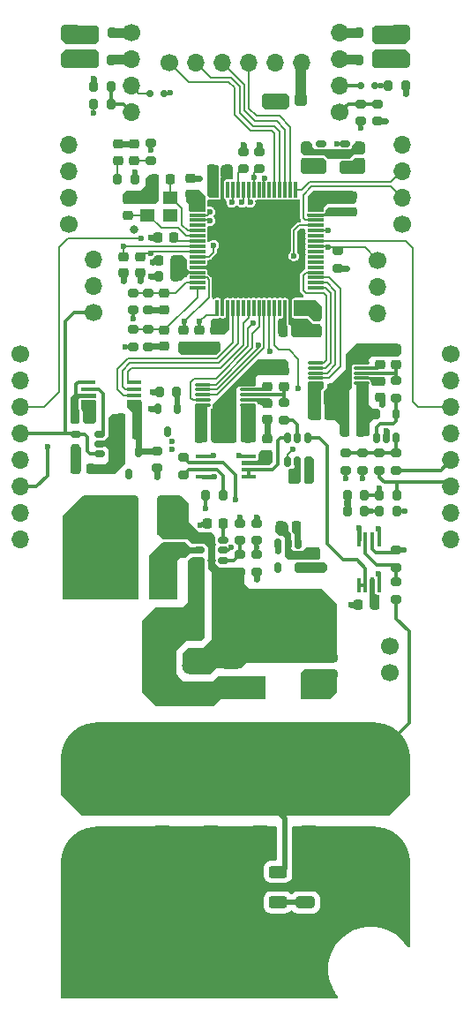
<source format=gbr>
%TF.GenerationSoftware,KiCad,Pcbnew,(6.0.1-0)*%
%TF.CreationDate,2024-02-14T14:00:17+01:00*%
%TF.ProjectId,dcload-control-board,64636c6f-6164-42d6-936f-6e74726f6c2d,rev?*%
%TF.SameCoordinates,Original*%
%TF.FileFunction,Copper,L1,Top*%
%TF.FilePolarity,Positive*%
%FSLAX46Y46*%
G04 Gerber Fmt 4.6, Leading zero omitted, Abs format (unit mm)*
G04 Created by KiCad (PCBNEW (6.0.1-0)) date 2024-02-14 14:00:17*
%MOMM*%
%LPD*%
G01*
G04 APERTURE LIST*
G04 Aperture macros list*
%AMRoundRect*
0 Rectangle with rounded corners*
0 $1 Rounding radius*
0 $2 $3 $4 $5 $6 $7 $8 $9 X,Y pos of 4 corners*
0 Add a 4 corners polygon primitive as box body*
4,1,4,$2,$3,$4,$5,$6,$7,$8,$9,$2,$3,0*
0 Add four circle primitives for the rounded corners*
1,1,$1+$1,$2,$3*
1,1,$1+$1,$4,$5*
1,1,$1+$1,$6,$7*
1,1,$1+$1,$8,$9*
0 Add four rect primitives between the rounded corners*
20,1,$1+$1,$2,$3,$4,$5,0*
20,1,$1+$1,$4,$5,$6,$7,0*
20,1,$1+$1,$6,$7,$8,$9,0*
20,1,$1+$1,$8,$9,$2,$3,0*%
G04 Aperture macros list end*
%TA.AperFunction,SMDPad,CuDef*%
%ADD10RoundRect,0.250000X0.650000X-0.325000X0.650000X0.325000X-0.650000X0.325000X-0.650000X-0.325000X0*%
%TD*%
%TA.AperFunction,SMDPad,CuDef*%
%ADD11RoundRect,0.200000X0.275000X-0.200000X0.275000X0.200000X-0.275000X0.200000X-0.275000X-0.200000X0*%
%TD*%
%TA.AperFunction,SMDPad,CuDef*%
%ADD12RoundRect,0.200000X-0.200000X-0.275000X0.200000X-0.275000X0.200000X0.275000X-0.200000X0.275000X0*%
%TD*%
%TA.AperFunction,SMDPad,CuDef*%
%ADD13RoundRect,0.250000X-0.650000X0.325000X-0.650000X-0.325000X0.650000X-0.325000X0.650000X0.325000X0*%
%TD*%
%TA.AperFunction,SMDPad,CuDef*%
%ADD14RoundRect,0.225000X-0.250000X0.225000X-0.250000X-0.225000X0.250000X-0.225000X0.250000X0.225000X0*%
%TD*%
%TA.AperFunction,SMDPad,CuDef*%
%ADD15RoundRect,0.218750X0.256250X-0.218750X0.256250X0.218750X-0.256250X0.218750X-0.256250X-0.218750X0*%
%TD*%
%TA.AperFunction,SMDPad,CuDef*%
%ADD16RoundRect,0.200000X-0.275000X0.200000X-0.275000X-0.200000X0.275000X-0.200000X0.275000X0.200000X0*%
%TD*%
%TA.AperFunction,ComponentPad*%
%ADD17C,1.700000*%
%TD*%
%TA.AperFunction,SMDPad,CuDef*%
%ADD18RoundRect,0.225000X0.250000X-0.225000X0.250000X0.225000X-0.250000X0.225000X-0.250000X-0.225000X0*%
%TD*%
%TA.AperFunction,SMDPad,CuDef*%
%ADD19R,1.200000X2.200000*%
%TD*%
%TA.AperFunction,SMDPad,CuDef*%
%ADD20R,5.800000X6.400000*%
%TD*%
%TA.AperFunction,SMDPad,CuDef*%
%ADD21RoundRect,0.575000X-0.575000X0.675000X-0.575000X-0.675000X0.575000X-0.675000X0.575000X0.675000X0*%
%TD*%
%TA.AperFunction,ComponentPad*%
%ADD22C,7.500000*%
%TD*%
%TA.AperFunction,ComponentPad*%
%ADD23O,1.700000X1.700000*%
%TD*%
%TA.AperFunction,SMDPad,CuDef*%
%ADD24RoundRect,0.075000X-0.700000X-0.075000X0.700000X-0.075000X0.700000X0.075000X-0.700000X0.075000X0*%
%TD*%
%TA.AperFunction,SMDPad,CuDef*%
%ADD25RoundRect,0.075000X-0.075000X-0.700000X0.075000X-0.700000X0.075000X0.700000X-0.075000X0.700000X0*%
%TD*%
%TA.AperFunction,SMDPad,CuDef*%
%ADD26RoundRect,0.075000X0.650000X0.075000X-0.650000X0.075000X-0.650000X-0.075000X0.650000X-0.075000X0*%
%TD*%
%TA.AperFunction,SMDPad,CuDef*%
%ADD27RoundRect,0.225000X0.225000X0.250000X-0.225000X0.250000X-0.225000X-0.250000X0.225000X-0.250000X0*%
%TD*%
%TA.AperFunction,SMDPad,CuDef*%
%ADD28R,1.400000X1.200000*%
%TD*%
%TA.AperFunction,SMDPad,CuDef*%
%ADD29RoundRect,0.150000X0.150000X0.200000X-0.150000X0.200000X-0.150000X-0.200000X0.150000X-0.200000X0*%
%TD*%
%TA.AperFunction,ComponentPad*%
%ADD30C,1.800000*%
%TD*%
%TA.AperFunction,SMDPad,CuDef*%
%ADD31RoundRect,0.150000X-0.350000X-0.150000X0.350000X-0.150000X0.350000X0.150000X-0.350000X0.150000X0*%
%TD*%
%TA.AperFunction,SMDPad,CuDef*%
%ADD32R,1.450000X0.450000*%
%TD*%
%TA.AperFunction,SMDPad,CuDef*%
%ADD33R,0.450000X1.450000*%
%TD*%
%TA.AperFunction,SMDPad,CuDef*%
%ADD34RoundRect,0.200000X0.200000X0.275000X-0.200000X0.275000X-0.200000X-0.275000X0.200000X-0.275000X0*%
%TD*%
%TA.AperFunction,SMDPad,CuDef*%
%ADD35RoundRect,0.150000X-0.150000X0.350000X-0.150000X-0.350000X0.150000X-0.350000X0.150000X0.350000X0*%
%TD*%
%TA.AperFunction,SMDPad,CuDef*%
%ADD36RoundRect,0.150000X0.350000X0.150000X-0.350000X0.150000X-0.350000X-0.150000X0.350000X-0.150000X0*%
%TD*%
%TA.AperFunction,SMDPad,CuDef*%
%ADD37RoundRect,0.225000X-0.225000X-0.250000X0.225000X-0.250000X0.225000X0.250000X-0.225000X0.250000X0*%
%TD*%
%TA.AperFunction,SMDPad,CuDef*%
%ADD38RoundRect,0.250000X-0.625000X0.312500X-0.625000X-0.312500X0.625000X-0.312500X0.625000X0.312500X0*%
%TD*%
%TA.AperFunction,SMDPad,CuDef*%
%ADD39RoundRect,0.150000X0.150000X-0.350000X0.150000X0.350000X-0.150000X0.350000X-0.150000X-0.350000X0*%
%TD*%
%TA.AperFunction,SMDPad,CuDef*%
%ADD40RoundRect,0.250000X-0.325000X-0.650000X0.325000X-0.650000X0.325000X0.650000X-0.325000X0.650000X0*%
%TD*%
%TA.AperFunction,SMDPad,CuDef*%
%ADD41R,2.700000X3.600000*%
%TD*%
%TA.AperFunction,SMDPad,CuDef*%
%ADD42RoundRect,0.300000X0.300000X-0.300000X0.300000X0.300000X-0.300000X0.300000X-0.300000X-0.300000X0*%
%TD*%
%TA.AperFunction,ViaPad*%
%ADD43C,0.600000*%
%TD*%
%TA.AperFunction,ViaPad*%
%ADD44C,0.800000*%
%TD*%
%TA.AperFunction,Conductor*%
%ADD45C,0.300000*%
%TD*%
%TA.AperFunction,Conductor*%
%ADD46C,0.600000*%
%TD*%
%TA.AperFunction,Conductor*%
%ADD47C,0.450000*%
%TD*%
%TA.AperFunction,Conductor*%
%ADD48C,0.500000*%
%TD*%
%TA.AperFunction,Conductor*%
%ADD49C,1.000000*%
%TD*%
%TA.AperFunction,Conductor*%
%ADD50C,0.200000*%
%TD*%
%TA.AperFunction,Conductor*%
%ADD51C,0.350000*%
%TD*%
%TA.AperFunction,Conductor*%
%ADD52C,0.900000*%
%TD*%
G04 APERTURE END LIST*
D10*
%TO.P,C501,1*%
%TO.N,+12V*%
X165850000Y-58975000D03*
%TO.P,C501,2*%
%TO.N,GND*%
X165850000Y-56025000D03*
%TD*%
D11*
%TO.P,R101,1*%
%TO.N,/1. Power Supplies/BUCK_EN*%
X152050000Y-104865000D03*
%TO.P,R101,2*%
%TO.N,GND*%
X152050000Y-103215000D03*
%TD*%
D12*
%TO.P,R502,1*%
%TO.N,GND*%
X136375000Y-61325000D03*
%TO.P,R502,2*%
%TO.N,/5. Fan Control/FAN1_PWM_CON*%
X138025000Y-61325000D03*
%TD*%
D10*
%TO.P,C500,1*%
%TO.N,+12V*%
X134150000Y-58975000D03*
%TO.P,C500,2*%
%TO.N,GND*%
X134150000Y-56025000D03*
%TD*%
D13*
%TO.P,C105,1*%
%TO.N,GND*%
X149550000Y-116575000D03*
%TO.P,C105,2*%
%TO.N,VCC*%
X149550000Y-119525000D03*
%TD*%
D14*
%TO.P,C200,1*%
%TO.N,+3V3*%
X161150000Y-71800000D03*
%TO.P,C200,2*%
%TO.N,GND*%
X161150000Y-73350000D03*
%TD*%
D15*
%TO.P,D201,1,K*%
%TO.N,Net-(D201-Pad1)*%
X138702500Y-68402500D03*
%TO.P,D201,2,A*%
%TO.N,+3V3*%
X138702500Y-66827500D03*
%TD*%
D12*
%TO.P,R303,1*%
%TO.N,/3. Input Protection & Voltage Sense/RSEN+*%
X147125000Y-100500000D03*
%TO.P,R303,2*%
%TO.N,/3. Input Protection & Voltage Sense/RSEN+D*%
X148775000Y-100500000D03*
%TD*%
D16*
%TO.P,R212,1*%
%TO.N,/2. MCU/ISEN_R2_ADC*%
X141650000Y-84625000D03*
%TO.P,R212,2*%
%TO.N,GND*%
X141650000Y-86275000D03*
%TD*%
D14*
%TO.P,C215,1*%
%TO.N,/2. MCU/ISEN_R1_ADC*%
X143150000Y-81175000D03*
%TO.P,C215,2*%
%TO.N,GND*%
X143150000Y-82725000D03*
%TD*%
D17*
%TO.P,J300,1,Pin_1*%
%TO.N,/3. Input Protection & Voltage Sense/RSEN-*%
X164775000Y-115000000D03*
%TO.P,J300,2,Pin_2*%
%TO.N,/3. Input Protection & Voltage Sense/RSEN+*%
X164775000Y-117500000D03*
%TD*%
D18*
%TO.P,C24,1*%
%TO.N,GND*%
X163900000Y-91150000D03*
%TO.P,C24,2*%
%TO.N,VREF_ADC*%
X163900000Y-89600000D03*
%TD*%
D19*
%TO.P,U101,1,VIN*%
%TO.N,VCC*%
X152270000Y-119000000D03*
D20*
%TO.P,U101,2,GND*%
%TO.N,GND*%
X154550000Y-112700000D03*
D19*
%TO.P,U101,3,VOUT*%
%TO.N,+12VA*%
X156830000Y-119000000D03*
%TD*%
D21*
%TO.P,D301,1,G*%
%TO.N,IN+*%
X147650000Y-129200000D03*
%TO.P,D301,2,T/R*%
%TO.N,IN-*%
X147650000Y-133500000D03*
%TD*%
D22*
%TO.P,H301,1,1*%
%TO.N,IN-*%
X163000000Y-136000000D03*
%TD*%
D17*
%TO.P,J202,1,Pin_1*%
%TO.N,+3V3*%
X134000000Y-74500000D03*
D23*
%TO.P,J202,2,Pin_2*%
%TO.N,/2. MCU/TX*%
X134000000Y-71960000D03*
%TO.P,J202,3,Pin_3*%
%TO.N,/2. MCU/RX*%
X134000000Y-69420000D03*
%TO.P,J202,4,Pin_4*%
%TO.N,GND*%
X134000000Y-66880000D03*
%TD*%
D11*
%TO.P,R209,1*%
%TO.N,/ISEN_R1*%
X140150000Y-82775000D03*
%TO.P,R209,2*%
%TO.N,/2. MCU/ISEN_R1_ADC*%
X140150000Y-81125000D03*
%TD*%
D12*
%TO.P,L500,1,1*%
%TO.N,+12V*%
X136375000Y-58750000D03*
%TO.P,L500,2,2*%
%TO.N,/5. Fan Control/FAN1_VCC*%
X138025000Y-58750000D03*
%TD*%
D24*
%TO.P,U200,1,VBAT*%
%TO.N,+3V3*%
X146325000Y-73150000D03*
%TO.P,U200,2,PC13*%
%TO.N,/2. MCU/LED_RED*%
X146325000Y-73650000D03*
%TO.P,U200,3,PC14*%
%TO.N,/2. MCU/LED_GRN*%
X146325000Y-74150000D03*
%TO.P,U200,4,PC15*%
%TO.N,unconnected-(U200-Pad4)*%
X146325000Y-74650000D03*
%TO.P,U200,5,PH0*%
%TO.N,/2. MCU/HSE_IN*%
X146325000Y-75150000D03*
%TO.P,U200,6,PH1*%
%TO.N,/2. MCU/HSE_OUT*%
X146325000Y-75650000D03*
%TO.P,U200,7,NRST*%
%TO.N,/2. MCU/~{RST}*%
X146325000Y-76150000D03*
%TO.P,U200,8,PC0*%
%TO.N,/NTC_R*%
X146325000Y-76650000D03*
%TO.P,U200,9,PC1*%
%TO.N,/NTC_L*%
X146325000Y-77150000D03*
%TO.P,U200,10,PC2*%
%TO.N,/EN_R*%
X146325000Y-77650000D03*
%TO.P,U200,11,PC3*%
%TO.N,unconnected-(U200-Pad11)*%
X146325000Y-78150000D03*
%TO.P,U200,12,VSSA*%
%TO.N,GND*%
X146325000Y-78650000D03*
%TO.P,U200,13,VDDA*%
%TO.N,/2. MCU/VDDA*%
X146325000Y-79150000D03*
%TO.P,U200,14,PA0*%
%TO.N,/2. MCU/ISEN_L2_ADC*%
X146325000Y-79650000D03*
%TO.P,U200,15,PA1*%
%TO.N,/2. MCU/ISEN_R1_ADC*%
X146325000Y-80150000D03*
%TO.P,U200,16,PA2*%
%TO.N,/2. MCU/ISEN_R2_ADC*%
X146325000Y-80650000D03*
D25*
%TO.P,U200,17,PA3*%
%TO.N,/2. MCU/ISEN_L1_ADC*%
X148250000Y-82575000D03*
%TO.P,U200,18,VSS*%
%TO.N,GND*%
X148750000Y-82575000D03*
%TO.P,U200,19,VDD*%
%TO.N,+3V3*%
X149250000Y-82575000D03*
%TO.P,U200,20,PA4*%
%TO.N,/2. MCU/ISET_DAC_SS*%
X149750000Y-82575000D03*
%TO.P,U200,21,PA5*%
%TO.N,/2. MCU/ISET_DAC_CLK*%
X150250000Y-82575000D03*
%TO.P,U200,22,PA6*%
%TO.N,unconnected-(U200-Pad22)*%
X150750000Y-82575000D03*
%TO.P,U200,23,PA7*%
%TO.N,/2. MCU/ISET_DAC_MOSI*%
X151250000Y-82575000D03*
%TO.P,U200,24,PC4*%
%TO.N,unconnected-(U200-Pad24)*%
X151750000Y-82575000D03*
%TO.P,U200,25,PC5*%
%TO.N,/2. MCU/VSEN_ADC_TRIG*%
X152250000Y-82575000D03*
%TO.P,U200,26,PB0*%
%TO.N,/2. MCU/VSEN_ADC_CLK*%
X152750000Y-82575000D03*
%TO.P,U200,27,PB1*%
%TO.N,/2. MCU/VSEN_ADC_SS*%
X153250000Y-82575000D03*
%TO.P,U200,28,PB2*%
%TO.N,/2. MCU/VSEN_SRC*%
X153750000Y-82575000D03*
%TO.P,U200,29,PB10*%
%TO.N,unconnected-(U200-Pad29)*%
X154250000Y-82575000D03*
%TO.P,U200,30,VCAP1*%
%TO.N,/2. MCU/VCAP*%
X154750000Y-82575000D03*
%TO.P,U200,31,VSS*%
%TO.N,GND*%
X155250000Y-82575000D03*
%TO.P,U200,32,VDD*%
%TO.N,+3V3*%
X155750000Y-82575000D03*
D24*
%TO.P,U200,33,PB12*%
%TO.N,/2. MCU/ISEN_ADC_SS*%
X157675000Y-80650000D03*
%TO.P,U200,34,PB13*%
%TO.N,/2. MCU/ISEN_ADC_CLK*%
X157675000Y-80150000D03*
%TO.P,U200,35,PB14*%
%TO.N,/2. MCU/ISEN_ADC_MISO*%
X157675000Y-79650000D03*
%TO.P,U200,36,PB15*%
%TO.N,/2. MCU/ISEN_ADC_TRIG*%
X157675000Y-79150000D03*
%TO.P,U200,37,PC6*%
%TO.N,unconnected-(U200-Pad37)*%
X157675000Y-78650000D03*
%TO.P,U200,38,PC7*%
%TO.N,unconnected-(U200-Pad38)*%
X157675000Y-78150000D03*
%TO.P,U200,39,PC8*%
%TO.N,unconnected-(U200-Pad39)*%
X157675000Y-77650000D03*
%TO.P,U200,40,PC9*%
%TO.N,unconnected-(U200-Pad40)*%
X157675000Y-77150000D03*
%TO.P,U200,41,PA8*%
%TO.N,/~{FAULT}*%
X157675000Y-76650000D03*
%TO.P,U200,42,PA9*%
%TO.N,/EN_L*%
X157675000Y-76150000D03*
%TO.P,U200,43,PA10*%
%TO.N,unconnected-(U200-Pad43)*%
X157675000Y-75650000D03*
%TO.P,U200,44,PA11*%
%TO.N,/2. MCU/FAN2_TACH*%
X157675000Y-75150000D03*
%TO.P,U200,45,PA12*%
%TO.N,/2. MCU/VSEN_ADC_MISO*%
X157675000Y-74650000D03*
%TO.P,U200,46,PA13*%
%TO.N,/2. MCU/SWDIO*%
X157675000Y-74150000D03*
%TO.P,U200,47,VSS*%
%TO.N,GND*%
X157675000Y-73650000D03*
%TO.P,U200,48,VDD*%
%TO.N,+3V3*%
X157675000Y-73150000D03*
D25*
%TO.P,U200,49,PA14*%
%TO.N,/2. MCU/SWCLK*%
X155750000Y-71225000D03*
%TO.P,U200,50,PA15*%
%TO.N,/2. MCU/CMD_SS*%
X155250000Y-71225000D03*
%TO.P,U200,51,PC10*%
%TO.N,/2. MCU/CMD_SCK*%
X154750000Y-71225000D03*
%TO.P,U200,52,PC11*%
%TO.N,/2. MCU/CMD_MISO*%
X154250000Y-71225000D03*
%TO.P,U200,53,PC12*%
%TO.N,/2. MCU/CMD_MOSI*%
X153750000Y-71225000D03*
%TO.P,U200,54,PD2*%
%TO.N,unconnected-(U200-Pad54)*%
X153250000Y-71225000D03*
%TO.P,U200,55,PB3*%
%TO.N,/2. MCU/FAN2_PWM*%
X152750000Y-71225000D03*
%TO.P,U200,56,PB4*%
%TO.N,unconnected-(U200-Pad56)*%
X152250000Y-71225000D03*
%TO.P,U200,57,PB5*%
%TO.N,/2. MCU/FAN1_TACH*%
X151750000Y-71225000D03*
%TO.P,U200,58,PB6*%
%TO.N,/2. MCU/TX*%
X151250000Y-71225000D03*
%TO.P,U200,59,PB7*%
%TO.N,/2. MCU/RX*%
X150750000Y-71225000D03*
%TO.P,U200,60,BOOT0*%
%TO.N,/2. MCU/BOOT0*%
X150250000Y-71225000D03*
%TO.P,U200,61,PB8*%
%TO.N,/2. MCU/FAN1_PWM*%
X149750000Y-71225000D03*
%TO.P,U200,62,PB9*%
%TO.N,unconnected-(U200-Pad62)*%
X149250000Y-71225000D03*
%TO.P,U200,63,VSS*%
%TO.N,GND*%
X148750000Y-71225000D03*
%TO.P,U200,64,VDD*%
%TO.N,+3V3*%
X148250000Y-71225000D03*
%TD*%
D26*
%TO.P,U303,1,VDD*%
%TO.N,+5VA*%
X151225000Y-91900000D03*
%TO.P,U303,2,REF*%
%TO.N,VREF_ADC*%
X151225000Y-91400000D03*
%TO.P,U303,3,VIN*%
%TO.N,Net-(C304-Pad1)*%
X151225000Y-90900000D03*
%TO.P,U303,4,REGCAP*%
%TO.N,Net-(C310-Pad1)*%
X151225000Y-90400000D03*
%TO.P,U303,5,GND*%
%TO.N,GND*%
X151225000Y-89900000D03*
%TO.P,U303,6,~{CONVST}*%
%TO.N,/2. MCU/VSEN_ADC_TRIG*%
X146825000Y-89900000D03*
%TO.P,U303,7,~{CS}*%
%TO.N,/2. MCU/VSEN_ADC_SS*%
X146825000Y-90400000D03*
%TO.P,U303,8,SCLK*%
%TO.N,/2. MCU/VSEN_ADC_CLK*%
X146825000Y-90900000D03*
%TO.P,U303,9,SDO*%
%TO.N,/2. MCU/VSEN_ADC_MISO*%
X146825000Y-91400000D03*
%TO.P,U303,10,VDRIVE*%
%TO.N,+3V3*%
X146825000Y-91900000D03*
%TD*%
D27*
%TO.P,C400,1*%
%TO.N,+5VA*%
X162025000Y-92850000D03*
%TO.P,C400,2*%
%TO.N,GND*%
X160475000Y-92850000D03*
%TD*%
D28*
%TO.P,Y200,1,1*%
%TO.N,/2. MCU/HSE_IN*%
X143750000Y-72000000D03*
%TO.P,Y200,2,2*%
%TO.N,GND*%
X141550000Y-72000000D03*
%TO.P,Y200,3,3*%
%TO.N,/2. MCU/HSE_OUT*%
X141550000Y-73700000D03*
%TO.P,Y200,4,4*%
%TO.N,GND*%
X143750000Y-73700000D03*
%TD*%
D17*
%TO.P,J102,1,Pin_1*%
%TO.N,/~{FAULT}*%
X163625000Y-77975000D03*
D23*
%TO.P,J102,2,Pin_2*%
%TO.N,GND*%
X163625000Y-80515000D03*
%TO.P,J102,3,Pin_3*%
%TO.N,/ISET*%
X163625000Y-83055000D03*
%TD*%
D16*
%TO.P,R500,1*%
%TO.N,+3V3*%
X152275000Y-67550000D03*
%TO.P,R500,2*%
%TO.N,/2. MCU/FAN1_TACH*%
X152275000Y-69200000D03*
%TD*%
D29*
%TO.P,D500,1,K*%
%TO.N,/5. Fan Control/FAN1_TACH_CON*%
X141750000Y-61975000D03*
%TO.P,D500,2,A*%
%TO.N,/2. MCU/FAN1_TACH*%
X143150000Y-61975000D03*
%TD*%
D30*
%TO.P,J104,1,Pin_1*%
%TO.N,VCC*%
X145800000Y-119400000D03*
%TO.P,J104,2,Pin_2*%
%TO.N,GND*%
X145800000Y-116860000D03*
%TD*%
D31*
%TO.P,U100,1,GND*%
%TO.N,GND*%
X146550000Y-104850000D03*
%TO.P,U100,2,SW*%
%TO.N,/1. Power Supplies/BUCK_SW*%
X146550000Y-105800000D03*
%TO.P,U100,3,VCC*%
%TO.N,VCC*%
X146550000Y-106750000D03*
%TO.P,U100,4,FB*%
%TO.N,/1. Power Supplies/BUCK_FB*%
X148850000Y-106750000D03*
%TO.P,U100,5,EN*%
%TO.N,/1. Power Supplies/BUCK_EN*%
X148850000Y-105800000D03*
%TO.P,U100,6,CB*%
%TO.N,Net-(C103-Pad1)*%
X148850000Y-104850000D03*
%TD*%
D32*
%TO.P,U301,1,REF1*%
%TO.N,GND*%
X146900000Y-96775000D03*
%TO.P,U301,2,IN-*%
%TO.N,/3. Input Protection & Voltage Sense/RSEN-*%
X146900000Y-97425000D03*
%TO.P,U301,3,IN+*%
%TO.N,/3. Input Protection & Voltage Sense/RSEN+D*%
X146900000Y-98075000D03*
%TO.P,U301,4,V-*%
%TO.N,GND*%
X146900000Y-98725000D03*
%TO.P,U301,5,SENSE*%
%TO.N,/3. Input Protection & Voltage Sense/VSENSE_REMOTE*%
X151300000Y-98725000D03*
%TO.P,U301,6,OUT*%
X151300000Y-98075000D03*
%TO.P,U301,7,V+*%
%TO.N,+5VA*%
X151300000Y-97425000D03*
%TO.P,U301,8,REF2*%
%TO.N,GND*%
X151300000Y-96775000D03*
%TD*%
D33*
%TO.P,U300,1,REF1*%
%TO.N,GND*%
X163775000Y-104725000D03*
%TO.P,U300,2,IN-*%
%TO.N,IN-*%
X163125000Y-104725000D03*
%TO.P,U300,3,IN+*%
%TO.N,/3. Input Protection & Voltage Sense/INT_VSEN+*%
X162475000Y-104725000D03*
%TO.P,U300,4,V-*%
%TO.N,GND*%
X161825000Y-104725000D03*
%TO.P,U300,5,SENSE*%
%TO.N,/3. Input Protection & Voltage Sense/V_SENSE_INTERNAL*%
X161825000Y-109125000D03*
%TO.P,U300,6,OUT*%
X162475000Y-109125000D03*
%TO.P,U300,7,V+*%
%TO.N,+5VA*%
X163125000Y-109125000D03*
%TO.P,U300,8,REF2*%
%TO.N,GND*%
X163775000Y-109125000D03*
%TD*%
D16*
%TO.P,R103,1*%
%TO.N,/1. Power Supplies/BUCK_FB*%
X150400000Y-106215000D03*
%TO.P,R103,2*%
%TO.N,GND*%
X150400000Y-107865000D03*
%TD*%
D11*
%TO.P,R504,1*%
%TO.N,/2. MCU/FAN2_PWM*%
X162050000Y-64625000D03*
%TO.P,R504,2*%
%TO.N,/5. Fan Control/FAN2_PWM_CON*%
X162050000Y-62975000D03*
%TD*%
D34*
%TO.P,R207,1*%
%TO.N,/ISEN_L2*%
X165475000Y-102050000D03*
%TO.P,R207,2*%
%TO.N,/2. MCU/ISEN_L2_ADC*%
X163825000Y-102050000D03*
%TD*%
D27*
%TO.P,C402,1*%
%TO.N,+5VA*%
X162025000Y-94400000D03*
%TO.P,C402,2*%
%TO.N,GND*%
X160475000Y-94400000D03*
%TD*%
D12*
%TO.P,R501,1*%
%TO.N,/2. MCU/FAN1_PWM*%
X136375000Y-63050000D03*
%TO.P,R501,2*%
%TO.N,/5. Fan Control/FAN1_PWM_CON*%
X138025000Y-63050000D03*
%TD*%
D35*
%TO.P,U103,1,IN*%
%TO.N,+12VA*%
X156000000Y-105150000D03*
%TO.P,U103,2,GND*%
%TO.N,GND*%
X155050000Y-105150000D03*
%TO.P,U103,3,EN*%
%TO.N,+12VA*%
X154100000Y-105150000D03*
%TO.P,U103,4,NC*%
%TO.N,unconnected-(U103-Pad4)*%
X154100000Y-107450000D03*
%TO.P,U103,5,OUT*%
%TO.N,+5VA*%
X156000000Y-107450000D03*
%TD*%
D11*
%TO.P,R404,1*%
%TO.N,/4. Current Sense & DAC/ISEN_SUM*%
X165400000Y-91200000D03*
%TO.P,R404,2*%
%TO.N,Net-(C401-Pad1)*%
X165400000Y-89550000D03*
%TD*%
D27*
%TO.P,C409,1*%
%TO.N,/4. Current Sense & DAC/VREF_DAC*%
X140550000Y-93200000D03*
%TO.P,C409,2*%
%TO.N,GND*%
X139000000Y-93200000D03*
%TD*%
%TO.P,C305,1*%
%TO.N,+5VA*%
X151200000Y-95000000D03*
%TO.P,C305,2*%
%TO.N,GND*%
X149650000Y-95000000D03*
%TD*%
D17*
%TO.P,J201,1,Pin_1*%
%TO.N,+3V3*%
X166000000Y-74500000D03*
D23*
%TO.P,J201,2,Pin_2*%
%TO.N,/2. MCU/SWDIO*%
X166000000Y-71960000D03*
%TO.P,J201,3,Pin_3*%
%TO.N,/2. MCU/SWCLK*%
X166000000Y-69420000D03*
%TO.P,J201,4,Pin_4*%
%TO.N,GND*%
X166000000Y-66880000D03*
%TD*%
D32*
%TO.P,U402,1,REF*%
%TO.N,/4. Current Sense & DAC/VREF_DAC*%
X140275000Y-91625000D03*
%TO.P,U402,2,~{CS}*%
%TO.N,/2. MCU/ISET_DAC_SS*%
X140275000Y-90975000D03*
%TO.P,U402,3,SCLK*%
%TO.N,/2. MCU/ISET_DAC_CLK*%
X140275000Y-90325000D03*
%TO.P,U402,4,DIN*%
%TO.N,/2. MCU/ISET_DAC_MOSI*%
X140275000Y-89675000D03*
%TO.P,U402,5,~{CLR}*%
%TO.N,+5VA*%
X135875000Y-89675000D03*
%TO.P,U402,6,VOUT*%
%TO.N,/4. Current Sense & DAC/ISET_DAC_OUT*%
X135875000Y-90325000D03*
%TO.P,U402,7,VDD*%
%TO.N,+5VA*%
X135875000Y-90975000D03*
%TO.P,U402,8,GND*%
%TO.N,GND*%
X135875000Y-91625000D03*
%TD*%
D36*
%TO.P,U403,1*%
%TO.N,/ISET*%
X136950000Y-96550000D03*
%TO.P,U403,2,VSS*%
%TO.N,GND*%
X136950000Y-95600000D03*
%TO.P,U403,3,+*%
%TO.N,/4. Current Sense & DAC/ISET_DAC_OUT*%
X136950000Y-94650000D03*
%TO.P,U403,4,-*%
%TO.N,/ISET*%
X134650000Y-94650000D03*
%TO.P,U403,5,VDD*%
%TO.N,+5VA*%
X134650000Y-96550000D03*
%TD*%
D14*
%TO.P,C202,1*%
%TO.N,+3V3*%
X157800000Y-83375000D03*
%TO.P,C202,2*%
%TO.N,GND*%
X157800000Y-84925000D03*
%TD*%
D27*
%TO.P,C206,1*%
%TO.N,/2. MCU/VDDA*%
X144225000Y-78000000D03*
%TO.P,C206,2*%
%TO.N,GND*%
X142675000Y-78000000D03*
%TD*%
D34*
%TO.P,R503,1*%
%TO.N,+3V3*%
X166325000Y-61250000D03*
%TO.P,R503,2*%
%TO.N,/2. MCU/FAN2_TACH*%
X164675000Y-61250000D03*
%TD*%
D14*
%TO.P,C110,1*%
%TO.N,GND*%
X157650000Y-105950000D03*
%TO.P,C110,2*%
%TO.N,+5VA*%
X157650000Y-107500000D03*
%TD*%
D12*
%TO.P,R104,1*%
%TO.N,+12VA*%
X142700000Y-90650000D03*
%TO.P,R104,2*%
%TO.N,VREF_ADC*%
X144350000Y-90650000D03*
%TD*%
D37*
%TO.P,C303,1*%
%TO.N,+5VA*%
X155500000Y-98950000D03*
%TO.P,C303,2*%
%TO.N,GND*%
X157050000Y-98950000D03*
%TD*%
D16*
%TO.P,R102,1*%
%TO.N,+12V*%
X150400000Y-103215000D03*
%TO.P,R102,2*%
%TO.N,/1. Power Supplies/BUCK_FB*%
X150400000Y-104865000D03*
%TD*%
D18*
%TO.P,C406,1*%
%TO.N,Net-(C406-Pad1)*%
X163900000Y-88000000D03*
%TO.P,C406,2*%
%TO.N,GND*%
X163900000Y-86450000D03*
%TD*%
D12*
%TO.P,L503,1,1*%
%TO.N,/5. Fan Control/FAN2_GND*%
X161875000Y-56200000D03*
%TO.P,L503,2,2*%
%TO.N,GND*%
X163525000Y-56200000D03*
%TD*%
D22*
%TO.P,H303,1,1*%
%TO.N,IN-*%
X137000000Y-136000000D03*
%TD*%
D10*
%TO.P,C300,1*%
%TO.N,Net-(C300-Pad1)*%
X156700000Y-139575000D03*
%TO.P,C300,2*%
%TO.N,IN-*%
X156700000Y-136625000D03*
%TD*%
D16*
%TO.P,R204,1*%
%TO.N,/2. MCU/LED_RED*%
X141900000Y-66775000D03*
%TO.P,R204,2*%
%TO.N,Net-(D202-Pad1)*%
X141900000Y-68425000D03*
%TD*%
D27*
%TO.P,C403,1*%
%TO.N,+5VA*%
X162025000Y-91350000D03*
%TO.P,C403,2*%
%TO.N,GND*%
X160475000Y-91350000D03*
%TD*%
D11*
%TO.P,R302,1*%
%TO.N,/3. Input Protection & Voltage Sense/INT_VSEN+*%
X165400000Y-107450000D03*
%TO.P,R302,2*%
%TO.N,IN-*%
X165400000Y-105800000D03*
%TD*%
D34*
%TO.P,R208,1*%
%TO.N,/2. MCU/ISEN_L2_ADC*%
X162375000Y-102050000D03*
%TO.P,R208,2*%
%TO.N,GND*%
X160725000Y-102050000D03*
%TD*%
D37*
%TO.P,C203,1*%
%TO.N,+3V3*%
X147725000Y-69300000D03*
%TO.P,C203,2*%
%TO.N,GND*%
X149275000Y-69300000D03*
%TD*%
D35*
%TO.P,U404,1,K*%
%TO.N,/4. Current Sense & DAC/VREF_DAC*%
X140700000Y-96350000D03*
%TO.P,U404,2,A*%
%TO.N,GND*%
X138800000Y-96350000D03*
%TO.P,U404,3,NC*%
%TO.N,unconnected-(U404-Pad3)*%
X139750000Y-98525000D03*
%TD*%
D14*
%TO.P,C204,1*%
%TO.N,+3V3*%
X159600000Y-71800000D03*
%TO.P,C204,2*%
%TO.N,GND*%
X159600000Y-73350000D03*
%TD*%
D38*
%TO.P,R300,1*%
%TO.N,IN+*%
X154075000Y-136637500D03*
%TO.P,R300,2*%
%TO.N,Net-(C300-Pad1)*%
X154075000Y-139562500D03*
%TD*%
D36*
%TO.P,U102,1,IN*%
%TO.N,+12V*%
X160500000Y-68750000D03*
%TO.P,U102,2,GND*%
%TO.N,GND*%
X160500000Y-67800000D03*
%TO.P,U102,3,EN*%
%TO.N,+12V*%
X160500000Y-66850000D03*
%TO.P,U102,4,NC*%
%TO.N,unconnected-(U102-Pad4)*%
X158200000Y-66850000D03*
%TO.P,U102,5,OUT*%
%TO.N,+3V3*%
X158200000Y-68750000D03*
%TD*%
D18*
%TO.P,C401,1*%
%TO.N,Net-(C401-Pad1)*%
X165400000Y-88000000D03*
%TO.P,C401,2*%
%TO.N,GND*%
X165400000Y-86450000D03*
%TD*%
D11*
%TO.P,R402,1*%
%TO.N,/ISEN_R1*%
X162200000Y-98125000D03*
%TO.P,R402,2*%
%TO.N,Net-(R400-Pad2)*%
X162200000Y-96475000D03*
%TD*%
D14*
%TO.P,C201,1*%
%TO.N,+3V3*%
X148075000Y-84675000D03*
%TO.P,C201,2*%
%TO.N,GND*%
X148075000Y-86225000D03*
%TD*%
D16*
%TO.P,R201,1*%
%TO.N,GND*%
X150775000Y-67550000D03*
%TO.P,R201,2*%
%TO.N,/2. MCU/BOOT0*%
X150775000Y-69200000D03*
%TD*%
D14*
%TO.P,C213,1*%
%TO.N,/2. MCU/ISEN_L1_ADC*%
X146550000Y-84675000D03*
%TO.P,C213,2*%
%TO.N,GND*%
X146550000Y-86225000D03*
%TD*%
D39*
%TO.P,U302,1,SEL*%
%TO.N,/2. MCU/VSEN_SRC*%
X155000000Y-97300000D03*
%TO.P,U302,2,VDD*%
%TO.N,+5VA*%
X155950000Y-97300000D03*
%TO.P,U302,3,GND*%
%TO.N,GND*%
X156900000Y-97300000D03*
%TO.P,U302,4,S1*%
%TO.N,/3. Input Protection & Voltage Sense/V_SENSE_INTERNAL*%
X156900000Y-95000000D03*
%TO.P,U302,5,D*%
%TO.N,Net-(R305-Pad1)*%
X155950000Y-95000000D03*
%TO.P,U302,6,S2*%
%TO.N,/3. Input Protection & Voltage Sense/VSENSE_REMOTE*%
X155000000Y-95000000D03*
%TD*%
D34*
%TO.P,L501,1,1*%
%TO.N,/5. Fan Control/FAN1_GND*%
X138125000Y-56200000D03*
%TO.P,L501,2,2*%
%TO.N,GND*%
X136475000Y-56200000D03*
%TD*%
D14*
%TO.P,C216,1*%
%TO.N,/2. MCU/ISEN_R2_ADC*%
X143150000Y-84675000D03*
%TO.P,C216,2*%
%TO.N,GND*%
X143150000Y-86225000D03*
%TD*%
D22*
%TO.P,H300,1,1*%
%TO.N,IN+*%
X163000000Y-126000000D03*
%TD*%
D16*
%TO.P,R210,1*%
%TO.N,/2. MCU/ISEN_R1_ADC*%
X141650000Y-81125000D03*
%TO.P,R210,2*%
%TO.N,GND*%
X141650000Y-82775000D03*
%TD*%
D21*
%TO.P,D300,1,G*%
%TO.N,IN+*%
X142950000Y-129200000D03*
%TO.P,D300,2,T/R*%
%TO.N,IN-*%
X142950000Y-133500000D03*
%TD*%
D11*
%TO.P,R100,1*%
%TO.N,VCC*%
X152050000Y-107865000D03*
%TO.P,R100,2*%
%TO.N,/1. Power Supplies/BUCK_EN*%
X152050000Y-106215000D03*
%TD*%
D27*
%TO.P,C408,1*%
%TO.N,/4. Current Sense & DAC/VREF_DAC*%
X140550000Y-94700000D03*
%TO.P,C408,2*%
%TO.N,GND*%
X139000000Y-94700000D03*
%TD*%
D14*
%TO.P,C212,1*%
%TO.N,/NTC_R*%
X139275000Y-77650000D03*
%TO.P,C212,2*%
%TO.N,GND*%
X139275000Y-79200000D03*
%TD*%
D11*
%TO.P,R305,1*%
%TO.N,Net-(R305-Pad1)*%
X154625000Y-93300000D03*
%TO.P,R305,2*%
%TO.N,Net-(C304-Pad1)*%
X154625000Y-91650000D03*
%TD*%
D37*
%TO.P,C405,1*%
%TO.N,+3V3*%
X157425000Y-91350000D03*
%TO.P,C405,2*%
%TO.N,GND*%
X158975000Y-91350000D03*
%TD*%
D17*
%TO.P,J103,1,Pin_1*%
%TO.N,/ISET*%
X136375000Y-83025000D03*
D23*
%TO.P,J103,2,Pin_2*%
%TO.N,GND*%
X136375000Y-80485000D03*
%TO.P,J103,3,Pin_3*%
%TO.N,/~{FAULT}*%
X136375000Y-77945000D03*
%TD*%
D26*
%TO.P,U401,1,VDD*%
%TO.N,+5VA*%
X162100000Y-89800000D03*
%TO.P,U401,2,REF*%
%TO.N,VREF_ADC*%
X162100000Y-89300000D03*
%TO.P,U401,3,VIN*%
%TO.N,Net-(C401-Pad1)*%
X162100000Y-88800000D03*
%TO.P,U401,4,REGCAP*%
%TO.N,Net-(C406-Pad1)*%
X162100000Y-88300000D03*
%TO.P,U401,5,GND*%
%TO.N,GND*%
X162100000Y-87800000D03*
%TO.P,U401,6,~{CONVST}*%
%TO.N,/2. MCU/ISEN_ADC_TRIG*%
X157700000Y-87800000D03*
%TO.P,U401,7,~{CS}*%
%TO.N,/2. MCU/ISEN_ADC_SS*%
X157700000Y-88300000D03*
%TO.P,U401,8,SCLK*%
%TO.N,/2. MCU/ISEN_ADC_CLK*%
X157700000Y-88800000D03*
%TO.P,U401,9,SDO*%
%TO.N,/2. MCU/ISEN_ADC_MISO*%
X157700000Y-89300000D03*
%TO.P,U401,10,VDRIVE*%
%TO.N,+3V3*%
X157700000Y-89800000D03*
%TD*%
D18*
%TO.P,C205,1*%
%TO.N,+3V3*%
X145700000Y-71675000D03*
%TO.P,C205,2*%
%TO.N,GND*%
X145700000Y-70125000D03*
%TD*%
D11*
%TO.P,R401,1*%
%TO.N,/ISEN_L2*%
X165400000Y-98125000D03*
%TO.P,R401,2*%
%TO.N,Net-(R400-Pad2)*%
X165400000Y-96475000D03*
%TD*%
D14*
%TO.P,C214,1*%
%TO.N,/2. MCU/ISEN_L2_ADC*%
X145000000Y-84675000D03*
%TO.P,C214,2*%
%TO.N,GND*%
X145000000Y-86225000D03*
%TD*%
D39*
%TO.P,U400,1*%
%TO.N,/4. Current Sense & DAC/ISEN_SUM*%
X163550000Y-95050000D03*
%TO.P,U400,2,VSS*%
%TO.N,GND*%
X164500000Y-95050000D03*
%TO.P,U400,3,+*%
%TO.N,Net-(R400-Pad2)*%
X165450000Y-95050000D03*
%TO.P,U400,4,-*%
%TO.N,/4. Current Sense & DAC/ISEN_SUM*%
X165450000Y-92750000D03*
%TO.P,U400,5,VDD*%
%TO.N,+5VA*%
X163550000Y-92750000D03*
%TD*%
D18*
%TO.P,C310,1*%
%TO.N,Net-(C310-Pad1)*%
X153075000Y-90100000D03*
%TO.P,C310,2*%
%TO.N,GND*%
X153075000Y-88550000D03*
%TD*%
D27*
%TO.P,C306,1*%
%TO.N,+5VA*%
X151200000Y-93500000D03*
%TO.P,C306,2*%
%TO.N,GND*%
X149650000Y-93500000D03*
%TD*%
D11*
%TO.P,R301,1*%
%TO.N,IN+*%
X165400000Y-110475000D03*
%TO.P,R301,2*%
%TO.N,/3. Input Protection & Voltage Sense/INT_VSEN+*%
X165400000Y-108825000D03*
%TD*%
D34*
%TO.P,R203,1*%
%TO.N,/2. MCU/LED_GRN*%
X140325000Y-70250000D03*
%TO.P,R203,2*%
%TO.N,Net-(D201-Pad1)*%
X138675000Y-70250000D03*
%TD*%
D40*
%TO.P,C101,1*%
%TO.N,VCC*%
X146475000Y-110465000D03*
%TO.P,C101,2*%
%TO.N,GND*%
X149425000Y-110465000D03*
%TD*%
D27*
%TO.P,C301,1*%
%TO.N,+5VA*%
X163350000Y-111000000D03*
%TO.P,C301,2*%
%TO.N,GND*%
X161800000Y-111000000D03*
%TD*%
D11*
%TO.P,R403,1*%
%TO.N,/ISEN_R2*%
X160600000Y-98125000D03*
%TO.P,R403,2*%
%TO.N,Net-(R400-Pad2)*%
X160600000Y-96475000D03*
%TD*%
D37*
%TO.P,C109,1*%
%TO.N,GND*%
X154300000Y-103500000D03*
%TO.P,C109,2*%
%TO.N,+12VA*%
X155850000Y-103500000D03*
%TD*%
%TO.P,C308,1*%
%TO.N,+3V3*%
X146550000Y-95000000D03*
%TO.P,C308,2*%
%TO.N,GND*%
X148100000Y-95000000D03*
%TD*%
%TO.P,C307,1*%
%TO.N,+3V3*%
X146550000Y-93500000D03*
%TO.P,C307,2*%
%TO.N,GND*%
X148100000Y-93500000D03*
%TD*%
D27*
%TO.P,C103,1*%
%TO.N,Net-(C103-Pad1)*%
X148800000Y-103215000D03*
%TO.P,C103,2*%
%TO.N,/1. Power Supplies/BUCK_SW*%
X147250000Y-103215000D03*
%TD*%
D17*
%TO.P,J200,1,Pin_1*%
%TO.N,/2. MCU/CMD_MOSI*%
X143650000Y-59000000D03*
D23*
%TO.P,J200,2,Pin_2*%
%TO.N,/2. MCU/CMD_MISO*%
X146190000Y-59000000D03*
%TO.P,J200,3,Pin_3*%
%TO.N,/2. MCU/CMD_SCK*%
X148730000Y-59000000D03*
%TO.P,J200,4,Pin_4*%
%TO.N,/2. MCU/CMD_SS*%
X151270000Y-59000000D03*
%TO.P,J200,5,Pin_5*%
%TO.N,GND*%
X153810000Y-59000000D03*
%TO.P,J200,6,Pin_6*%
%TO.N,Net-(D200-Pad1)*%
X156350000Y-59000000D03*
%TD*%
D14*
%TO.P,C106,1*%
%TO.N,GND*%
X159300000Y-116125000D03*
%TO.P,C106,2*%
%TO.N,+12VA*%
X159300000Y-117675000D03*
%TD*%
%TO.P,C107,1*%
%TO.N,GND*%
X161950000Y-67050000D03*
%TO.P,C107,2*%
%TO.N,+12V*%
X161950000Y-68600000D03*
%TD*%
D41*
%TO.P,L100,1,1*%
%TO.N,/1. Power Supplies/BUCK_SW*%
X143050000Y-108750000D03*
%TO.P,L100,2,2*%
%TO.N,+12V*%
X134750000Y-108750000D03*
%TD*%
D11*
%TO.P,R400,1*%
%TO.N,/ISEN_L1*%
X163800000Y-98125000D03*
%TO.P,R400,2*%
%TO.N,Net-(R400-Pad2)*%
X163800000Y-96475000D03*
%TD*%
%TO.P,R505,1*%
%TO.N,GND*%
X163600000Y-64625000D03*
%TO.P,R505,2*%
%TO.N,/5. Fan Control/FAN2_PWM_CON*%
X163600000Y-62975000D03*
%TD*%
D18*
%TO.P,C210,1*%
%TO.N,/2. MCU/HSE_OUT*%
X139650000Y-73700000D03*
%TO.P,C210,2*%
%TO.N,GND*%
X139650000Y-72150000D03*
%TD*%
D37*
%TO.P,C407,1*%
%TO.N,+5VA*%
X134600000Y-93200000D03*
%TO.P,C407,2*%
%TO.N,GND*%
X136150000Y-93200000D03*
%TD*%
D27*
%TO.P,C209,1*%
%TO.N,/2. MCU/HSE_IN*%
X143775000Y-70250000D03*
%TO.P,C209,2*%
%TO.N,GND*%
X142225000Y-70250000D03*
%TD*%
D18*
%TO.P,C309,1*%
%TO.N,GND*%
X153075000Y-93250000D03*
%TO.P,C309,2*%
%TO.N,VREF_ADC*%
X153075000Y-91700000D03*
%TD*%
D11*
%TO.P,R211,1*%
%TO.N,/ISEN_R2*%
X140150000Y-86275000D03*
%TO.P,R211,2*%
%TO.N,/2. MCU/ISEN_R2_ADC*%
X140150000Y-84625000D03*
%TD*%
D37*
%TO.P,C410,1*%
%TO.N,+5VA*%
X134600000Y-98000000D03*
%TO.P,C410,2*%
%TO.N,GND*%
X136150000Y-98000000D03*
%TD*%
%TO.P,C208,1*%
%TO.N,/2. MCU/VCAP*%
X154550000Y-84900000D03*
%TO.P,C208,2*%
%TO.N,GND*%
X156100000Y-84900000D03*
%TD*%
D40*
%TO.P,C100,1*%
%TO.N,VCC*%
X146475000Y-112965000D03*
%TO.P,C100,2*%
%TO.N,GND*%
X149425000Y-112965000D03*
%TD*%
D18*
%TO.P,C304,1*%
%TO.N,Net-(C304-Pad1)*%
X154625000Y-90100000D03*
%TO.P,C304,2*%
%TO.N,GND*%
X154625000Y-88550000D03*
%TD*%
D22*
%TO.P,H302,1,1*%
%TO.N,IN+*%
X137000000Y-126000000D03*
%TD*%
D11*
%TO.P,R202,1*%
%TO.N,+3V3*%
X159850000Y-78725000D03*
%TO.P,R202,2*%
%TO.N,/~{FAULT}*%
X159850000Y-77075000D03*
%TD*%
D34*
%TO.P,L502,1,1*%
%TO.N,+12V*%
X163525000Y-58750000D03*
%TO.P,L502,2,2*%
%TO.N,/5. Fan Control/FAN2_VCC*%
X161875000Y-58750000D03*
%TD*%
D29*
%TO.P,D501,1,K*%
%TO.N,/5. Fan Control/FAN2_TACH_CON*%
X162000000Y-61250000D03*
%TO.P,D501,2,A*%
%TO.N,/2. MCU/FAN2_TACH*%
X163400000Y-61250000D03*
%TD*%
D15*
%TO.P,D202,1,K*%
%TO.N,Net-(D202-Pad1)*%
X140300000Y-68402500D03*
%TO.P,D202,2,A*%
%TO.N,+3V3*%
X140300000Y-66827500D03*
%TD*%
D40*
%TO.P,C104,1*%
%TO.N,+12V*%
X140125000Y-101450000D03*
%TO.P,C104,2*%
%TO.N,GND*%
X143075000Y-101450000D03*
%TD*%
D21*
%TO.P,D302,1,G*%
%TO.N,IN+*%
X152350000Y-129200000D03*
%TO.P,D302,2,T/R*%
%TO.N,IN-*%
X152350000Y-133500000D03*
%TD*%
D37*
%TO.P,C404,1*%
%TO.N,+3V3*%
X157425000Y-92850000D03*
%TO.P,C404,2*%
%TO.N,GND*%
X158975000Y-92850000D03*
%TD*%
D27*
%TO.P,C207,1*%
%TO.N,/2. MCU/~{RST}*%
X144075000Y-75775000D03*
%TO.P,C207,2*%
%TO.N,GND*%
X142525000Y-75775000D03*
%TD*%
D11*
%TO.P,R304,1*%
%TO.N,/3. Input Protection & Voltage Sense/RSEN+D*%
X145000000Y-98575000D03*
%TO.P,R304,2*%
%TO.N,/3. Input Protection & Voltage Sense/RSEN-*%
X145000000Y-96925000D03*
%TD*%
D34*
%TO.P,R200,1*%
%TO.N,/2. MCU/VDDA*%
X144275000Y-79500000D03*
%TO.P,R200,2*%
%TO.N,+3V3*%
X142625000Y-79500000D03*
%TD*%
D35*
%TO.P,U104,1,K*%
%TO.N,VREF_ADC*%
X144450000Y-92262500D03*
%TO.P,U104,2,A*%
%TO.N,GND*%
X142550000Y-92262500D03*
%TO.P,U104,3,NC*%
%TO.N,unconnected-(U104-Pad3)*%
X143500000Y-94437500D03*
%TD*%
D18*
%TO.P,C302,1*%
%TO.N,+5VA*%
X153075000Y-96625000D03*
%TO.P,C302,2*%
%TO.N,GND*%
X153075000Y-95075000D03*
%TD*%
D34*
%TO.P,R206,1*%
%TO.N,/2. MCU/ISEN_L1_ADC*%
X162375000Y-100550000D03*
%TO.P,R206,2*%
%TO.N,GND*%
X160725000Y-100550000D03*
%TD*%
D42*
%TO.P,D200,1,K*%
%TO.N,Net-(D200-Pad1)*%
X156300000Y-62600000D03*
%TO.P,D200,2,A*%
%TO.N,+12V*%
X153100000Y-62600000D03*
%TD*%
D11*
%TO.P,R405,1*%
%TO.N,+12VA*%
X142475000Y-97900000D03*
%TO.P,R405,2*%
%TO.N,/4. Current Sense & DAC/VREF_DAC*%
X142475000Y-96250000D03*
%TD*%
D14*
%TO.P,C108,1*%
%TO.N,GND*%
X156750000Y-67050000D03*
%TO.P,C108,2*%
%TO.N,+3V3*%
X156750000Y-68600000D03*
%TD*%
D37*
%TO.P,C102,1*%
%TO.N,VCC*%
X146600000Y-108365000D03*
%TO.P,C102,2*%
%TO.N,GND*%
X148150000Y-108365000D03*
%TD*%
D21*
%TO.P,D303,1,G*%
%TO.N,IN+*%
X157050000Y-129200000D03*
%TO.P,D303,2,T/R*%
%TO.N,IN-*%
X157050000Y-133500000D03*
%TD*%
D34*
%TO.P,R205,1*%
%TO.N,/ISEN_L1*%
X165475000Y-100550000D03*
%TO.P,R205,2*%
%TO.N,/2. MCU/ISEN_L1_ADC*%
X163825000Y-100550000D03*
%TD*%
D14*
%TO.P,C211,1*%
%TO.N,/NTC_L*%
X140825000Y-77650000D03*
%TO.P,C211,2*%
%TO.N,GND*%
X140825000Y-79200000D03*
%TD*%
D17*
%TO.P,J101,1,Pin_1*%
%TO.N,/NTC_R*%
X129320000Y-87000000D03*
D23*
%TO.P,J101,2,Pin_2*%
%TO.N,GND*%
X129320000Y-89540000D03*
%TO.P,J101,3,Pin_3*%
%TO.N,/EN_R*%
X129320000Y-92080000D03*
%TO.P,J101,4,Pin_4*%
%TO.N,/ISET*%
X129320000Y-94620000D03*
%TO.P,J101,5,Pin_5*%
%TO.N,/ISEN_R2*%
X129320000Y-97160000D03*
%TO.P,J101,6,Pin_6*%
%TO.N,/ISEN_R1*%
X129320000Y-99700000D03*
%TO.P,J101,7,Pin_7*%
%TO.N,GND*%
X129320000Y-102240000D03*
%TO.P,J101,8,Pin_8*%
%TO.N,+12VA*%
X129320000Y-104780000D03*
%TD*%
D17*
%TO.P,J100,1,Pin_1*%
%TO.N,/NTC_L*%
X170680000Y-87000000D03*
D23*
%TO.P,J100,2,Pin_2*%
%TO.N,GND*%
X170680000Y-89540000D03*
%TO.P,J100,3,Pin_3*%
%TO.N,/EN_L*%
X170680000Y-92080000D03*
%TO.P,J100,4,Pin_4*%
%TO.N,/ISET*%
X170680000Y-94620000D03*
%TO.P,J100,5,Pin_5*%
%TO.N,/ISEN_L2*%
X170680000Y-97160000D03*
%TO.P,J100,6,Pin_6*%
%TO.N,/ISEN_L1*%
X170680000Y-99700000D03*
%TO.P,J100,7,Pin_7*%
%TO.N,GND*%
X170680000Y-102240000D03*
%TO.P,J100,8,Pin_8*%
%TO.N,+12VA*%
X170680000Y-104780000D03*
%TD*%
D17*
%TO.P,J500,1,Pin_1*%
%TO.N,/5. Fan Control/FAN1_GND*%
X140000000Y-56190000D03*
D23*
%TO.P,J500,2,Pin_2*%
%TO.N,/5. Fan Control/FAN1_VCC*%
X140000000Y-58730000D03*
%TO.P,J500,3,Pin_3*%
%TO.N,/5. Fan Control/FAN1_TACH_CON*%
X140000000Y-61270000D03*
%TO.P,J500,4,Pin_4*%
%TO.N,/5. Fan Control/FAN1_PWM_CON*%
X140000000Y-63810000D03*
%TD*%
D17*
%TO.P,J501,1,Pin_1*%
%TO.N,/5. Fan Control/FAN2_PWM_CON*%
X160000000Y-63810000D03*
D23*
%TO.P,J501,2,Pin_2*%
%TO.N,/5. Fan Control/FAN2_TACH_CON*%
X160000000Y-61270000D03*
%TO.P,J501,3,Pin_3*%
%TO.N,/5. Fan Control/FAN2_VCC*%
X160000000Y-58730000D03*
%TO.P,J501,4,Pin_4*%
%TO.N,/5. Fan Control/FAN2_GND*%
X160000000Y-56190000D03*
%TD*%
D43*
%TO.N,+12V*%
X164400000Y-59100000D03*
X166200000Y-58100000D03*
D44*
X138500000Y-101500000D03*
D43*
X154700000Y-63100000D03*
X164400000Y-58200000D03*
D44*
X137250000Y-102750000D03*
D43*
X140200000Y-102750000D03*
D44*
X137250000Y-101500000D03*
D43*
X133800000Y-58100000D03*
D44*
X138500000Y-104000000D03*
D43*
X150400000Y-102615000D03*
D44*
X136000000Y-104000000D03*
D43*
X135600000Y-59100000D03*
D44*
X136000000Y-102750000D03*
D43*
X135600000Y-58200000D03*
X154700000Y-62400000D03*
D44*
X137250000Y-104000000D03*
X138500000Y-102750000D03*
D43*
X154000000Y-63100000D03*
X162075000Y-69375000D03*
X154000000Y-62400000D03*
X160350000Y-69375000D03*
X159700000Y-66850000D03*
X165300000Y-58100000D03*
X161225000Y-69375000D03*
D44*
X136000000Y-101500000D03*
D43*
X134700000Y-58100000D03*
D44*
%TO.N,GND*%
X149550000Y-115200000D03*
D43*
X148875000Y-95050000D03*
D44*
X145000000Y-101600000D03*
X149000000Y-80000000D03*
D43*
X135600000Y-56800000D03*
X154500000Y-111500000D03*
X161750000Y-86450000D03*
X160700000Y-101300000D03*
X142400000Y-86225000D03*
D44*
X151000000Y-76000000D03*
D43*
X164500000Y-94350000D03*
X159725000Y-91350000D03*
X142400000Y-82775000D03*
D44*
X150000000Y-78000000D03*
D43*
X161825000Y-103675000D03*
X148100000Y-92750000D03*
X156800000Y-106225000D03*
X140825000Y-79925000D03*
X160375000Y-73350000D03*
X148875000Y-93450000D03*
X159300000Y-90450000D03*
X148750000Y-81225000D03*
X148900000Y-69950000D03*
X135500000Y-92100000D03*
X161050000Y-111000000D03*
X150350000Y-96750000D03*
X161050000Y-87200000D03*
X141700000Y-71050000D03*
X149650000Y-92750000D03*
X147700000Y-78250000D03*
X148000000Y-86800000D03*
D44*
X155500000Y-73000000D03*
D43*
X164650000Y-86950000D03*
X134700000Y-56900000D03*
X139275000Y-79925000D03*
D44*
X147700000Y-106750000D03*
D43*
X160500000Y-90450000D03*
D44*
X155000000Y-80000000D03*
D43*
X161250000Y-67550000D03*
X135600000Y-55900000D03*
X154925000Y-104275000D03*
X158900000Y-73500000D03*
D44*
X150800000Y-114200000D03*
X145500000Y-104000000D03*
X154000000Y-78000000D03*
D43*
X138200000Y-94550000D03*
X147850000Y-96750000D03*
X154500000Y-114500000D03*
X152500000Y-111500000D03*
X145800000Y-86250000D03*
X166200000Y-56900000D03*
X155500000Y-83950000D03*
X164375000Y-64625000D03*
X138200000Y-93200000D03*
X148750000Y-72475000D03*
X156500000Y-111500000D03*
X152500000Y-114500000D03*
X136375000Y-60550000D03*
X164400000Y-56800000D03*
X154500000Y-113000000D03*
X136250000Y-92500000D03*
X153150000Y-87900000D03*
D44*
X143300000Y-104125000D03*
D43*
X137050000Y-98000000D03*
D44*
X151500000Y-80000000D03*
D43*
X152500000Y-113000000D03*
X142050000Y-78150000D03*
X159725000Y-92850000D03*
X163050000Y-86450000D03*
X153075000Y-94150000D03*
X157450000Y-67625000D03*
X150775000Y-66875000D03*
X141550000Y-72000000D03*
X146500000Y-70125000D03*
X163750000Y-108050000D03*
D44*
X150800000Y-111400000D03*
D43*
X162350000Y-87200000D03*
D44*
X150800000Y-112800000D03*
D43*
X133800000Y-56900000D03*
X147300000Y-86250000D03*
D44*
X148900000Y-108350000D03*
D43*
X155250000Y-81225000D03*
X165300000Y-56900000D03*
D44*
X147700000Y-105250000D03*
D43*
X156625000Y-83950000D03*
D44*
X150400000Y-108550000D03*
X153000000Y-75000000D03*
D43*
X159250000Y-67800000D03*
D44*
X150800000Y-110000000D03*
D43*
X143750000Y-73700000D03*
X147975000Y-98725000D03*
X152050000Y-102600000D03*
X140500000Y-72150000D03*
X164400000Y-55900000D03*
X156500000Y-114500000D03*
X164075000Y-91825000D03*
X156500000Y-113000000D03*
D44*
X144100000Y-101100000D03*
D43*
X141850000Y-92250000D03*
X154650000Y-87900000D03*
X141875000Y-75775000D03*
X157050000Y-98250000D03*
X163750000Y-103700000D03*
D44*
X158500000Y-116150000D03*
X153000000Y-73000000D03*
D43*
X160475000Y-93625000D03*
D44*
X144100000Y-102050500D03*
D43*
%TO.N,+3V3*%
X158350000Y-69375000D03*
X158200000Y-72650000D03*
X145900000Y-72650000D03*
X157500000Y-69375000D03*
X146700000Y-92525000D03*
X139750000Y-66825000D03*
X146550000Y-71800000D03*
X160625000Y-78725000D03*
X156500000Y-82575000D03*
X147650000Y-71550000D03*
X148075000Y-83925000D03*
X149075000Y-83900000D03*
X147650000Y-70700000D03*
X157500000Y-71900000D03*
X157600000Y-92100000D03*
D44*
X140275000Y-75000000D03*
D43*
X152275000Y-66900000D03*
X157800000Y-82575000D03*
X156650000Y-69375000D03*
X158550000Y-71900000D03*
X160375000Y-72000000D03*
X157250000Y-72650000D03*
X157600000Y-90400000D03*
X166350000Y-62000000D03*
X157475000Y-68475000D03*
X148100000Y-69950000D03*
X141900000Y-79500000D03*
X146550000Y-94250000D03*
%TO.N,+5VA*%
X134650000Y-95950000D03*
X162200000Y-90400000D03*
X162200000Y-92100000D03*
X134525000Y-92350000D03*
X162200000Y-93625000D03*
X151200000Y-92500000D03*
X158500000Y-107450000D03*
X151200000Y-94250000D03*
X156800000Y-107475000D03*
X143900000Y-95400000D03*
X162875000Y-92800000D03*
X143900000Y-96150000D03*
X134525000Y-91350000D03*
X163200000Y-110200000D03*
X152600000Y-97300000D03*
X155875000Y-98250000D03*
%TO.N,VCC*%
X146650000Y-107415000D03*
X152050000Y-108550000D03*
D44*
%TO.N,+12VA*%
X158100000Y-117700000D03*
D43*
X142025000Y-90650000D03*
X142475000Y-98725000D03*
X154100000Y-105900000D03*
D44*
X158700000Y-119600000D03*
D43*
X156000000Y-104300000D03*
D44*
X158100000Y-118700000D03*
X159300000Y-118700000D03*
D43*
%TO.N,/2. MCU/FAN1_TACH*%
X143775000Y-61925000D03*
X151750000Y-70050000D03*
%TO.N,/2. MCU/FAN2_TACH*%
X163950000Y-61250000D03*
X158925000Y-75150000D03*
%TO.N,/2. MCU/FAN1_PWM*%
X136375000Y-63850000D03*
X149625000Y-72450000D03*
%TO.N,/2. MCU/FAN2_PWM*%
X152763374Y-70113451D03*
X162050000Y-65325000D03*
%TO.N,VREF_ADC*%
X163200000Y-89450000D03*
X144450000Y-91450000D03*
X152350000Y-91550000D03*
D44*
%TO.N,IN-*%
X143000000Y-135200000D03*
X152400000Y-135200000D03*
X157100000Y-135200000D03*
D43*
X166200000Y-105800000D03*
D44*
X147700000Y-135200000D03*
%TO.N,IN+*%
X147700000Y-127500000D03*
X152400000Y-127500000D03*
X143000000Y-127500000D03*
X156300000Y-127500000D03*
D43*
%TO.N,/ISEN_R1*%
X162200000Y-98900000D03*
X140150000Y-83550000D03*
X131950000Y-95900000D03*
%TO.N,/ISEN_L2*%
X166250000Y-102050000D03*
%TO.N,/ISEN_R2*%
X160600000Y-98900000D03*
X139400000Y-86300000D03*
%TO.N,/3. Input Protection & Voltage Sense/RSEN-*%
X150000000Y-100950000D03*
%TO.N,/3. Input Protection & Voltage Sense/RSEN+*%
X147150000Y-101800000D03*
%TO.N,/2. MCU/VSEN_ADC_MISO*%
X155600000Y-77575000D03*
X151650000Y-84050000D03*
%TO.N,/2. MCU/TX*%
X151400000Y-72450000D03*
%TO.N,/2. MCU/RX*%
X150600000Y-72450000D03*
%TO.N,/2. MCU/LED_GRN*%
X140350000Y-69500000D03*
X147550000Y-74200000D03*
%TO.N,/2. MCU/LED_RED*%
X141900000Y-67400000D03*
X147550000Y-73350000D03*
%TO.N,/~{FAULT}*%
X158925000Y-76775000D03*
%TO.N,/EN_R*%
X147900000Y-76550000D03*
X140925000Y-75875000D03*
%TO.N,/2. MCU/VSEN_ADC_SS*%
X153260199Y-86754079D03*
X152200000Y-86150000D03*
%TO.N,/1. Power Supplies/BUCK_SW*%
X145000000Y-105450000D03*
X146600000Y-103400000D03*
%TO.N,/1. Power Supplies/BUCK_EN*%
X149550000Y-105550000D03*
X152050000Y-105550000D03*
%TO.N,/NTC_L*%
X141850000Y-77300000D03*
%TO.N,/NTC_R*%
X139275000Y-76650000D03*
%TO.N,/2. MCU/VSEN_SRC*%
X156050000Y-90250000D03*
X155500000Y-96150000D03*
%TO.N,/2. MCU/ISEN_L1_ADC*%
X146550000Y-83875000D03*
X163800000Y-99850000D03*
%TO.N,/2. MCU/ISEN_L2_ADC*%
X145125000Y-83875000D03*
X163050000Y-102050000D03*
%TD*%
D45*
%TO.N,+12V*%
X160500000Y-66850000D02*
X159700000Y-66850000D01*
D46*
%TO.N,GND*%
X142200000Y-78000000D02*
X142050000Y-78150000D01*
D45*
X147850000Y-96750000D02*
X147825000Y-96775000D01*
X163750000Y-108050000D02*
X163775000Y-108075000D01*
D46*
X161800000Y-111000000D02*
X161050000Y-111000000D01*
X142525000Y-75775000D02*
X141875000Y-75775000D01*
X164075000Y-91325000D02*
X163900000Y-91150000D01*
X141850000Y-92250000D02*
X142537500Y-92250000D01*
X160725000Y-100550000D02*
X160725000Y-101275000D01*
D45*
X147825000Y-96775000D02*
X146900000Y-96775000D01*
D46*
X153075000Y-95075000D02*
X153075000Y-94150000D01*
X163600000Y-64625000D02*
X164375000Y-64625000D01*
X145700000Y-70125000D02*
X146500000Y-70125000D01*
X160725000Y-101275000D02*
X160700000Y-101300000D01*
X142675000Y-78000000D02*
X142200000Y-78000000D01*
D45*
X150350000Y-96750000D02*
X150375000Y-96775000D01*
D46*
X164500000Y-95050000D02*
X164500000Y-94350000D01*
X160725000Y-101325000D02*
X160700000Y-101300000D01*
D47*
X161825000Y-104725000D02*
X161825000Y-103675000D01*
D46*
X141700000Y-86225000D02*
X141650000Y-86275000D01*
X160725000Y-102050000D02*
X160725000Y-101325000D01*
X142537500Y-92250000D02*
X142550000Y-92262500D01*
X152050000Y-103215000D02*
X152050000Y-102600000D01*
D45*
X163775000Y-103725000D02*
X163750000Y-103700000D01*
X150375000Y-96775000D02*
X151300000Y-96775000D01*
D46*
X153075000Y-93250000D02*
X153075000Y-94150000D01*
X164075000Y-91825000D02*
X164075000Y-91325000D01*
X140825000Y-79200000D02*
X140825000Y-79925000D01*
X143150000Y-86225000D02*
X142400000Y-86225000D01*
D45*
X163775000Y-104725000D02*
X163775000Y-103725000D01*
D46*
X136375000Y-61325000D02*
X136375000Y-60550000D01*
D47*
X146900000Y-98725000D02*
X147975000Y-98725000D01*
D45*
X163775000Y-108075000D02*
X163775000Y-109125000D01*
D46*
X150775000Y-67550000D02*
X150775000Y-66875000D01*
X143100000Y-82775000D02*
X143150000Y-82725000D01*
X142400000Y-82775000D02*
X143100000Y-82775000D01*
X139275000Y-79200000D02*
X139275000Y-79925000D01*
X142400000Y-86225000D02*
X141700000Y-86225000D01*
X141650000Y-82775000D02*
X142400000Y-82775000D01*
%TO.N,+3V3*%
X152275000Y-66900000D02*
X152275000Y-67550000D01*
X142600000Y-79500000D02*
X141900000Y-79500000D01*
X139747500Y-66827500D02*
X138702500Y-66827500D01*
X166325000Y-61975000D02*
X166350000Y-62000000D01*
X166325000Y-61250000D02*
X166325000Y-61975000D01*
X139750000Y-66825000D02*
X139752500Y-66827500D01*
X159850000Y-78725000D02*
X160625000Y-78725000D01*
X139750000Y-66825000D02*
X139747500Y-66827500D01*
X139752500Y-66827500D02*
X140300000Y-66827500D01*
D45*
%TO.N,Net-(C103-Pad1)*%
X148850000Y-104850000D02*
X148850000Y-103265000D01*
X148850000Y-103265000D02*
X148800000Y-103215000D01*
D48*
%TO.N,Net-(C300-Pad1)*%
X154075000Y-139562500D02*
X156687500Y-139562500D01*
D45*
%TO.N,Net-(C304-Pad1)*%
X154525000Y-90900000D02*
X154625000Y-91000000D01*
X151225000Y-90900000D02*
X154525000Y-90900000D01*
X154625000Y-90125000D02*
X154625000Y-91000000D01*
X154625000Y-91000000D02*
X154625000Y-91675000D01*
%TO.N,Net-(C310-Pad1)*%
X151225000Y-90400000D02*
X152800000Y-90400000D01*
X152800000Y-90400000D02*
X153075000Y-90125000D01*
%TO.N,+5VA*%
X135875000Y-89675000D02*
X134900000Y-89675000D01*
X134900000Y-89675000D02*
X134700000Y-89875000D01*
X134700000Y-89875000D02*
X134700000Y-90875000D01*
X134700000Y-90875000D02*
X134800000Y-90975000D01*
X134800000Y-90975000D02*
X135875000Y-90975000D01*
X134650000Y-97975000D02*
X134625000Y-98000000D01*
%TO.N,Net-(C401-Pad1)*%
X162100000Y-88800000D02*
X165400000Y-88800000D01*
X165400000Y-89550000D02*
X165400000Y-88800000D01*
X165400000Y-88800000D02*
X165400000Y-88000000D01*
%TO.N,Net-(C406-Pad1)*%
X163600000Y-88300000D02*
X163900000Y-88000000D01*
X162100000Y-88300000D02*
X163600000Y-88300000D01*
D46*
%TO.N,VCC*%
X152050000Y-107865000D02*
X152050000Y-108550000D01*
D49*
%TO.N,Net-(D200-Pad1)*%
X156300000Y-62600000D02*
X156300000Y-59050000D01*
X156300000Y-59050000D02*
X156350000Y-59000000D01*
D50*
%TO.N,Net-(D201-Pad1)*%
X138675000Y-70250000D02*
X138675000Y-68430000D01*
X138675000Y-68430000D02*
X138702500Y-68402500D01*
%TO.N,Net-(D202-Pad1)*%
X141900000Y-68425000D02*
X140322500Y-68425000D01*
X140322500Y-68425000D02*
X140300000Y-68402500D01*
D45*
%TO.N,Net-(R305-Pad1)*%
X155950000Y-95000000D02*
X155950000Y-93750000D01*
X155500000Y-93300000D02*
X154625000Y-93300000D01*
X155950000Y-93750000D02*
X155500000Y-93300000D01*
%TO.N,Net-(R400-Pad2)*%
X165450000Y-95050000D02*
X165450000Y-96425000D01*
D51*
X163800000Y-96475000D02*
X165400000Y-96475000D01*
X160600000Y-96475000D02*
X162200000Y-96475000D01*
X162200000Y-96475000D02*
X163800000Y-96475000D01*
D45*
X165450000Y-96425000D02*
X165400000Y-96475000D01*
D46*
%TO.N,+12VA*%
X142475000Y-98725000D02*
X142475000Y-97900000D01*
X142700000Y-90650000D02*
X142025000Y-90650000D01*
X154100000Y-105150000D02*
X154100000Y-105900000D01*
D50*
%TO.N,/5. Fan Control/FAN1_TACH_CON*%
X140705000Y-61975000D02*
X140000000Y-61270000D01*
X141750000Y-61975000D02*
X140705000Y-61975000D01*
D45*
%TO.N,/5. Fan Control/FAN2_TACH_CON*%
X161980000Y-61270000D02*
X162000000Y-61250000D01*
X160000000Y-61270000D02*
X161980000Y-61270000D01*
D52*
%TO.N,/5. Fan Control/FAN1_GND*%
X140000000Y-56190000D02*
X138235000Y-56190000D01*
X138235000Y-56190000D02*
X138225000Y-56200000D01*
%TO.N,/5. Fan Control/FAN1_VCC*%
X138145000Y-58730000D02*
X138125000Y-58750000D01*
X140000000Y-58730000D02*
X138145000Y-58730000D01*
D45*
%TO.N,/5. Fan Control/FAN1_PWM_CON*%
X139215000Y-63025000D02*
X138050000Y-63025000D01*
X138050000Y-63025000D02*
X138025000Y-63050000D01*
X139215000Y-63025000D02*
X140000000Y-63810000D01*
X138025000Y-61325000D02*
X138025000Y-63050000D01*
%TO.N,/5. Fan Control/FAN2_PWM_CON*%
X162050000Y-62975000D02*
X160835000Y-62975000D01*
X163600000Y-62975000D02*
X162050000Y-62975000D01*
X160835000Y-62975000D02*
X160000000Y-63810000D01*
D50*
%TO.N,/2. MCU/FAN1_TACH*%
X151750000Y-71225000D02*
X151750000Y-70050000D01*
X143725000Y-61975000D02*
X143775000Y-61925000D01*
X143150000Y-61975000D02*
X143725000Y-61975000D01*
X151750000Y-70050000D02*
X151750000Y-69650000D01*
X151750000Y-69650000D02*
X152200000Y-69200000D01*
X152200000Y-69200000D02*
X152275000Y-69200000D01*
%TO.N,/2. MCU/FAN2_TACH*%
X157675000Y-75150000D02*
X158925000Y-75150000D01*
D45*
X163400000Y-61250000D02*
X163950000Y-61250000D01*
X163950000Y-61250000D02*
X164675000Y-61250000D01*
D52*
%TO.N,/5. Fan Control/FAN2_VCC*%
X161755000Y-58730000D02*
X161775000Y-58750000D01*
X160000000Y-58730000D02*
X161755000Y-58730000D01*
%TO.N,/5. Fan Control/FAN2_GND*%
X161765000Y-56190000D02*
X161775000Y-56200000D01*
X160000000Y-56190000D02*
X161765000Y-56190000D01*
D50*
%TO.N,/2. MCU/FAN1_PWM*%
X136375000Y-63850000D02*
X136375000Y-63050000D01*
X149750000Y-72325000D02*
X149625000Y-72450000D01*
X149750000Y-71225000D02*
X149750000Y-72325000D01*
%TO.N,/2. MCU/FAN2_PWM*%
X162050000Y-65325000D02*
X162050000Y-64625000D01*
X152750000Y-71225000D02*
X152750000Y-70126825D01*
X152750000Y-70126825D02*
X152763374Y-70113451D01*
D48*
%TO.N,VREF_ADC*%
X144450000Y-92262500D02*
X144450000Y-91450000D01*
X144450000Y-91450000D02*
X144450000Y-90750000D01*
X144450000Y-90750000D02*
X144350000Y-90650000D01*
D45*
%TO.N,IN-*%
X163450000Y-106050000D02*
X165150000Y-106050000D01*
X166200000Y-105800000D02*
X165400000Y-105800000D01*
X163125000Y-104725000D02*
X163125000Y-105725000D01*
X165150000Y-106050000D02*
X165400000Y-105800000D01*
X163125000Y-105725000D02*
X163450000Y-106050000D01*
D46*
%TO.N,/4. Current Sense & DAC/VREF_DAC*%
X140800000Y-96250000D02*
X140700000Y-96350000D01*
X140700000Y-96350000D02*
X140700000Y-94850000D01*
X140700000Y-94850000D02*
X140550000Y-94700000D01*
X142475000Y-96250000D02*
X140800000Y-96250000D01*
D45*
%TO.N,IN+*%
X166650000Y-113600000D02*
X165400000Y-112350000D01*
X163000000Y-126000000D02*
X166650000Y-122350000D01*
X165400000Y-112350000D02*
X165400000Y-110475000D01*
X166650000Y-122350000D02*
X166650000Y-113600000D01*
X152800000Y-129200000D02*
X152500000Y-129200000D01*
D48*
X154700000Y-136337500D02*
X154400000Y-136637500D01*
X152350000Y-129200000D02*
X154700000Y-131550000D01*
X154700000Y-131550000D02*
X154700000Y-136337500D01*
D45*
%TO.N,/ISET*%
X133650000Y-83875000D02*
X134500000Y-83025000D01*
X134650000Y-94650000D02*
X135550000Y-94650000D01*
X134500000Y-83025000D02*
X136375000Y-83025000D01*
X134650000Y-94650000D02*
X134620000Y-94620000D01*
X133650000Y-94600000D02*
X133650000Y-83875000D01*
X135800000Y-96300000D02*
X136050000Y-96550000D01*
X136050000Y-96550000D02*
X136950000Y-96550000D01*
X134620000Y-94620000D02*
X129320000Y-94620000D01*
X135550000Y-94650000D02*
X135800000Y-94900000D01*
X135800000Y-94900000D02*
X135800000Y-96300000D01*
%TO.N,/ISEN_L1*%
X165500000Y-100550000D02*
X165500000Y-99300000D01*
X165525000Y-99275000D02*
X164275000Y-99275000D01*
X170680000Y-99700000D02*
X170255000Y-99275000D01*
X165500000Y-99300000D02*
X165525000Y-99275000D01*
X164275000Y-99275000D02*
X163800000Y-98800000D01*
X163800000Y-98800000D02*
X163800000Y-98125000D01*
X170255000Y-99275000D02*
X165525000Y-99275000D01*
D51*
%TO.N,/ISEN_R1*%
X162200000Y-98900000D02*
X162200000Y-98125000D01*
D45*
X130900000Y-99700000D02*
X129320000Y-99700000D01*
X140150000Y-83525000D02*
X140150000Y-82775000D01*
X131950000Y-98650000D02*
X130900000Y-99700000D01*
X131950000Y-95900000D02*
X131950000Y-98650000D01*
%TO.N,/ISEN_L2*%
X169715000Y-98125000D02*
X170680000Y-97160000D01*
X166250000Y-102050000D02*
X165475000Y-102050000D01*
X165400000Y-98125000D02*
X169715000Y-98125000D01*
%TO.N,/ISEN_R2*%
X139400000Y-86300000D02*
X140125000Y-86300000D01*
X140125000Y-86300000D02*
X140150000Y-86275000D01*
X160600000Y-98900000D02*
X160600000Y-98125000D01*
%TO.N,/3. Input Protection & Voltage Sense/RSEN-*%
X146900000Y-97425000D02*
X148850000Y-97425000D01*
X149975000Y-98550000D02*
X149975000Y-100925000D01*
X145500000Y-97425000D02*
X145000000Y-96925000D01*
X146900000Y-97425000D02*
X145500000Y-97425000D01*
X149975000Y-100925000D02*
X150000000Y-100950000D01*
X148850000Y-97425000D02*
X149975000Y-98550000D01*
%TO.N,/3. Input Protection & Voltage Sense/RSEN+*%
X147150000Y-100525000D02*
X147125000Y-100500000D01*
X147150000Y-101800000D02*
X147150000Y-100525000D01*
D50*
%TO.N,/2. MCU/ISET_DAC_CLK*%
X139850000Y-87850000D02*
X139150000Y-88550000D01*
X150250000Y-86000000D02*
X148400000Y-87850000D01*
X139375000Y-90325000D02*
X140275000Y-90325000D01*
X150250000Y-82575000D02*
X150250000Y-86000000D01*
X139150000Y-90100000D02*
X139375000Y-90325000D01*
X139150000Y-88550000D02*
X139150000Y-90100000D01*
X148400000Y-87850000D02*
X139850000Y-87850000D01*
%TO.N,/2. MCU/ISET_DAC_MOSI*%
X140050000Y-88300000D02*
X148550000Y-88300000D01*
X150750000Y-84000000D02*
X151250000Y-83500000D01*
X140275000Y-89675000D02*
X139675000Y-89675000D01*
X148550000Y-88300000D02*
X150750000Y-86100000D01*
X150750000Y-86100000D02*
X150750000Y-84000000D01*
X151250000Y-83500000D02*
X151250000Y-82575000D01*
X139675000Y-89675000D02*
X139650000Y-89650000D01*
X139650000Y-88700000D02*
X140050000Y-88300000D01*
X139650000Y-89650000D02*
X139650000Y-88700000D01*
%TO.N,/2. MCU/ISEN_ADC_TRIG*%
X156750000Y-79150000D02*
X157675000Y-79150000D01*
X157700000Y-87800000D02*
X158500000Y-87800000D01*
X158450000Y-81150000D02*
X156750000Y-81150000D01*
X156750000Y-81150000D02*
X156500000Y-80900000D01*
X158700000Y-87600000D02*
X158700000Y-81400000D01*
X158500000Y-87800000D02*
X158700000Y-87600000D01*
X158700000Y-81400000D02*
X158450000Y-81150000D01*
X156500000Y-80900000D02*
X156500000Y-79400000D01*
X156500000Y-79400000D02*
X156750000Y-79150000D01*
%TO.N,/2. MCU/ISEN_ADC_CLK*%
X157700000Y-88800000D02*
X158800000Y-88800000D01*
X159600000Y-88000000D02*
X159600000Y-80950000D01*
X158800000Y-80150000D02*
X157675000Y-80150000D01*
X159600000Y-80950000D02*
X158800000Y-80150000D01*
X158800000Y-88800000D02*
X159600000Y-88000000D01*
%TO.N,/2. MCU/ISEN_ADC_MISO*%
X158950000Y-89300000D02*
X160050000Y-88200000D01*
X160050000Y-80750000D02*
X158950000Y-79650000D01*
X157700000Y-89300000D02*
X158950000Y-89300000D01*
X158950000Y-79650000D02*
X157675000Y-79650000D01*
X160050000Y-88200000D02*
X160050000Y-80750000D01*
%TO.N,/2. MCU/VSEN_ADC_TRIG*%
X152250000Y-84350000D02*
X152250000Y-82575000D01*
X148125000Y-89900000D02*
X151600000Y-86425000D01*
X151600000Y-85000000D02*
X152250000Y-84350000D01*
X151600000Y-86425000D02*
X151600000Y-85000000D01*
X146825000Y-89900000D02*
X148125000Y-89900000D01*
%TO.N,/2. MCU/VSEN_ADC_CLK*%
X152750000Y-82575000D02*
X152750000Y-86400000D01*
X148250000Y-90900000D02*
X146825000Y-90900000D01*
X152750000Y-86400000D02*
X148250000Y-90900000D01*
%TO.N,/2. MCU/VSEN_ADC_MISO*%
X151200000Y-86250000D02*
X151200000Y-84500000D01*
X156075000Y-74650000D02*
X157675000Y-74650000D01*
X148100000Y-89350000D02*
X151200000Y-86250000D01*
X146825000Y-91400000D02*
X145900000Y-91400000D01*
X145700000Y-89700000D02*
X146050000Y-89350000D01*
X155600000Y-77575000D02*
X155600000Y-75125000D01*
X151200000Y-84500000D02*
X151650000Y-84050000D01*
X146050000Y-89350000D02*
X148100000Y-89350000D01*
X145700000Y-91200000D02*
X145700000Y-89700000D01*
X155600000Y-75125000D02*
X156075000Y-74650000D01*
X145900000Y-91400000D02*
X145700000Y-91200000D01*
%TO.N,/2. MCU/~{RST}*%
X144325000Y-76150000D02*
X143975000Y-75800000D01*
X146325000Y-76150000D02*
X144325000Y-76150000D01*
%TO.N,/2. MCU/TX*%
X151400000Y-72450000D02*
X151250000Y-72300000D01*
X151250000Y-72300000D02*
X151250000Y-71225000D01*
%TO.N,/2. MCU/RX*%
X150750000Y-71225000D02*
X150750000Y-72300000D01*
X150750000Y-72300000D02*
X150600000Y-72450000D01*
%TO.N,/2. MCU/SWCLK*%
X164920000Y-70500000D02*
X166000000Y-69420000D01*
X155750000Y-71225000D02*
X156375000Y-71225000D01*
X157100000Y-70500000D02*
X164920000Y-70500000D01*
X156375000Y-71225000D02*
X157100000Y-70500000D01*
%TO.N,/2. MCU/SWDIO*%
X157300000Y-70900000D02*
X164940000Y-70900000D01*
X156500000Y-73925000D02*
X156500000Y-71700000D01*
X156725000Y-74150000D02*
X156500000Y-73925000D01*
X164940000Y-70900000D02*
X166000000Y-71960000D01*
X156500000Y-71700000D02*
X157300000Y-70900000D01*
X157675000Y-74150000D02*
X156725000Y-74150000D01*
%TO.N,/2. MCU/LED_GRN*%
X146325000Y-74150000D02*
X147500000Y-74150000D01*
X140350000Y-69500000D02*
X140350000Y-70225000D01*
X140350000Y-70225000D02*
X140325000Y-70250000D01*
X147500000Y-74150000D02*
X147550000Y-74200000D01*
%TO.N,/2. MCU/LED_RED*%
X141900000Y-67400000D02*
X141900000Y-66775000D01*
X146325000Y-73650000D02*
X147250000Y-73650000D01*
X147250000Y-73650000D02*
X147550000Y-73350000D01*
%TO.N,/2. MCU/CMD_SS*%
X154200000Y-64150000D02*
X155250000Y-65200000D01*
X151270000Y-63420000D02*
X152000000Y-64150000D01*
X152000000Y-64150000D02*
X154200000Y-64150000D01*
X151270000Y-59000000D02*
X151270000Y-63420000D01*
X155250000Y-65200000D02*
X155250000Y-71225000D01*
%TO.N,/2. MCU/CMD_SCK*%
X151850000Y-64650000D02*
X153950000Y-64650000D01*
X148730000Y-59000000D02*
X150850000Y-61120000D01*
X150850000Y-61120000D02*
X150850000Y-63650000D01*
X154750000Y-65450000D02*
X154750000Y-71225000D01*
X153950000Y-64650000D02*
X154750000Y-65450000D01*
X150850000Y-63650000D02*
X151850000Y-64650000D01*
%TO.N,/2. MCU/CMD_MOSI*%
X149900000Y-61450000D02*
X149350000Y-60900000D01*
X145550000Y-60900000D02*
X143650000Y-59000000D01*
X151450000Y-65550000D02*
X149900000Y-64000000D01*
X153750000Y-65850000D02*
X153450000Y-65550000D01*
X153750000Y-71225000D02*
X153750000Y-65850000D01*
X153450000Y-65550000D02*
X151450000Y-65550000D01*
X149900000Y-64000000D02*
X149900000Y-61450000D01*
X149350000Y-60900000D02*
X145550000Y-60900000D01*
%TO.N,/2. MCU/CMD_MISO*%
X146190000Y-59000000D02*
X147640000Y-60450000D01*
X147640000Y-60450000D02*
X149550000Y-60450000D01*
X153700000Y-65100000D02*
X154250000Y-65650000D01*
X150400000Y-61300000D02*
X150400000Y-63850000D01*
X149550000Y-60450000D02*
X150400000Y-61300000D01*
X154250000Y-65650000D02*
X154250000Y-71225000D01*
X151650000Y-65100000D02*
X153700000Y-65100000D01*
X150400000Y-63850000D02*
X151650000Y-65100000D01*
%TO.N,/2. MCU/BOOT0*%
X150250000Y-71225000D02*
X150250000Y-69650000D01*
X150250000Y-69650000D02*
X150700000Y-69200000D01*
X150700000Y-69200000D02*
X150775000Y-69200000D01*
%TO.N,/2. MCU/HSE_IN*%
X144850000Y-73000000D02*
X143850000Y-72000000D01*
X143775000Y-71975000D02*
X143750000Y-72000000D01*
X145400000Y-75150000D02*
X144850000Y-74600000D01*
X143775000Y-70250000D02*
X143775000Y-71975000D01*
X146325000Y-75150000D02*
X145400000Y-75150000D01*
X144850000Y-74600000D02*
X144850000Y-73000000D01*
X143850000Y-72000000D02*
X143750000Y-72000000D01*
%TO.N,/2. MCU/HSE_OUT*%
X141650000Y-73700000D02*
X142850000Y-74900000D01*
X144500000Y-74900000D02*
X145250000Y-75650000D01*
X139650000Y-73725000D02*
X141525000Y-73725000D01*
X142850000Y-74900000D02*
X144500000Y-74900000D01*
X145250000Y-75650000D02*
X146325000Y-75650000D01*
X141550000Y-73700000D02*
X141650000Y-73700000D01*
X141525000Y-73725000D02*
X141550000Y-73700000D01*
D45*
%TO.N,/3. Input Protection & Voltage Sense/INT_VSEN+*%
X163525000Y-107200000D02*
X165150000Y-107200000D01*
X162475000Y-104725000D02*
X162475000Y-106150000D01*
X165400000Y-108825000D02*
X165400000Y-107450000D01*
X162475000Y-106150000D02*
X163525000Y-107200000D01*
X165150000Y-107200000D02*
X165400000Y-107450000D01*
D50*
%TO.N,/~{FAULT}*%
X158925000Y-76775000D02*
X162425000Y-76775000D01*
X158800000Y-76650000D02*
X158925000Y-76775000D01*
X162425000Y-76775000D02*
X163625000Y-77975000D01*
X157675000Y-76650000D02*
X158800000Y-76650000D01*
%TO.N,/EN_L*%
X167025000Y-91550000D02*
X167555000Y-92080000D01*
X167555000Y-92080000D02*
X170680000Y-92080000D01*
X157675000Y-76150000D02*
X166375000Y-76150000D01*
X167025000Y-76800000D02*
X167025000Y-91550000D01*
X166375000Y-76150000D02*
X167025000Y-76800000D01*
%TO.N,/EN_R*%
X131620000Y-92080000D02*
X129320000Y-92080000D01*
X140925000Y-75875000D02*
X140900000Y-75900000D01*
X133050000Y-90650000D02*
X131620000Y-92080000D01*
X147450000Y-77650000D02*
X146325000Y-77650000D01*
X147900000Y-77200000D02*
X147450000Y-77650000D01*
X133050000Y-76750000D02*
X133050000Y-90650000D01*
X147900000Y-76550000D02*
X147900000Y-77200000D01*
X140900000Y-75900000D02*
X133900000Y-75900000D01*
X133900000Y-75900000D02*
X133050000Y-76750000D01*
%TO.N,/2. MCU/ISET_DAC_SS*%
X149750000Y-85900000D02*
X148250000Y-87400000D01*
X138650000Y-90350000D02*
X139275000Y-90975000D01*
X148250000Y-87400000D02*
X139650000Y-87400000D01*
X139275000Y-90975000D02*
X140275000Y-90975000D01*
X139650000Y-87400000D02*
X138650000Y-88400000D01*
X138650000Y-88400000D02*
X138650000Y-90350000D01*
X149750000Y-82575000D02*
X149750000Y-85900000D01*
%TO.N,/2. MCU/ISEN_ADC_SS*%
X158650000Y-88300000D02*
X159150000Y-87800000D01*
X159150000Y-81150000D02*
X158650000Y-80650000D01*
X158650000Y-80650000D02*
X157675000Y-80650000D01*
X159150000Y-87800000D02*
X159150000Y-81150000D01*
X157700000Y-88300000D02*
X158650000Y-88300000D01*
%TO.N,/2. MCU/VSEN_ADC_SS*%
X153260199Y-86754079D02*
X153250000Y-86743880D01*
X153250000Y-86743880D02*
X153250000Y-82575000D01*
X152200000Y-86150000D02*
X152200000Y-86400000D01*
X152200000Y-86400000D02*
X148200000Y-90400000D01*
X148200000Y-90400000D02*
X146825000Y-90400000D01*
D45*
%TO.N,/1. Power Supplies/BUCK_SW*%
X146600000Y-103400000D02*
X146785000Y-103215000D01*
X146785000Y-103215000D02*
X147250000Y-103215000D01*
%TO.N,/1. Power Supplies/BUCK_FB*%
X149865000Y-106750000D02*
X150400000Y-106215000D01*
X150400000Y-104865000D02*
X150400000Y-106215000D01*
X148850000Y-106750000D02*
X149865000Y-106750000D01*
%TO.N,/4. Current Sense & DAC/ISEN_SUM*%
X165450000Y-93400000D02*
X165450000Y-92750000D01*
X163550000Y-95050000D02*
X163550000Y-94000000D01*
X165450000Y-91250000D02*
X165400000Y-91200000D01*
X163550000Y-94000000D02*
X163850000Y-93700000D01*
X165450000Y-92750000D02*
X165450000Y-91250000D01*
X165150000Y-93700000D02*
X165450000Y-93400000D01*
X163850000Y-93700000D02*
X165150000Y-93700000D01*
%TO.N,/3. Input Protection & Voltage Sense/RSEN+D*%
X146900000Y-98075000D02*
X145500000Y-98075000D01*
X145500000Y-98075000D02*
X145000000Y-98575000D01*
X148200000Y-98075000D02*
X146900000Y-98075000D01*
X148775000Y-98650000D02*
X148200000Y-98075000D01*
X148775000Y-100500000D02*
X148775000Y-98650000D01*
%TO.N,/4. Current Sense & DAC/ISET_DAC_OUT*%
X136875000Y-90325000D02*
X135875000Y-90325000D01*
X137275000Y-94650000D02*
X137300000Y-94625000D01*
X137300000Y-94625000D02*
X137300000Y-90750000D01*
X136950000Y-94650000D02*
X137275000Y-94650000D01*
X137300000Y-90750000D02*
X136875000Y-90325000D01*
%TO.N,/3. Input Protection & Voltage Sense/V_SENSE_INTERNAL*%
X161825000Y-109125000D02*
X162475000Y-109125000D01*
X158800000Y-95800000D02*
X158800000Y-105200000D01*
X160300000Y-106700000D02*
X161650000Y-106700000D01*
X162475000Y-107525000D02*
X162475000Y-109125000D01*
X158000000Y-95000000D02*
X158800000Y-95800000D01*
X156900000Y-95000000D02*
X158000000Y-95000000D01*
X161650000Y-106700000D02*
X162475000Y-107525000D01*
X158800000Y-105200000D02*
X160300000Y-106700000D01*
%TO.N,/3. Input Protection & Voltage Sense/VSENSE_REMOTE*%
X151300000Y-98725000D02*
X151300000Y-98075000D01*
X154050000Y-95300000D02*
X154350000Y-95000000D01*
X151300000Y-98075000D02*
X153575000Y-98075000D01*
X154050000Y-97600000D02*
X154050000Y-95300000D01*
X154350000Y-95000000D02*
X155000000Y-95000000D01*
X153575000Y-98075000D02*
X154050000Y-97600000D01*
%TO.N,/1. Power Supplies/BUCK_EN*%
X148850000Y-105800000D02*
X149300000Y-105800000D01*
X152050000Y-104865000D02*
X152050000Y-105550000D01*
X152050000Y-106215000D02*
X152050000Y-105550000D01*
X149300000Y-105800000D02*
X149550000Y-105550000D01*
D50*
%TO.N,/NTC_L*%
X141850000Y-77300000D02*
X141025000Y-77300000D01*
X146325000Y-77150000D02*
X142000000Y-77150000D01*
X142000000Y-77150000D02*
X141850000Y-77300000D01*
X141025000Y-77300000D02*
X140850000Y-77475000D01*
%TO.N,/NTC_R*%
X139275000Y-76650000D02*
X146325000Y-76650000D01*
X139275000Y-77650000D02*
X139275000Y-76650000D01*
%TO.N,/2. MCU/VSEN_SRC*%
X156050000Y-90250000D02*
X156050000Y-87450000D01*
X154150000Y-86550000D02*
X153750000Y-86150000D01*
X155500000Y-96150000D02*
X155000000Y-96650000D01*
X155150000Y-86550000D02*
X154150000Y-86550000D01*
X156050000Y-87450000D02*
X155150000Y-86550000D01*
X155000000Y-96650000D02*
X155000000Y-97300000D01*
X153750000Y-86150000D02*
X153750000Y-82575000D01*
D45*
%TO.N,/2. MCU/ISEN_L1_ADC*%
X146550000Y-83875000D02*
X146550000Y-84675000D01*
D50*
X147175000Y-83250000D02*
X146550000Y-83875000D01*
D45*
X163825000Y-100550000D02*
X163825000Y-99875000D01*
X163825000Y-99875000D02*
X163800000Y-99850000D01*
D50*
X148250000Y-83250000D02*
X147175000Y-83250000D01*
D45*
X162375000Y-100550000D02*
X163825000Y-100550000D01*
D50*
X148250000Y-82575000D02*
X148250000Y-83250000D01*
D45*
%TO.N,/2. MCU/ISEN_L2_ADC*%
X163050000Y-102050000D02*
X163825000Y-102050000D01*
D50*
X147250000Y-79650000D02*
X147450000Y-79850000D01*
X147450000Y-81550000D02*
X145125000Y-83875000D01*
D45*
X145125000Y-84550000D02*
X145000000Y-84675000D01*
D50*
X146325000Y-79650000D02*
X147250000Y-79650000D01*
D45*
X145125000Y-83875000D02*
X145125000Y-84550000D01*
D50*
X147450000Y-79850000D02*
X147450000Y-81550000D01*
D45*
X162375000Y-102050000D02*
X163050000Y-102050000D01*
D50*
%TO.N,/2. MCU/ISEN_R1_ADC*%
X144225000Y-81175000D02*
X145250000Y-80150000D01*
X143150000Y-81175000D02*
X144225000Y-81175000D01*
X143100000Y-81125000D02*
X143150000Y-81175000D01*
X141650000Y-81125000D02*
X143100000Y-81125000D01*
X145250000Y-80150000D02*
X146325000Y-80150000D01*
X140150000Y-81125000D02*
X141650000Y-81125000D01*
%TO.N,/2. MCU/ISEN_R2_ADC*%
X143150000Y-84675000D02*
X143175000Y-84675000D01*
X143175000Y-84675000D02*
X146325000Y-81525000D01*
X140150000Y-84625000D02*
X141650000Y-84625000D01*
X141650000Y-84625000D02*
X143100000Y-84625000D01*
X146325000Y-81525000D02*
X146325000Y-80650000D01*
X143100000Y-84625000D02*
X143150000Y-84675000D01*
%TD*%
%TA.AperFunction,Conductor*%
%TO.N,+3V3*%
G36*
X158322858Y-89670461D02*
G01*
X158341429Y-89683143D01*
X158369082Y-89705266D01*
X158414784Y-89767392D01*
X158425000Y-89821613D01*
X158425000Y-90194016D01*
X158405038Y-90268516D01*
X158388136Y-90292131D01*
X158250000Y-90450000D01*
X158250000Y-93033641D01*
X158230038Y-93108141D01*
X158200676Y-93144392D01*
X158042499Y-93286751D01*
X157973769Y-93321751D01*
X157942823Y-93325000D01*
X157261718Y-93325000D01*
X157187218Y-93305038D01*
X157156359Y-93281359D01*
X157018641Y-93143641D01*
X156980077Y-93076846D01*
X156975000Y-93038282D01*
X156975000Y-89821613D01*
X156994962Y-89747113D01*
X157030920Y-89705264D01*
X157058561Y-89683151D01*
X157129206Y-89652199D01*
X157151641Y-89650500D01*
X157700000Y-89650500D01*
X158248358Y-89650499D01*
X158322858Y-89670461D01*
G37*
%TD.AperFunction*%
%TD*%
%TA.AperFunction,Conductor*%
%TO.N,/1. Power Supplies/BUCK_SW*%
G36*
X145212782Y-105069962D02*
G01*
X145243641Y-105093641D01*
X145650000Y-105500000D01*
X146351000Y-105500000D01*
X146425500Y-105519962D01*
X146480038Y-105574500D01*
X146500000Y-105649000D01*
X146500000Y-105951000D01*
X146480038Y-106025500D01*
X146425500Y-106080038D01*
X146351000Y-106100000D01*
X145650000Y-106100000D01*
X145641536Y-106107524D01*
X145641535Y-106107524D01*
X145441938Y-106284944D01*
X145299318Y-106411718D01*
X145242341Y-106462364D01*
X145173397Y-106496939D01*
X145143351Y-106500000D01*
X144650000Y-106500000D01*
X144400000Y-106750000D01*
X144400000Y-110401000D01*
X144380038Y-110475500D01*
X144325500Y-110530038D01*
X144251000Y-110550000D01*
X141849000Y-110550000D01*
X141774500Y-110530038D01*
X141719962Y-110475500D01*
X141700000Y-110401000D01*
X141700000Y-106411718D01*
X141719962Y-106337218D01*
X141743641Y-106306359D01*
X142956359Y-105093641D01*
X143023154Y-105055077D01*
X143061718Y-105050000D01*
X145138282Y-105050000D01*
X145212782Y-105069962D01*
G37*
%TD.AperFunction*%
%TD*%
%TA.AperFunction,Conductor*%
%TO.N,+12V*%
G36*
X166312782Y-57769962D02*
G01*
X166343641Y-57793641D01*
X166706359Y-58156359D01*
X166744923Y-58223154D01*
X166750000Y-58261718D01*
X166750000Y-59188282D01*
X166730038Y-59262782D01*
X166706359Y-59293641D01*
X166493641Y-59506359D01*
X166426846Y-59544923D01*
X166388282Y-59550000D01*
X163427266Y-59550000D01*
X163352766Y-59530038D01*
X163334186Y-59517349D01*
X163180920Y-59394736D01*
X163135216Y-59332609D01*
X163125000Y-59278387D01*
X163125000Y-58065913D01*
X163144962Y-57991413D01*
X163173772Y-57955662D01*
X163357376Y-57788749D01*
X163425929Y-57753406D01*
X163457604Y-57750000D01*
X166238282Y-57750000D01*
X166312782Y-57769962D01*
G37*
%TD.AperFunction*%
%TD*%
%TA.AperFunction,Conductor*%
%TO.N,/4. Current Sense & DAC/VREF_DAC*%
G36*
X140925500Y-91420462D02*
G01*
X140980038Y-91475000D01*
X141000000Y-91549500D01*
X141000000Y-95026000D01*
X140980038Y-95100500D01*
X140925500Y-95155038D01*
X140851000Y-95175000D01*
X140457959Y-95175000D01*
X140383459Y-95155038D01*
X140357276Y-95135836D01*
X140264405Y-95050705D01*
X140148316Y-94944290D01*
X140106888Y-94879235D01*
X140100000Y-94834455D01*
X140100000Y-92600000D01*
X139593641Y-92093641D01*
X139555077Y-92026846D01*
X139550000Y-91988282D01*
X139550000Y-91549500D01*
X139569962Y-91475000D01*
X139624500Y-91420462D01*
X139699000Y-91400500D01*
X140851000Y-91400500D01*
X140925500Y-91420462D01*
G37*
%TD.AperFunction*%
%TD*%
%TA.AperFunction,Conductor*%
%TO.N,VREF_ADC*%
G36*
X164153287Y-89170462D02*
G01*
X164195136Y-89206420D01*
X164317349Y-89359186D01*
X164348301Y-89429831D01*
X164350000Y-89452266D01*
X164350000Y-89778387D01*
X164330038Y-89852887D01*
X164294080Y-89894736D01*
X164140814Y-90017349D01*
X164070169Y-90048301D01*
X164047734Y-90050000D01*
X163311718Y-90050000D01*
X163237218Y-90030038D01*
X163206359Y-90006359D01*
X163069141Y-89869141D01*
X163030577Y-89802346D01*
X163025500Y-89763784D01*
X163025499Y-89705185D01*
X163025499Y-89697868D01*
X163009515Y-89617505D01*
X162948624Y-89526376D01*
X162936421Y-89518222D01*
X162932691Y-89514492D01*
X162900000Y-89457870D01*
X162900000Y-89450000D01*
X162782211Y-89450000D01*
X162778806Y-89449833D01*
X162777133Y-89449500D01*
X162756265Y-89449500D01*
X161748999Y-89449501D01*
X161674500Y-89429539D01*
X161619962Y-89375001D01*
X161600000Y-89300501D01*
X161600000Y-89299500D01*
X161619962Y-89225000D01*
X161674500Y-89170462D01*
X161749000Y-89150500D01*
X164078787Y-89150500D01*
X164153287Y-89170462D01*
G37*
%TD.AperFunction*%
%TD*%
%TA.AperFunction,Conductor*%
%TO.N,GND*%
G36*
X136647234Y-55469962D02*
G01*
X136665814Y-55482651D01*
X136819080Y-55605264D01*
X136864784Y-55667391D01*
X136875000Y-55721613D01*
X136875000Y-56934087D01*
X136855038Y-57008587D01*
X136826228Y-57044338D01*
X136642624Y-57211251D01*
X136574071Y-57246594D01*
X136542396Y-57250000D01*
X133761718Y-57250000D01*
X133687218Y-57230038D01*
X133656359Y-57206359D01*
X133293641Y-56843641D01*
X133255077Y-56776846D01*
X133250000Y-56738282D01*
X133250000Y-55811718D01*
X133269962Y-55737218D01*
X133293641Y-55706359D01*
X133506359Y-55493641D01*
X133573154Y-55455077D01*
X133611718Y-55450000D01*
X136572734Y-55450000D01*
X136647234Y-55469962D01*
G37*
%TD.AperFunction*%
%TD*%
%TA.AperFunction,Conductor*%
%TO.N,+12V*%
G36*
X140412782Y-100569962D02*
G01*
X140443641Y-100593641D01*
X140656359Y-100806359D01*
X140694923Y-100873154D01*
X140700000Y-100911718D01*
X140700000Y-110401000D01*
X140680038Y-110475500D01*
X140625500Y-110530038D01*
X140551000Y-110550000D01*
X133549000Y-110550000D01*
X133474500Y-110530038D01*
X133419962Y-110475500D01*
X133400000Y-110401000D01*
X133400000Y-102611718D01*
X133419962Y-102537218D01*
X133443641Y-102506359D01*
X135356359Y-100593641D01*
X135423154Y-100555077D01*
X135461718Y-100550000D01*
X140338282Y-100550000D01*
X140412782Y-100569962D01*
G37*
%TD.AperFunction*%
%TD*%
%TA.AperFunction,Conductor*%
%TO.N,+3V3*%
G36*
X146512782Y-71244962D02*
G01*
X146543641Y-71268641D01*
X147056359Y-71781359D01*
X147094923Y-71848154D01*
X147100000Y-71886718D01*
X147100000Y-73097461D01*
X147085874Y-73160785D01*
X147066447Y-73202163D01*
X147065665Y-73201796D01*
X147029627Y-73259471D01*
X146961527Y-73295681D01*
X146928008Y-73299500D01*
X146252847Y-73299501D01*
X145699000Y-73299501D01*
X145624500Y-73279539D01*
X145569962Y-73225001D01*
X145550000Y-73150501D01*
X145550000Y-72625000D01*
X145268641Y-72343641D01*
X145230077Y-72276846D01*
X145225000Y-72238282D01*
X145225000Y-71511718D01*
X145244962Y-71437218D01*
X145268641Y-71406359D01*
X145406359Y-71268641D01*
X145473154Y-71230077D01*
X145511718Y-71225000D01*
X146438282Y-71225000D01*
X146512782Y-71244962D01*
G37*
%TD.AperFunction*%
%TD*%
%TA.AperFunction,Conductor*%
%TO.N,IN-*%
G36*
X153875000Y-132269962D02*
G01*
X153929538Y-132324500D01*
X153949500Y-132399000D01*
X153949500Y-135425500D01*
X153929538Y-135500000D01*
X153875000Y-135554538D01*
X153800500Y-135574500D01*
X153400134Y-135574500D01*
X153396303Y-135574898D01*
X153396294Y-135574898D01*
X153303593Y-135584517D01*
X153303590Y-135584518D01*
X153295481Y-135585359D01*
X153287746Y-135587940D01*
X153287744Y-135587940D01*
X153137680Y-135638005D01*
X153137678Y-135638006D01*
X153129471Y-135640744D01*
X152980655Y-135732834D01*
X152974546Y-135738953D01*
X152974543Y-135738956D01*
X152863130Y-135850564D01*
X152857016Y-135856689D01*
X152765186Y-136005666D01*
X152710090Y-136171772D01*
X152699500Y-136275134D01*
X152699500Y-136999866D01*
X152699898Y-137003697D01*
X152699898Y-137003706D01*
X152709517Y-137096407D01*
X152710359Y-137104519D01*
X152712940Y-137112254D01*
X152712940Y-137112256D01*
X152762605Y-137261119D01*
X152765744Y-137270529D01*
X152857834Y-137419345D01*
X152863953Y-137425454D01*
X152863956Y-137425457D01*
X152974737Y-137536044D01*
X152981689Y-137542984D01*
X153130666Y-137634814D01*
X153138880Y-137637538D01*
X153138881Y-137637539D01*
X153289044Y-137687347D01*
X153289047Y-137687348D01*
X153296772Y-137689910D01*
X153304869Y-137690740D01*
X153304871Y-137690740D01*
X153396345Y-137700112D01*
X153396349Y-137700112D01*
X153400134Y-137700500D01*
X154749866Y-137700500D01*
X154753697Y-137700102D01*
X154753706Y-137700102D01*
X154846407Y-137690483D01*
X154846410Y-137690482D01*
X154854519Y-137689641D01*
X154862254Y-137687060D01*
X154862256Y-137687060D01*
X155012320Y-137636995D01*
X155012322Y-137636994D01*
X155020529Y-137634256D01*
X155169345Y-137542166D01*
X155175454Y-137536047D01*
X155175457Y-137536044D01*
X155286870Y-137424436D01*
X155286871Y-137424434D01*
X155292984Y-137418311D01*
X155384814Y-137269334D01*
X155387539Y-137261119D01*
X155437347Y-137110956D01*
X155437348Y-137110953D01*
X155439910Y-137103228D01*
X155450500Y-136999866D01*
X155450500Y-136423754D01*
X155451005Y-136412426D01*
X155452618Y-136404670D01*
X155450555Y-136328433D01*
X155450500Y-136324402D01*
X155450500Y-132399000D01*
X155470462Y-132324500D01*
X155525000Y-132269962D01*
X155599500Y-132250000D01*
X162987696Y-132250000D01*
X163062196Y-132269962D01*
X163093759Y-132294350D01*
X165330567Y-134561386D01*
X166707064Y-135956484D01*
X166745179Y-136023536D01*
X166750000Y-136061133D01*
X166750000Y-143740008D01*
X166730038Y-143814508D01*
X166675500Y-143869046D01*
X166601000Y-143889008D01*
X166526500Y-143869046D01*
X166472485Y-143815406D01*
X166437134Y-143755152D01*
X166435290Y-143752009D01*
X166199529Y-143427513D01*
X165933228Y-143127571D01*
X165638929Y-142855047D01*
X165319441Y-142612542D01*
X164977813Y-142402371D01*
X164847307Y-142338719D01*
X164620586Y-142228139D01*
X164620581Y-142228137D01*
X164617307Y-142226540D01*
X164241363Y-142086728D01*
X163853570Y-141984269D01*
X163779135Y-141972213D01*
X163461226Y-141920722D01*
X163461217Y-141920721D01*
X163457630Y-141920140D01*
X163454006Y-141919912D01*
X163453997Y-141919911D01*
X163158826Y-141901341D01*
X163129563Y-141899500D01*
X162898894Y-141899500D01*
X162897098Y-141899588D01*
X162897091Y-141899588D01*
X162817228Y-141903494D01*
X162599379Y-141914149D01*
X162595792Y-141914679D01*
X162595789Y-141914679D01*
X162506045Y-141927931D01*
X162202582Y-141972743D01*
X161916054Y-142044182D01*
X161816929Y-142068896D01*
X161816926Y-142068897D01*
X161813396Y-142069777D01*
X161435537Y-142204327D01*
X161432241Y-142205878D01*
X161075916Y-142373551D01*
X161075911Y-142373554D01*
X161072610Y-142375107D01*
X161069480Y-142376973D01*
X161069476Y-142376975D01*
X161023659Y-142404288D01*
X160728081Y-142580488D01*
X160405238Y-142818508D01*
X160107163Y-143086896D01*
X159836700Y-143383091D01*
X159596432Y-143704264D01*
X159388651Y-144047351D01*
X159215342Y-144409076D01*
X159078157Y-144785987D01*
X158978408Y-145174486D01*
X158917045Y-145570864D01*
X158894655Y-145971339D01*
X158911451Y-146372087D01*
X158967274Y-146769284D01*
X159061589Y-147159137D01*
X159193498Y-147537927D01*
X159361740Y-147902036D01*
X159363574Y-147905161D01*
X159363575Y-147905164D01*
X159528097Y-148185585D01*
X159564710Y-148247991D01*
X159566850Y-148250936D01*
X159566851Y-148250938D01*
X159793883Y-148563420D01*
X159821524Y-148635425D01*
X159809458Y-148711604D01*
X159760920Y-148771543D01*
X159688915Y-148799184D01*
X159673340Y-148800000D01*
X133399000Y-148800000D01*
X133324500Y-148780038D01*
X133269962Y-148725500D01*
X133250000Y-148651000D01*
X133250000Y-139924866D01*
X152699500Y-139924866D01*
X152710359Y-140029519D01*
X152765744Y-140195529D01*
X152857834Y-140344345D01*
X152863953Y-140350454D01*
X152863956Y-140350457D01*
X152892927Y-140379377D01*
X152981689Y-140467984D01*
X153130666Y-140559814D01*
X153138880Y-140562538D01*
X153138881Y-140562539D01*
X153289044Y-140612347D01*
X153289047Y-140612348D01*
X153296772Y-140614910D01*
X153304869Y-140615740D01*
X153304871Y-140615740D01*
X153396345Y-140625112D01*
X153396349Y-140625112D01*
X153400134Y-140625500D01*
X154749866Y-140625500D01*
X154753697Y-140625102D01*
X154753706Y-140625102D01*
X154846407Y-140615483D01*
X154846410Y-140615482D01*
X154854519Y-140614641D01*
X154862254Y-140612060D01*
X154862256Y-140612060D01*
X155012320Y-140561995D01*
X155012322Y-140561994D01*
X155020529Y-140559256D01*
X155169345Y-140467166D01*
X155175454Y-140461047D01*
X155175457Y-140461044D01*
X155256981Y-140379377D01*
X155323742Y-140340755D01*
X155400870Y-140340687D01*
X155467699Y-140379193D01*
X155550521Y-140461870D01*
X155581689Y-140492984D01*
X155589058Y-140497526D01*
X155682740Y-140555272D01*
X155730666Y-140584814D01*
X155738880Y-140587538D01*
X155738881Y-140587539D01*
X155889044Y-140637347D01*
X155889047Y-140637348D01*
X155896772Y-140639910D01*
X155904869Y-140640740D01*
X155904871Y-140640740D01*
X155996345Y-140650112D01*
X155996349Y-140650112D01*
X156000134Y-140650500D01*
X157399866Y-140650500D01*
X157403697Y-140650102D01*
X157403706Y-140650102D01*
X157496407Y-140640483D01*
X157496410Y-140640482D01*
X157504519Y-140639641D01*
X157512254Y-140637060D01*
X157512256Y-140637060D01*
X157662320Y-140586995D01*
X157662322Y-140586994D01*
X157670529Y-140584256D01*
X157819345Y-140492166D01*
X157825454Y-140486047D01*
X157825457Y-140486044D01*
X157936870Y-140374436D01*
X157936871Y-140374434D01*
X157942984Y-140368311D01*
X158034814Y-140219334D01*
X158089910Y-140053228D01*
X158091547Y-140037256D01*
X158100112Y-139953655D01*
X158100112Y-139953651D01*
X158100500Y-139949866D01*
X158100500Y-139200134D01*
X158090616Y-139104871D01*
X158090483Y-139103593D01*
X158090482Y-139103590D01*
X158089641Y-139095481D01*
X158087060Y-139087744D01*
X158036995Y-138937680D01*
X158036994Y-138937678D01*
X158034256Y-138929471D01*
X157942166Y-138780655D01*
X157936047Y-138774546D01*
X157936044Y-138774543D01*
X157824436Y-138663130D01*
X157824434Y-138663129D01*
X157818311Y-138657016D01*
X157669334Y-138565186D01*
X157661119Y-138562461D01*
X157510956Y-138512653D01*
X157510953Y-138512652D01*
X157503228Y-138510090D01*
X157495131Y-138509260D01*
X157495129Y-138509260D01*
X157403655Y-138499888D01*
X157403651Y-138499888D01*
X157399866Y-138499500D01*
X156000134Y-138499500D01*
X155996303Y-138499898D01*
X155996294Y-138499898D01*
X155903593Y-138509517D01*
X155903590Y-138509518D01*
X155895481Y-138510359D01*
X155887746Y-138512940D01*
X155887744Y-138512940D01*
X155737680Y-138563005D01*
X155737678Y-138563006D01*
X155729471Y-138565744D01*
X155580655Y-138657834D01*
X155574546Y-138663953D01*
X155574543Y-138663956D01*
X155480519Y-138758145D01*
X155413758Y-138796767D01*
X155336630Y-138796835D01*
X155269801Y-138758329D01*
X155174436Y-138663130D01*
X155174434Y-138663129D01*
X155168311Y-138657016D01*
X155019334Y-138565186D01*
X155011119Y-138562461D01*
X154860956Y-138512653D01*
X154860953Y-138512652D01*
X154853228Y-138510090D01*
X154845131Y-138509260D01*
X154845129Y-138509260D01*
X154753655Y-138499888D01*
X154753651Y-138499888D01*
X154749866Y-138499500D01*
X153400134Y-138499500D01*
X153396303Y-138499898D01*
X153396294Y-138499898D01*
X153303593Y-138509517D01*
X153303590Y-138509518D01*
X153295481Y-138510359D01*
X153287746Y-138512940D01*
X153287744Y-138512940D01*
X153137680Y-138563005D01*
X153137678Y-138563006D01*
X153129471Y-138565744D01*
X152980655Y-138657834D01*
X152974546Y-138663953D01*
X152974543Y-138663956D01*
X152863130Y-138775564D01*
X152857016Y-138781689D01*
X152765186Y-138930666D01*
X152762462Y-138938880D01*
X152762461Y-138938881D01*
X152713085Y-139087744D01*
X152710090Y-139096772D01*
X152699500Y-139200134D01*
X152699500Y-139924866D01*
X133250000Y-139924866D01*
X133250000Y-136061718D01*
X133269962Y-135987218D01*
X133293641Y-135956359D01*
X136956359Y-132293641D01*
X137023154Y-132255077D01*
X137061718Y-132250000D01*
X153800500Y-132250000D01*
X153875000Y-132269962D01*
G37*
%TD.AperFunction*%
%TD*%
%TA.AperFunction,Conductor*%
%TO.N,+5VA*%
G36*
X134894758Y-95594962D02*
G01*
X134944233Y-95641350D01*
X135124975Y-95912463D01*
X135149691Y-95985523D01*
X135150000Y-95995113D01*
X135150000Y-98204888D01*
X135130038Y-98279388D01*
X135124989Y-98287517D01*
X135044233Y-98408651D01*
X134986298Y-98459565D01*
X134920258Y-98475000D01*
X134457177Y-98475000D01*
X134382677Y-98455038D01*
X134357501Y-98436751D01*
X134199324Y-98294392D01*
X134157303Y-98229716D01*
X134150000Y-98183641D01*
X134150000Y-95995113D01*
X134169962Y-95920613D01*
X134175025Y-95912463D01*
X134355767Y-95641350D01*
X134413701Y-95590435D01*
X134479742Y-95575000D01*
X134820258Y-95575000D01*
X134894758Y-95594962D01*
G37*
%TD.AperFunction*%
%TD*%
%TA.AperFunction,Conductor*%
%TO.N,/2. MCU/VCAP*%
G36*
X154825001Y-82594962D02*
G01*
X154879539Y-82649500D01*
X154899501Y-82723999D01*
X154899501Y-83302132D01*
X154899833Y-83303803D01*
X154900000Y-83307199D01*
X154900000Y-84250000D01*
X154956359Y-84306359D01*
X154994923Y-84373154D01*
X155000000Y-84411718D01*
X155000000Y-84955081D01*
X154980038Y-85029581D01*
X154925500Y-85084119D01*
X154855137Y-85104024D01*
X154779887Y-85106114D01*
X154253137Y-85120746D01*
X154178112Y-85102860D01*
X154122081Y-85049857D01*
X154100000Y-84971803D01*
X154100000Y-83753946D01*
X154119962Y-83679446D01*
X154134536Y-83658558D01*
X154179909Y-83604111D01*
X154242938Y-83559658D01*
X154294371Y-83550499D01*
X154352132Y-83550499D01*
X154353802Y-83550167D01*
X154357200Y-83550000D01*
X154500000Y-83550000D01*
X154600000Y-83400000D01*
X154600000Y-83307211D01*
X154600167Y-83303806D01*
X154600500Y-83302133D01*
X154600500Y-82723998D01*
X154620461Y-82649500D01*
X154674999Y-82594962D01*
X154749499Y-82575000D01*
X154750501Y-82575000D01*
X154825001Y-82594962D01*
G37*
%TD.AperFunction*%
%TD*%
%TA.AperFunction,Conductor*%
%TO.N,+5VA*%
G36*
X151863281Y-91770461D02*
G01*
X151894140Y-91794140D01*
X151906359Y-91806359D01*
X151944923Y-91873154D01*
X151950000Y-91911718D01*
X151950000Y-95163282D01*
X151930038Y-95237782D01*
X151906359Y-95268641D01*
X151743641Y-95431359D01*
X151676846Y-95469923D01*
X151638282Y-95475000D01*
X150811718Y-95475000D01*
X150737218Y-95455038D01*
X150706359Y-95431359D01*
X150543641Y-95268641D01*
X150505077Y-95201846D01*
X150500000Y-95163282D01*
X150500000Y-91911718D01*
X150519962Y-91837218D01*
X150543641Y-91806359D01*
X150555859Y-91794141D01*
X150622654Y-91755577D01*
X150661218Y-91750500D01*
X151253097Y-91750499D01*
X151788781Y-91750499D01*
X151863281Y-91770461D01*
G37*
%TD.AperFunction*%
%TD*%
%TA.AperFunction,Conductor*%
%TO.N,IN+*%
G36*
X163012782Y-122269962D02*
G01*
X163043641Y-122293641D01*
X166706359Y-125956359D01*
X166744923Y-126023154D01*
X166750000Y-126061718D01*
X166750000Y-129188282D01*
X166730038Y-129262782D01*
X166706359Y-129293641D01*
X164793641Y-131206359D01*
X164726846Y-131244923D01*
X164688282Y-131250000D01*
X135311718Y-131250000D01*
X135237218Y-131230038D01*
X135206359Y-131206359D01*
X133293641Y-129293641D01*
X133255077Y-129226846D01*
X133250000Y-129188282D01*
X133250000Y-126061718D01*
X133269962Y-125987218D01*
X133293641Y-125956359D01*
X136956359Y-122293641D01*
X137023154Y-122255077D01*
X137061718Y-122250000D01*
X162938282Y-122250000D01*
X163012782Y-122269962D01*
G37*
%TD.AperFunction*%
%TD*%
%TA.AperFunction,Conductor*%
%TO.N,+3V3*%
G36*
X149325001Y-82769962D02*
G01*
X149379539Y-82824500D01*
X149399501Y-82898999D01*
X149399501Y-83302132D01*
X149399833Y-83303802D01*
X149400000Y-83307199D01*
X149400000Y-84563282D01*
X149380038Y-84637782D01*
X149356359Y-84668641D01*
X148943641Y-85081359D01*
X148876846Y-85119923D01*
X148838282Y-85125000D01*
X147911718Y-85125000D01*
X147837218Y-85105038D01*
X147806359Y-85081359D01*
X147643641Y-84918641D01*
X147605077Y-84851846D01*
X147600000Y-84813282D01*
X147600000Y-83857604D01*
X147619962Y-83783104D01*
X147638749Y-83757376D01*
X147782480Y-83599272D01*
X147847365Y-83557574D01*
X147892731Y-83550500D01*
X148200488Y-83550500D01*
X148208602Y-83550897D01*
X148220168Y-83554246D01*
X148233874Y-83553059D01*
X148233875Y-83553059D01*
X148257001Y-83551056D01*
X148269857Y-83550500D01*
X148277948Y-83550500D01*
X148277950Y-83550499D01*
X148352132Y-83550499D01*
X148432495Y-83534515D01*
X148433644Y-83533747D01*
X148477621Y-83525000D01*
X148522378Y-83525000D01*
X148566357Y-83533748D01*
X148567505Y-83534515D01*
X148581901Y-83537379D01*
X148581902Y-83537379D01*
X148637828Y-83548503D01*
X148647867Y-83550500D01*
X148655192Y-83550500D01*
X148750062Y-83550499D01*
X148852132Y-83550499D01*
X148932495Y-83534515D01*
X148949500Y-83523153D01*
X149011421Y-83481778D01*
X149023624Y-83473624D01*
X149084515Y-83382495D01*
X149087378Y-83368102D01*
X149091253Y-83358747D01*
X149100000Y-83350000D01*
X149100000Y-83307211D01*
X149100167Y-83303806D01*
X149100500Y-83302133D01*
X149100500Y-82899000D01*
X149120462Y-82824500D01*
X149175000Y-82769962D01*
X149249500Y-82750000D01*
X149250501Y-82750000D01*
X149325001Y-82769962D01*
G37*
%TD.AperFunction*%
%TD*%
%TA.AperFunction,Conductor*%
%TO.N,GND*%
G36*
X154762782Y-103069962D02*
G01*
X154793641Y-103093641D01*
X155006359Y-103306359D01*
X155044923Y-103373154D01*
X155050000Y-103411718D01*
X155050000Y-103950000D01*
X155306359Y-104206359D01*
X155344923Y-104273154D01*
X155350000Y-104311718D01*
X155350000Y-105650000D01*
X155550000Y-105850000D01*
X155809892Y-105850000D01*
X155814500Y-105850167D01*
X155816782Y-105850500D01*
X156183218Y-105850500D01*
X156185479Y-105850167D01*
X156190047Y-105850000D01*
X156500000Y-105850000D01*
X156806359Y-105543641D01*
X156873154Y-105505077D01*
X156911718Y-105500000D01*
X157741743Y-105500000D01*
X157816243Y-105519962D01*
X157842806Y-105539513D01*
X157970279Y-105657180D01*
X158077064Y-105755751D01*
X158118267Y-105820951D01*
X158125000Y-105865237D01*
X158125000Y-106488282D01*
X158105038Y-106562782D01*
X158081359Y-106593641D01*
X158018641Y-106656359D01*
X157951846Y-106694923D01*
X157913282Y-106700000D01*
X155111718Y-106700000D01*
X155037218Y-106680038D01*
X155006359Y-106656359D01*
X154793641Y-106443641D01*
X154755077Y-106376846D01*
X154750000Y-106338282D01*
X154750000Y-104550000D01*
X154600000Y-104400000D01*
X154211718Y-104400000D01*
X154137218Y-104380038D01*
X154106359Y-104356359D01*
X153893641Y-104143641D01*
X153855077Y-104076846D01*
X153850000Y-104038282D01*
X153850000Y-103361718D01*
X153869962Y-103287218D01*
X153893641Y-103256359D01*
X154056359Y-103093641D01*
X154123154Y-103055077D01*
X154161718Y-103050000D01*
X154688282Y-103050000D01*
X154762782Y-103069962D01*
G37*
%TD.AperFunction*%
%TD*%
%TA.AperFunction,Conductor*%
%TO.N,+12VA*%
G36*
X156058587Y-103044962D02*
G01*
X156094338Y-103073772D01*
X156254546Y-103250000D01*
X156261251Y-103257376D01*
X156296594Y-103325929D01*
X156300000Y-103357604D01*
X156300000Y-105251000D01*
X156280038Y-105325500D01*
X156225500Y-105380038D01*
X156151000Y-105400000D01*
X155849000Y-105400000D01*
X155774500Y-105380038D01*
X155719962Y-105325500D01*
X155700000Y-105251000D01*
X155700000Y-104225000D01*
X155443641Y-103968641D01*
X155405077Y-103901846D01*
X155400000Y-103863282D01*
X155400000Y-103316359D01*
X155419962Y-103241859D01*
X155449324Y-103205608D01*
X155607501Y-103063249D01*
X155676231Y-103028249D01*
X155707177Y-103025000D01*
X155984087Y-103025000D01*
X156058587Y-103044962D01*
G37*
%TD.AperFunction*%
%TD*%
%TA.AperFunction,Conductor*%
%TO.N,+3V3*%
G36*
X158462782Y-68169962D02*
G01*
X158493641Y-68193641D01*
X158656359Y-68356359D01*
X158694923Y-68423154D01*
X158700000Y-68461718D01*
X158700000Y-69438282D01*
X158680038Y-69512782D01*
X158656359Y-69543641D01*
X158543641Y-69656359D01*
X158476846Y-69694923D01*
X158438282Y-69700000D01*
X156536718Y-69700000D01*
X156462218Y-69680038D01*
X156431359Y-69656359D01*
X156318641Y-69543641D01*
X156280077Y-69476846D01*
X156275000Y-69438282D01*
X156275000Y-68416911D01*
X156294962Y-68342411D01*
X156325010Y-68305547D01*
X156457660Y-68187636D01*
X156526604Y-68153061D01*
X156556650Y-68150000D01*
X158388282Y-68150000D01*
X158462782Y-68169962D01*
G37*
%TD.AperFunction*%
%TD*%
%TA.AperFunction,Conductor*%
%TO.N,+3V3*%
G36*
X157687782Y-81819962D02*
G01*
X157718641Y-81843641D01*
X158231359Y-82356359D01*
X158269923Y-82423154D01*
X158275000Y-82461718D01*
X158275000Y-83522734D01*
X158255038Y-83597234D01*
X158242349Y-83615814D01*
X158119736Y-83769080D01*
X158057609Y-83814784D01*
X158003387Y-83825000D01*
X157557177Y-83825000D01*
X157482677Y-83805038D01*
X157457501Y-83786751D01*
X157252910Y-83602619D01*
X157247227Y-83597227D01*
X157000000Y-83350000D01*
X155777266Y-83350000D01*
X155702766Y-83330038D01*
X155684186Y-83317349D01*
X155656420Y-83295136D01*
X155610716Y-83233008D01*
X155600500Y-83178787D01*
X155600499Y-81961219D01*
X155620461Y-81886719D01*
X155644140Y-81855860D01*
X155656359Y-81843641D01*
X155723154Y-81805077D01*
X155761718Y-81800000D01*
X157613282Y-81800000D01*
X157687782Y-81819962D01*
G37*
%TD.AperFunction*%
%TD*%
%TA.AperFunction,Conductor*%
%TO.N,GND*%
G36*
X148825001Y-71819962D02*
G01*
X148879539Y-71874500D01*
X148896487Y-71937752D01*
X148898783Y-71937526D01*
X148899501Y-71944814D01*
X148899501Y-71952132D01*
X148915485Y-72032495D01*
X148976376Y-72123624D01*
X148988579Y-72131778D01*
X149067505Y-72184515D01*
X149065582Y-72187393D01*
X149107587Y-72219623D01*
X149137105Y-72290879D01*
X149136606Y-72333255D01*
X149119391Y-72443823D01*
X149137980Y-72585979D01*
X149195720Y-72717203D01*
X149202551Y-72725330D01*
X149202552Y-72725331D01*
X149242563Y-72772930D01*
X149287970Y-72826948D01*
X149321145Y-72849031D01*
X149384171Y-72890985D01*
X149407313Y-72906390D01*
X149417442Y-72909554D01*
X149417443Y-72909555D01*
X149437731Y-72915893D01*
X149544157Y-72949142D01*
X149554764Y-72949336D01*
X149554767Y-72949337D01*
X149617020Y-72950478D01*
X149687499Y-72951770D01*
X149757109Y-72932792D01*
X149815574Y-72916853D01*
X149815577Y-72916852D01*
X149825817Y-72914060D01*
X149834862Y-72908506D01*
X149834865Y-72908505D01*
X149925346Y-72852949D01*
X149947991Y-72839045D01*
X150001958Y-72779423D01*
X150066751Y-72737587D01*
X150143784Y-72733751D01*
X150212414Y-72768946D01*
X150226481Y-72783539D01*
X150262970Y-72826948D01*
X150296145Y-72849031D01*
X150359171Y-72890985D01*
X150382313Y-72906390D01*
X150392442Y-72909554D01*
X150392443Y-72909555D01*
X150412731Y-72915893D01*
X150519157Y-72949142D01*
X150529764Y-72949336D01*
X150529767Y-72949337D01*
X150592020Y-72950478D01*
X150662499Y-72951770D01*
X150732109Y-72932792D01*
X150790574Y-72916853D01*
X150790577Y-72916852D01*
X150800817Y-72914060D01*
X150809862Y-72908506D01*
X150809865Y-72908505D01*
X150922991Y-72839045D01*
X150924942Y-72842222D01*
X150976807Y-72818387D01*
X151053603Y-72825536D01*
X151084428Y-72841232D01*
X151167843Y-72896758D01*
X151182313Y-72906390D01*
X151192442Y-72909554D01*
X151192443Y-72909555D01*
X151212731Y-72915893D01*
X151319157Y-72949142D01*
X151329764Y-72949336D01*
X151329767Y-72949337D01*
X151392020Y-72950478D01*
X151462499Y-72951770D01*
X151532109Y-72932792D01*
X151590574Y-72916853D01*
X151590577Y-72916852D01*
X151600817Y-72914060D01*
X151609862Y-72908506D01*
X151609865Y-72908505D01*
X151700346Y-72852949D01*
X151722991Y-72839045D01*
X151763173Y-72794652D01*
X151812077Y-72740624D01*
X151812078Y-72740622D01*
X151819200Y-72732754D01*
X151881710Y-72603733D01*
X151905496Y-72462354D01*
X151905647Y-72450000D01*
X151891599Y-72351906D01*
X151900798Y-72275328D01*
X151947054Y-72213610D01*
X152017971Y-72183288D01*
X152068162Y-72184646D01*
X152114289Y-72193821D01*
X152147867Y-72200500D01*
X152155192Y-72200500D01*
X152250062Y-72200499D01*
X152352132Y-72200499D01*
X152407458Y-72189495D01*
X152418101Y-72187378D01*
X152432495Y-72184515D01*
X152443794Y-72176965D01*
X152519452Y-72167006D01*
X152555931Y-72176781D01*
X152567505Y-72184515D01*
X152581896Y-72187378D01*
X152581897Y-72187378D01*
X152614289Y-72193821D01*
X152647867Y-72200500D01*
X152655192Y-72200500D01*
X152750062Y-72200499D01*
X152852132Y-72200499D01*
X152907458Y-72189495D01*
X152918101Y-72187378D01*
X152932495Y-72184515D01*
X152943794Y-72176965D01*
X153019452Y-72167006D01*
X153055931Y-72176781D01*
X153067505Y-72184515D01*
X153081896Y-72187378D01*
X153081897Y-72187378D01*
X153114289Y-72193821D01*
X153147867Y-72200500D01*
X153155192Y-72200500D01*
X153250062Y-72200499D01*
X153352132Y-72200499D01*
X153407458Y-72189495D01*
X153418101Y-72187378D01*
X153432495Y-72184515D01*
X153443794Y-72176965D01*
X153519452Y-72167006D01*
X153555931Y-72176781D01*
X153567505Y-72184515D01*
X153581896Y-72187378D01*
X153581897Y-72187378D01*
X153614289Y-72193821D01*
X153647867Y-72200500D01*
X153655192Y-72200500D01*
X153750062Y-72200499D01*
X153852132Y-72200499D01*
X153907458Y-72189495D01*
X153918101Y-72187378D01*
X153932495Y-72184515D01*
X153943794Y-72176965D01*
X154019452Y-72167006D01*
X154055931Y-72176781D01*
X154067505Y-72184515D01*
X154081896Y-72187378D01*
X154081897Y-72187378D01*
X154114289Y-72193821D01*
X154147867Y-72200500D01*
X154155192Y-72200500D01*
X154250062Y-72200499D01*
X154352132Y-72200499D01*
X154407458Y-72189495D01*
X154418101Y-72187378D01*
X154432495Y-72184515D01*
X154443794Y-72176965D01*
X154519452Y-72167006D01*
X154555931Y-72176781D01*
X154567505Y-72184515D01*
X154581896Y-72187378D01*
X154581897Y-72187378D01*
X154614289Y-72193821D01*
X154647867Y-72200500D01*
X154655192Y-72200500D01*
X154750062Y-72200499D01*
X154852132Y-72200499D01*
X154907458Y-72189495D01*
X154918101Y-72187378D01*
X154932495Y-72184515D01*
X154943794Y-72176965D01*
X155019452Y-72167006D01*
X155055931Y-72176781D01*
X155067505Y-72184515D01*
X155081896Y-72187378D01*
X155081897Y-72187378D01*
X155114289Y-72193821D01*
X155147867Y-72200500D01*
X155155192Y-72200500D01*
X155250062Y-72200499D01*
X155352132Y-72200499D01*
X155407458Y-72189495D01*
X155418101Y-72187378D01*
X155432495Y-72184515D01*
X155443794Y-72176965D01*
X155519452Y-72167006D01*
X155555931Y-72176781D01*
X155567505Y-72184515D01*
X155581896Y-72187378D01*
X155581897Y-72187378D01*
X155614289Y-72193821D01*
X155647867Y-72200500D01*
X155655192Y-72200500D01*
X155750062Y-72200499D01*
X155852132Y-72200499D01*
X155932495Y-72184515D01*
X155944695Y-72176363D01*
X155944698Y-72176362D01*
X155967719Y-72160979D01*
X156040754Y-72136186D01*
X156116400Y-72151232D01*
X156174388Y-72202086D01*
X156199181Y-72275121D01*
X156199500Y-72284867D01*
X156199500Y-73873605D01*
X156199394Y-73875042D01*
X156197575Y-73880342D01*
X156198059Y-73893233D01*
X156199395Y-73928829D01*
X156199500Y-73934418D01*
X156199500Y-73952948D01*
X156200430Y-73957943D01*
X156200566Y-73960047D01*
X156201774Y-73992208D01*
X156207205Y-74004850D01*
X156209127Y-74013377D01*
X156212272Y-74021527D01*
X156214791Y-74035053D01*
X156226844Y-74054607D01*
X156236896Y-74073958D01*
X156245964Y-74095063D01*
X156249978Y-74099949D01*
X156251742Y-74101713D01*
X156258111Y-74112177D01*
X156257025Y-74112838D01*
X156285895Y-74169019D01*
X156282124Y-74246054D01*
X156240341Y-74310884D01*
X156171740Y-74346136D01*
X156140259Y-74349500D01*
X156126395Y-74349500D01*
X156124958Y-74349394D01*
X156119658Y-74347575D01*
X156074508Y-74349270D01*
X156071170Y-74349395D01*
X156065581Y-74349500D01*
X156047052Y-74349500D01*
X156042057Y-74350430D01*
X156039954Y-74350566D01*
X156007791Y-74351774D01*
X155995153Y-74357204D01*
X155986629Y-74359125D01*
X155978473Y-74362272D01*
X155964947Y-74364791D01*
X155945393Y-74376844D01*
X155926042Y-74386896D01*
X155904937Y-74395964D01*
X155900051Y-74399978D01*
X155897479Y-74402550D01*
X155894778Y-74404999D01*
X155894353Y-74404530D01*
X155891379Y-74406881D01*
X155891553Y-74407073D01*
X155881361Y-74416314D01*
X155869652Y-74423532D01*
X155861327Y-74434480D01*
X155861326Y-74434481D01*
X155854037Y-74444067D01*
X155840791Y-74459238D01*
X155423856Y-74876173D01*
X155422766Y-74877114D01*
X155417731Y-74879575D01*
X155408960Y-74889030D01*
X155408959Y-74889031D01*
X155384735Y-74915145D01*
X155380857Y-74919172D01*
X155367752Y-74932277D01*
X155364878Y-74936466D01*
X155363485Y-74938052D01*
X155341599Y-74961646D01*
X155336500Y-74974427D01*
X155331828Y-74981817D01*
X155328289Y-74989803D01*
X155320508Y-75001146D01*
X155315206Y-75023489D01*
X155308627Y-75044292D01*
X155300117Y-75065622D01*
X155299500Y-75071915D01*
X155299500Y-75075552D01*
X155299322Y-75079193D01*
X155298689Y-75079162D01*
X155298248Y-75082927D01*
X155298508Y-75082940D01*
X155297836Y-75096683D01*
X155294660Y-75110066D01*
X155296515Y-75123696D01*
X155298139Y-75135629D01*
X155299500Y-75155722D01*
X155299500Y-77102732D01*
X155279538Y-77177232D01*
X155262181Y-77201365D01*
X155177377Y-77297388D01*
X155116447Y-77427163D01*
X155114814Y-77437651D01*
X155097654Y-77547868D01*
X155094391Y-77568823D01*
X155105071Y-77650496D01*
X155108341Y-77675500D01*
X155112980Y-77710979D01*
X155170720Y-77842203D01*
X155177551Y-77850330D01*
X155177552Y-77850331D01*
X155256141Y-77943824D01*
X155262970Y-77951948D01*
X155382313Y-78031390D01*
X155392442Y-78034554D01*
X155392443Y-78034555D01*
X155415804Y-78041853D01*
X155519157Y-78074142D01*
X155529764Y-78074336D01*
X155529767Y-78074337D01*
X155592020Y-78075478D01*
X155662499Y-78076770D01*
X155741646Y-78055192D01*
X155790574Y-78041853D01*
X155790577Y-78041852D01*
X155800817Y-78039060D01*
X155809862Y-78033506D01*
X155809865Y-78033505D01*
X155913942Y-77969601D01*
X155922991Y-77964045D01*
X155982399Y-77898412D01*
X156012077Y-77865624D01*
X156012078Y-77865622D01*
X156019200Y-77857754D01*
X156081710Y-77728733D01*
X156090666Y-77675500D01*
X156104542Y-77593027D01*
X156104543Y-77593021D01*
X156105496Y-77587354D01*
X156105647Y-77575000D01*
X156101761Y-77547867D01*
X156086828Y-77443590D01*
X156086828Y-77443589D01*
X156085323Y-77433082D01*
X156039589Y-77332495D01*
X156030378Y-77312235D01*
X156030376Y-77312232D01*
X156025984Y-77302572D01*
X156019056Y-77294532D01*
X156019053Y-77294527D01*
X155936623Y-77198863D01*
X155903115Y-77129394D01*
X155900500Y-77101602D01*
X155900500Y-75311189D01*
X155920462Y-75236689D01*
X155944141Y-75205830D01*
X156155830Y-74994141D01*
X156222625Y-74955577D01*
X156261189Y-74950500D01*
X156550500Y-74950500D01*
X156625000Y-74970462D01*
X156679538Y-75025000D01*
X156699500Y-75099499D01*
X156699501Y-75199883D01*
X156699501Y-75252132D01*
X156715485Y-75332495D01*
X156723035Y-75343794D01*
X156732994Y-75419452D01*
X156723219Y-75455931D01*
X156715485Y-75467505D01*
X156699500Y-75547867D01*
X156699501Y-75752132D01*
X156715485Y-75832495D01*
X156723035Y-75843794D01*
X156732994Y-75919452D01*
X156723219Y-75955931D01*
X156715485Y-75967505D01*
X156699500Y-76047867D01*
X156699501Y-76252132D01*
X156715485Y-76332495D01*
X156723035Y-76343794D01*
X156732994Y-76419452D01*
X156723219Y-76455931D01*
X156715485Y-76467505D01*
X156712622Y-76481896D01*
X156712622Y-76481897D01*
X156701509Y-76537769D01*
X156699500Y-76547867D01*
X156699501Y-76752132D01*
X156715485Y-76832495D01*
X156723035Y-76843794D01*
X156732994Y-76919452D01*
X156723219Y-76955931D01*
X156715485Y-76967505D01*
X156699500Y-77047867D01*
X156699501Y-77252132D01*
X156715485Y-77332495D01*
X156723035Y-77343794D01*
X156732994Y-77419452D01*
X156723219Y-77455931D01*
X156715485Y-77467505D01*
X156699500Y-77547867D01*
X156699501Y-77752132D01*
X156715485Y-77832495D01*
X156723035Y-77843794D01*
X156732994Y-77919452D01*
X156723219Y-77955931D01*
X156715485Y-77967505D01*
X156699500Y-78047867D01*
X156699501Y-78252132D01*
X156715485Y-78332495D01*
X156723035Y-78343794D01*
X156732994Y-78419452D01*
X156723219Y-78455931D01*
X156715485Y-78467505D01*
X156712622Y-78481896D01*
X156712622Y-78481897D01*
X156705336Y-78518529D01*
X156699500Y-78547867D01*
X156699500Y-78555192D01*
X156699501Y-78744893D01*
X156679539Y-78819393D01*
X156628688Y-78871731D01*
X156620393Y-78876844D01*
X156601042Y-78886896D01*
X156579937Y-78895964D01*
X156575051Y-78899978D01*
X156572479Y-78902550D01*
X156569778Y-78904999D01*
X156569353Y-78904530D01*
X156566379Y-78906881D01*
X156566553Y-78907073D01*
X156556361Y-78916314D01*
X156544652Y-78923532D01*
X156536327Y-78934480D01*
X156536326Y-78934481D01*
X156529037Y-78944067D01*
X156515791Y-78959238D01*
X156323856Y-79151173D01*
X156322766Y-79152114D01*
X156317731Y-79154575D01*
X156308960Y-79164030D01*
X156308959Y-79164031D01*
X156284735Y-79190145D01*
X156280857Y-79194172D01*
X156267752Y-79207277D01*
X156264878Y-79211466D01*
X156263485Y-79213052D01*
X156241599Y-79236646D01*
X156236500Y-79249427D01*
X156231828Y-79256817D01*
X156228289Y-79264803D01*
X156220508Y-79276146D01*
X156215206Y-79298489D01*
X156208627Y-79319292D01*
X156200117Y-79340622D01*
X156199500Y-79346915D01*
X156199500Y-79350552D01*
X156199322Y-79354193D01*
X156198689Y-79354162D01*
X156198248Y-79357927D01*
X156198508Y-79357940D01*
X156197836Y-79371683D01*
X156194660Y-79385066D01*
X156196515Y-79398696D01*
X156198139Y-79410629D01*
X156199500Y-79430722D01*
X156199500Y-80848605D01*
X156199394Y-80850042D01*
X156197575Y-80855342D01*
X156198059Y-80868233D01*
X156199395Y-80903829D01*
X156199500Y-80909418D01*
X156199500Y-80927948D01*
X156200430Y-80932943D01*
X156200566Y-80935047D01*
X156201774Y-80967208D01*
X156207205Y-80979850D01*
X156209127Y-80988377D01*
X156212272Y-80996527D01*
X156214791Y-81010053D01*
X156226844Y-81029607D01*
X156236896Y-81048958D01*
X156245964Y-81070063D01*
X156249978Y-81074949D01*
X156252550Y-81077521D01*
X156254999Y-81080222D01*
X156254530Y-81080647D01*
X156256881Y-81083621D01*
X156257073Y-81083447D01*
X156266314Y-81093639D01*
X156273532Y-81105348D01*
X156284480Y-81113673D01*
X156284481Y-81113674D01*
X156294067Y-81120963D01*
X156309238Y-81134209D01*
X156501175Y-81326147D01*
X156502114Y-81327235D01*
X156504575Y-81332269D01*
X156514809Y-81341762D01*
X156515224Y-81342422D01*
X156515434Y-81342666D01*
X156522861Y-81352666D01*
X156522044Y-81353273D01*
X156555852Y-81407061D01*
X156558747Y-81484135D01*
X156522717Y-81552330D01*
X156457417Y-81593374D01*
X156413478Y-81600000D01*
X155857210Y-81600000D01*
X155853807Y-81599833D01*
X155852133Y-81599500D01*
X155768190Y-81599500D01*
X155647868Y-81599501D01*
X155567505Y-81615485D01*
X155555305Y-81623637D01*
X155555303Y-81623638D01*
X155498952Y-81661291D01*
X155476376Y-81676376D01*
X155415485Y-81767505D01*
X155412622Y-81781896D01*
X155412622Y-81781897D01*
X155400927Y-81840692D01*
X155399500Y-81847867D01*
X155399500Y-81855181D01*
X155398782Y-81862472D01*
X155396487Y-81862246D01*
X155379538Y-81925500D01*
X155325000Y-81980038D01*
X155250500Y-82000000D01*
X155249499Y-82000000D01*
X155174999Y-81980038D01*
X155120461Y-81925500D01*
X155103513Y-81862248D01*
X155101217Y-81862474D01*
X155100499Y-81855186D01*
X155100499Y-81847868D01*
X155084515Y-81767505D01*
X155051252Y-81717723D01*
X155031778Y-81688579D01*
X155023624Y-81676376D01*
X154932495Y-81615485D01*
X154918104Y-81612622D01*
X154918103Y-81612622D01*
X154859317Y-81600929D01*
X154852133Y-81599500D01*
X154844808Y-81599500D01*
X154749938Y-81599501D01*
X154647868Y-81599501D01*
X154567505Y-81615485D01*
X154556206Y-81623035D01*
X154480548Y-81632994D01*
X154444069Y-81623219D01*
X154432495Y-81615485D01*
X154418104Y-81612622D01*
X154418103Y-81612622D01*
X154359317Y-81600929D01*
X154352133Y-81599500D01*
X154344808Y-81599500D01*
X154249938Y-81599501D01*
X154147868Y-81599501D01*
X154067505Y-81615485D01*
X154056206Y-81623035D01*
X153980548Y-81632994D01*
X153944069Y-81623219D01*
X153932495Y-81615485D01*
X153918104Y-81612622D01*
X153918103Y-81612622D01*
X153859317Y-81600929D01*
X153852133Y-81599500D01*
X153844808Y-81599500D01*
X153749938Y-81599501D01*
X153647868Y-81599501D01*
X153567505Y-81615485D01*
X153556206Y-81623035D01*
X153480548Y-81632994D01*
X153444069Y-81623219D01*
X153432495Y-81615485D01*
X153418104Y-81612622D01*
X153418103Y-81612622D01*
X153359317Y-81600929D01*
X153352133Y-81599500D01*
X153344808Y-81599500D01*
X153249938Y-81599501D01*
X153147868Y-81599501D01*
X153067505Y-81615485D01*
X153056206Y-81623035D01*
X152980548Y-81632994D01*
X152944069Y-81623219D01*
X152932495Y-81615485D01*
X152918104Y-81612622D01*
X152918103Y-81612622D01*
X152859317Y-81600929D01*
X152852133Y-81599500D01*
X152844808Y-81599500D01*
X152749938Y-81599501D01*
X152647868Y-81599501D01*
X152567505Y-81615485D01*
X152556206Y-81623035D01*
X152480548Y-81632994D01*
X152444069Y-81623219D01*
X152432495Y-81615485D01*
X152418104Y-81612622D01*
X152418103Y-81612622D01*
X152359317Y-81600929D01*
X152352133Y-81599500D01*
X152344808Y-81599500D01*
X152249938Y-81599501D01*
X152147868Y-81599501D01*
X152067505Y-81615485D01*
X152056206Y-81623035D01*
X151980548Y-81632994D01*
X151944069Y-81623219D01*
X151932495Y-81615485D01*
X151918104Y-81612622D01*
X151918103Y-81612622D01*
X151859317Y-81600929D01*
X151852133Y-81599500D01*
X151844808Y-81599500D01*
X151749938Y-81599501D01*
X151647868Y-81599501D01*
X151567505Y-81615485D01*
X151556206Y-81623035D01*
X151480548Y-81632994D01*
X151444069Y-81623219D01*
X151432495Y-81615485D01*
X151418104Y-81612622D01*
X151418103Y-81612622D01*
X151359317Y-81600929D01*
X151352133Y-81599500D01*
X151344808Y-81599500D01*
X151249938Y-81599501D01*
X151147868Y-81599501D01*
X151067505Y-81615485D01*
X151056206Y-81623035D01*
X150980548Y-81632994D01*
X150944069Y-81623219D01*
X150932495Y-81615485D01*
X150918104Y-81612622D01*
X150918103Y-81612622D01*
X150859317Y-81600929D01*
X150852133Y-81599500D01*
X150844808Y-81599500D01*
X150749938Y-81599501D01*
X150647868Y-81599501D01*
X150567505Y-81615485D01*
X150556206Y-81623035D01*
X150480548Y-81632994D01*
X150444069Y-81623219D01*
X150432495Y-81615485D01*
X150418104Y-81612622D01*
X150418103Y-81612622D01*
X150359317Y-81600929D01*
X150352133Y-81599500D01*
X150344808Y-81599500D01*
X150249938Y-81599501D01*
X150147868Y-81599501D01*
X150067505Y-81615485D01*
X150056206Y-81623035D01*
X149980548Y-81632994D01*
X149944069Y-81623219D01*
X149932495Y-81615485D01*
X149918104Y-81612622D01*
X149918103Y-81612622D01*
X149859317Y-81600929D01*
X149852133Y-81599500D01*
X149844808Y-81599500D01*
X149749938Y-81599501D01*
X149647868Y-81599501D01*
X149567505Y-81615485D01*
X149556206Y-81623035D01*
X149480548Y-81632994D01*
X149444069Y-81623219D01*
X149432495Y-81615485D01*
X149418104Y-81612622D01*
X149418103Y-81612622D01*
X149359317Y-81600929D01*
X149352133Y-81599500D01*
X149344808Y-81599500D01*
X149249938Y-81599501D01*
X149147868Y-81599501D01*
X149067505Y-81615485D01*
X149055305Y-81623637D01*
X149055303Y-81623638D01*
X148998952Y-81661291D01*
X148976376Y-81676376D01*
X148915485Y-81767505D01*
X148912622Y-81781896D01*
X148912622Y-81781897D01*
X148900927Y-81840692D01*
X148899500Y-81847867D01*
X148899500Y-81855181D01*
X148898782Y-81862472D01*
X148896487Y-81862246D01*
X148879538Y-81925500D01*
X148825000Y-81980038D01*
X148750500Y-82000000D01*
X148749499Y-82000000D01*
X148674999Y-81980038D01*
X148620461Y-81925500D01*
X148603513Y-81862248D01*
X148601217Y-81862474D01*
X148600499Y-81855186D01*
X148600499Y-81847868D01*
X148584515Y-81767505D01*
X148551252Y-81717723D01*
X148531778Y-81688579D01*
X148523624Y-81676376D01*
X148432495Y-81615485D01*
X148418104Y-81612622D01*
X148418103Y-81612622D01*
X148359317Y-81600929D01*
X148352133Y-81599500D01*
X148344808Y-81599500D01*
X148249938Y-81599501D01*
X148147868Y-81599501D01*
X148067505Y-81615485D01*
X148055305Y-81623637D01*
X148055303Y-81623638D01*
X147985689Y-81670153D01*
X147912654Y-81694945D01*
X147837008Y-81679898D01*
X147779020Y-81629044D01*
X147757173Y-81564685D01*
X147755340Y-81564934D01*
X147751861Y-81539371D01*
X147750500Y-81519278D01*
X147750500Y-79901398D01*
X147750606Y-79899959D01*
X147752426Y-79894658D01*
X147750605Y-79846155D01*
X147750500Y-79840566D01*
X147750500Y-79822052D01*
X147749571Y-79817062D01*
X147749434Y-79814957D01*
X147748742Y-79796542D01*
X147748226Y-79782792D01*
X147742794Y-79770150D01*
X147740873Y-79761623D01*
X147737728Y-79753473D01*
X147735209Y-79739947D01*
X147723156Y-79720393D01*
X147713104Y-79701042D01*
X147704036Y-79679937D01*
X147700023Y-79675051D01*
X147697446Y-79672474D01*
X147694998Y-79669774D01*
X147695468Y-79669348D01*
X147693121Y-79666379D01*
X147692928Y-79666554D01*
X147683686Y-79656362D01*
X147676468Y-79644652D01*
X147655936Y-79629039D01*
X147640766Y-79615794D01*
X147498827Y-79473855D01*
X147497886Y-79472765D01*
X147495425Y-79467731D01*
X147459856Y-79434736D01*
X147455829Y-79430858D01*
X147442723Y-79417752D01*
X147438534Y-79414878D01*
X147436942Y-79413480D01*
X147423441Y-79400956D01*
X147413354Y-79391599D01*
X147400575Y-79386501D01*
X147393187Y-79381830D01*
X147389136Y-79380035D01*
X147386856Y-79378195D01*
X147378756Y-79373870D01*
X147373851Y-79370505D01*
X147375089Y-79368701D01*
X147329111Y-79331602D01*
X147301344Y-79259646D01*
X147300500Y-79243811D01*
X147300499Y-79055184D01*
X147300499Y-79047868D01*
X147284515Y-78967505D01*
X147242750Y-78904999D01*
X147231778Y-78888579D01*
X147223624Y-78876376D01*
X147132495Y-78815485D01*
X147118104Y-78812622D01*
X147118103Y-78812622D01*
X147059308Y-78800927D01*
X147059306Y-78800927D01*
X147052133Y-78799500D01*
X147044819Y-78799500D01*
X147037528Y-78798782D01*
X147037754Y-78796487D01*
X146974500Y-78779538D01*
X146919962Y-78725000D01*
X146900000Y-78650500D01*
X146900000Y-78649499D01*
X146919962Y-78574999D01*
X146974500Y-78520461D01*
X147037752Y-78503513D01*
X147037526Y-78501217D01*
X147044814Y-78500499D01*
X147052132Y-78500499D01*
X147132495Y-78484515D01*
X147173646Y-78457019D01*
X147211421Y-78431778D01*
X147223624Y-78423624D01*
X147284515Y-78332495D01*
X147300500Y-78252133D01*
X147300499Y-78099872D01*
X147320461Y-78025373D01*
X147374998Y-77970835D01*
X147443915Y-77950977D01*
X147447663Y-77950836D01*
X147453834Y-77950605D01*
X147459418Y-77950500D01*
X147477948Y-77950500D01*
X147482943Y-77949570D01*
X147485047Y-77949434D01*
X147517208Y-77948226D01*
X147529850Y-77942795D01*
X147538377Y-77940873D01*
X147546527Y-77937728D01*
X147560053Y-77935209D01*
X147579607Y-77923156D01*
X147598958Y-77913104D01*
X147620063Y-77904036D01*
X147624949Y-77900022D01*
X147627521Y-77897450D01*
X147630222Y-77895001D01*
X147630647Y-77895470D01*
X147633621Y-77893119D01*
X147633447Y-77892927D01*
X147643639Y-77883686D01*
X147655348Y-77876468D01*
X147670964Y-77855932D01*
X147684209Y-77840762D01*
X148076144Y-77448827D01*
X148077234Y-77447886D01*
X148082269Y-77445425D01*
X148099210Y-77427163D01*
X148115265Y-77409855D01*
X148119143Y-77405828D01*
X148132248Y-77392723D01*
X148135122Y-77388534D01*
X148136520Y-77386942D01*
X148149044Y-77373441D01*
X148158401Y-77363354D01*
X148163500Y-77350573D01*
X148168172Y-77343183D01*
X148171711Y-77335197D01*
X148179492Y-77323854D01*
X148184794Y-77301509D01*
X148191375Y-77280702D01*
X148193993Y-77274142D01*
X148199883Y-77259378D01*
X148200500Y-77253085D01*
X148200500Y-77249448D01*
X148200678Y-77245807D01*
X148201311Y-77245838D01*
X148201752Y-77242073D01*
X148201492Y-77242060D01*
X148202164Y-77228317D01*
X148205340Y-77214934D01*
X148201861Y-77189370D01*
X148200500Y-77169278D01*
X148200500Y-77021312D01*
X148220462Y-76946812D01*
X148239032Y-76921323D01*
X148312077Y-76840624D01*
X148312078Y-76840622D01*
X148319200Y-76832754D01*
X148381710Y-76703733D01*
X148384697Y-76685979D01*
X148404542Y-76568027D01*
X148404543Y-76568021D01*
X148405496Y-76562354D01*
X148405647Y-76550000D01*
X148385323Y-76408082D01*
X148350956Y-76332495D01*
X148330378Y-76287235D01*
X148330376Y-76287232D01*
X148325984Y-76277572D01*
X148319058Y-76269534D01*
X148319056Y-76269531D01*
X148241765Y-76179832D01*
X148232400Y-76168963D01*
X148223496Y-76163192D01*
X148223493Y-76163189D01*
X148156723Y-76119911D01*
X148112095Y-76090985D01*
X148036255Y-76068304D01*
X147984912Y-76052949D01*
X147984910Y-76052949D01*
X147974739Y-76049907D01*
X147964121Y-76049842D01*
X147964120Y-76049842D01*
X147904650Y-76049479D01*
X147831376Y-76049031D01*
X147821171Y-76051948D01*
X147821168Y-76051948D01*
X147703731Y-76085512D01*
X147703729Y-76085513D01*
X147693529Y-76088428D01*
X147684556Y-76094090D01*
X147684555Y-76094090D01*
X147633561Y-76126265D01*
X147572280Y-76164930D01*
X147565255Y-76172885D01*
X147565252Y-76172887D01*
X147561178Y-76177500D01*
X147496899Y-76220125D01*
X147419919Y-76224899D01*
X147350864Y-76190544D01*
X147308239Y-76126265D01*
X147300499Y-76078865D01*
X147300499Y-76047868D01*
X147284515Y-75967505D01*
X147276965Y-75956206D01*
X147267006Y-75880548D01*
X147276781Y-75844069D01*
X147284515Y-75832495D01*
X147300500Y-75752133D01*
X147300499Y-75547868D01*
X147284515Y-75467505D01*
X147276965Y-75456206D01*
X147267006Y-75380548D01*
X147276781Y-75344069D01*
X147284515Y-75332495D01*
X147300500Y-75252133D01*
X147300500Y-75150000D01*
X147300499Y-75055184D01*
X147300499Y-75047868D01*
X147284515Y-74967505D01*
X147276965Y-74956206D01*
X147267006Y-74880548D01*
X147276781Y-74844069D01*
X147284515Y-74832495D01*
X147288224Y-74813851D01*
X147322337Y-74744679D01*
X147386468Y-74701830D01*
X147458184Y-74695840D01*
X147459022Y-74695976D01*
X147469157Y-74699142D01*
X147479768Y-74699337D01*
X147479771Y-74699337D01*
X147536950Y-74700385D01*
X147612499Y-74701770D01*
X147665543Y-74687308D01*
X147740574Y-74666853D01*
X147740577Y-74666852D01*
X147750817Y-74664060D01*
X147759862Y-74658506D01*
X147759865Y-74658505D01*
X147863942Y-74594601D01*
X147872991Y-74589045D01*
X147911697Y-74546283D01*
X147962077Y-74490624D01*
X147962078Y-74490622D01*
X147969200Y-74482754D01*
X148031710Y-74353733D01*
X148035321Y-74332269D01*
X148054542Y-74218027D01*
X148054543Y-74218021D01*
X148055496Y-74212354D01*
X148055647Y-74200000D01*
X148040619Y-74095063D01*
X148036828Y-74068590D01*
X148036828Y-74068589D01*
X148035323Y-74058082D01*
X147999121Y-73978459D01*
X147980378Y-73937235D01*
X147980376Y-73937232D01*
X147975984Y-73927572D01*
X147969056Y-73919532D01*
X147969053Y-73919527D01*
X147928432Y-73872385D01*
X147894923Y-73802916D01*
X147900638Y-73726000D01*
X147930840Y-73675134D01*
X147962077Y-73640624D01*
X147962078Y-73640622D01*
X147969200Y-73632754D01*
X148031710Y-73503733D01*
X148045188Y-73423624D01*
X148054542Y-73368027D01*
X148054543Y-73368021D01*
X148055496Y-73362354D01*
X148055647Y-73350000D01*
X148035323Y-73208082D01*
X147997308Y-73124471D01*
X147980378Y-73087235D01*
X147980376Y-73087232D01*
X147975984Y-73077572D01*
X147969058Y-73069534D01*
X147969056Y-73069531D01*
X147903421Y-72993359D01*
X147882400Y-72968963D01*
X147873496Y-72963192D01*
X147873493Y-72963189D01*
X147797695Y-72914060D01*
X147762095Y-72890985D01*
X147715284Y-72876986D01*
X147634912Y-72852949D01*
X147634910Y-72852949D01*
X147624739Y-72849907D01*
X147614121Y-72849842D01*
X147614120Y-72849842D01*
X147557598Y-72849497D01*
X147481376Y-72849031D01*
X147471171Y-72851948D01*
X147469219Y-72852215D01*
X147392699Y-72842547D01*
X147331265Y-72795914D01*
X147301378Y-72724812D01*
X147300000Y-72704593D01*
X147300000Y-72308531D01*
X147319962Y-72234031D01*
X147374500Y-72179493D01*
X147449000Y-72159531D01*
X147501482Y-72169080D01*
X147503895Y-72169988D01*
X147510455Y-72173223D01*
X147541724Y-72181601D01*
X147580247Y-72191924D01*
X147580254Y-72191925D01*
X147584955Y-72193185D01*
X147612925Y-72196867D01*
X147631877Y-72199363D01*
X147631882Y-72199363D01*
X147636718Y-72200000D01*
X148142790Y-72200000D01*
X148146193Y-72200167D01*
X148147867Y-72200500D01*
X148231810Y-72200500D01*
X148352132Y-72200499D01*
X148432495Y-72184515D01*
X148446562Y-72175116D01*
X148511421Y-72131778D01*
X148523624Y-72123624D01*
X148584515Y-72032495D01*
X148587379Y-72018100D01*
X148599073Y-71959308D01*
X148599073Y-71959306D01*
X148600500Y-71952133D01*
X148600500Y-71944819D01*
X148601218Y-71937528D01*
X148603513Y-71937754D01*
X148620462Y-71874500D01*
X148675000Y-71819962D01*
X148749500Y-71800000D01*
X148750501Y-71800000D01*
X148825001Y-71819962D01*
G37*
%TD.AperFunction*%
%TA.AperFunction,Conductor*%
G36*
X157025500Y-73520462D02*
G01*
X157080038Y-73575000D01*
X157100000Y-73649500D01*
X157100000Y-73650501D01*
X157080038Y-73725001D01*
X157025500Y-73779539D01*
X156951000Y-73799501D01*
X156949500Y-73799501D01*
X156875000Y-73779539D01*
X156820462Y-73725001D01*
X156800500Y-73650501D01*
X156800500Y-73649500D01*
X156820462Y-73575000D01*
X156875000Y-73520462D01*
X156949500Y-73500500D01*
X156951000Y-73500500D01*
X157025500Y-73520462D01*
G37*
%TD.AperFunction*%
%TD*%
%TA.AperFunction,Conductor*%
%TO.N,GND*%
G36*
X139268516Y-92744962D02*
G01*
X139292131Y-92761864D01*
X139399117Y-92855477D01*
X139442039Y-92919559D01*
X139450000Y-92967611D01*
X139450000Y-97390453D01*
X139430038Y-97464953D01*
X139408960Y-97493144D01*
X139307793Y-97599500D01*
X138519048Y-98428693D01*
X138453238Y-98468914D01*
X138411089Y-98475000D01*
X136099000Y-98475000D01*
X136024500Y-98455038D01*
X135969962Y-98400500D01*
X135950000Y-98326000D01*
X135950000Y-97674000D01*
X135969962Y-97599500D01*
X136024500Y-97544962D01*
X136099000Y-97525000D01*
X137500000Y-97525000D01*
X137775000Y-97300000D01*
X137775000Y-96200000D01*
X137550000Y-95900000D01*
X136799000Y-95900000D01*
X136724500Y-95880038D01*
X136669962Y-95825500D01*
X136650000Y-95751000D01*
X136650000Y-95449000D01*
X136669962Y-95374500D01*
X136724500Y-95319962D01*
X136799000Y-95300000D01*
X137425000Y-95300000D01*
X137825000Y-94925000D01*
X137825000Y-93158730D01*
X137844962Y-93084230D01*
X137865073Y-93057065D01*
X138130821Y-92772335D01*
X138196247Y-92731492D01*
X138239748Y-92725000D01*
X139194016Y-92725000D01*
X139268516Y-92744962D01*
G37*
%TD.AperFunction*%
%TD*%
%TA.AperFunction,Conductor*%
%TO.N,+5VA*%
G36*
X156175500Y-97019962D02*
G01*
X156230038Y-97074500D01*
X156250000Y-97149000D01*
X156250000Y-99113282D01*
X156230038Y-99187782D01*
X156206359Y-99218641D01*
X156043641Y-99381359D01*
X155976846Y-99419923D01*
X155938282Y-99425000D01*
X155382604Y-99425000D01*
X155308104Y-99405038D01*
X155282376Y-99386251D01*
X155098772Y-99219338D01*
X155057074Y-99154453D01*
X155050000Y-99109087D01*
X155050000Y-98236718D01*
X155069962Y-98162218D01*
X155093641Y-98131359D01*
X155203471Y-98021529D01*
X155252806Y-97991731D01*
X155252128Y-97990350D01*
X155252346Y-97990243D01*
X155257096Y-97989140D01*
X155264613Y-97984600D01*
X155273562Y-97981819D01*
X155274576Y-97985082D01*
X155317997Y-97975000D01*
X155500000Y-97975000D01*
X155650000Y-97825000D01*
X155650000Y-97149000D01*
X155669962Y-97074500D01*
X155724500Y-97019962D01*
X155799000Y-97000000D01*
X156101000Y-97000000D01*
X156175500Y-97019962D01*
G37*
%TD.AperFunction*%
%TD*%
%TA.AperFunction,Conductor*%
%TO.N,GND*%
G36*
X157262782Y-96819962D02*
G01*
X157293641Y-96843641D01*
X157456359Y-97006359D01*
X157494923Y-97073154D01*
X157500000Y-97111718D01*
X157500000Y-99138282D01*
X157480038Y-99212782D01*
X157456359Y-99243641D01*
X157318641Y-99381359D01*
X157251846Y-99419923D01*
X157213282Y-99425000D01*
X156886718Y-99425000D01*
X156812218Y-99405038D01*
X156781359Y-99381359D01*
X156643641Y-99243641D01*
X156605077Y-99176846D01*
X156600000Y-99138282D01*
X156600000Y-97036718D01*
X156619962Y-96962218D01*
X156643641Y-96931359D01*
X156731359Y-96843641D01*
X156798154Y-96805077D01*
X156836718Y-96800000D01*
X157188282Y-96800000D01*
X157262782Y-96819962D01*
G37*
%TD.AperFunction*%
%TD*%
%TA.AperFunction,Conductor*%
%TO.N,+12V*%
G36*
X136616896Y-57769962D02*
G01*
X136642624Y-57788749D01*
X136826228Y-57955662D01*
X136867926Y-58020547D01*
X136875000Y-58065913D01*
X136875000Y-59234087D01*
X136855038Y-59308587D01*
X136826228Y-59344338D01*
X136642624Y-59511251D01*
X136574071Y-59546594D01*
X136542396Y-59550000D01*
X133761718Y-59550000D01*
X133687218Y-59530038D01*
X133656359Y-59506359D01*
X133293641Y-59143641D01*
X133255077Y-59076846D01*
X133250000Y-59038282D01*
X133250000Y-58261718D01*
X133269962Y-58187218D01*
X133293641Y-58156359D01*
X133656359Y-57793641D01*
X133723154Y-57755077D01*
X133761718Y-57750000D01*
X136542396Y-57750000D01*
X136616896Y-57769962D01*
G37*
%TD.AperFunction*%
%TD*%
%TA.AperFunction,Conductor*%
%TO.N,GND*%
G36*
X166312782Y-55469962D02*
G01*
X166343641Y-55493641D01*
X166706359Y-55856359D01*
X166744923Y-55923154D01*
X166750000Y-55961718D01*
X166750000Y-56738282D01*
X166730038Y-56812782D01*
X166706359Y-56843641D01*
X166343641Y-57206359D01*
X166276846Y-57244923D01*
X166238282Y-57250000D01*
X163457604Y-57250000D01*
X163383104Y-57230038D01*
X163357376Y-57211251D01*
X163173772Y-57044338D01*
X163132074Y-56979453D01*
X163125000Y-56934087D01*
X163125000Y-55765913D01*
X163144962Y-55691413D01*
X163173772Y-55655662D01*
X163357376Y-55488749D01*
X163425929Y-55453406D01*
X163457604Y-55450000D01*
X166238282Y-55450000D01*
X166312782Y-55469962D01*
G37*
%TD.AperFunction*%
%TD*%
%TA.AperFunction,Conductor*%
%TO.N,GND*%
G36*
X142274059Y-69794962D02*
G01*
X142290069Y-69805641D01*
X142616510Y-70055272D01*
X142663564Y-70116384D01*
X142675000Y-70173631D01*
X142675000Y-72113282D01*
X142655038Y-72187782D01*
X142631359Y-72218641D01*
X142293641Y-72556359D01*
X142226846Y-72594923D01*
X142188282Y-72600000D01*
X139507604Y-72600000D01*
X139433104Y-72580038D01*
X139407376Y-72561251D01*
X139223772Y-72394338D01*
X139182074Y-72329453D01*
X139175000Y-72284087D01*
X139175000Y-71736718D01*
X139194962Y-71662218D01*
X139218641Y-71631359D01*
X139531359Y-71318641D01*
X139598154Y-71280077D01*
X139636718Y-71275000D01*
X140875000Y-71275000D01*
X141325000Y-70825000D01*
X141325000Y-70236718D01*
X141344962Y-70162218D01*
X141368641Y-70131359D01*
X141681359Y-69818641D01*
X141748154Y-69780077D01*
X141786718Y-69775000D01*
X142199559Y-69775000D01*
X142274059Y-69794962D01*
G37*
%TD.AperFunction*%
%TD*%
%TA.AperFunction,Conductor*%
%TO.N,GND*%
G36*
X155325000Y-82369962D02*
G01*
X155379538Y-82424500D01*
X155399500Y-82499000D01*
X155399501Y-82898688D01*
X155399501Y-83302132D01*
X155399833Y-83303802D01*
X155400000Y-83307199D01*
X155400000Y-83350000D01*
X155407180Y-83357180D01*
X155409338Y-83365234D01*
X155413478Y-83372405D01*
X155415485Y-83382495D01*
X155476376Y-83473624D01*
X155567505Y-83534515D01*
X155581898Y-83537378D01*
X155591253Y-83541253D01*
X155600000Y-83550000D01*
X155642790Y-83550000D01*
X155646194Y-83550167D01*
X155647867Y-83550500D01*
X155652971Y-83550500D01*
X155750080Y-83550499D01*
X155852132Y-83550499D01*
X155853802Y-83550167D01*
X155857200Y-83550000D01*
X156838282Y-83550000D01*
X156912782Y-83569962D01*
X156943641Y-83593641D01*
X157196828Y-83846828D01*
X157200267Y-83850854D01*
X157201472Y-83853220D01*
X157296780Y-83948528D01*
X157299146Y-83949733D01*
X157303172Y-83953172D01*
X157450000Y-84100000D01*
X158032389Y-84100000D01*
X158106889Y-84119962D01*
X158144523Y-84150883D01*
X158238134Y-84257867D01*
X158272169Y-84327079D01*
X158275000Y-84355984D01*
X158275000Y-85083641D01*
X158255038Y-85158141D01*
X158225677Y-85194391D01*
X158067499Y-85336751D01*
X157998769Y-85371751D01*
X157967823Y-85375000D01*
X155649667Y-85375000D01*
X155575167Y-85355038D01*
X155560267Y-85345200D01*
X155359600Y-85194700D01*
X155311977Y-85134030D01*
X155300000Y-85075500D01*
X155300000Y-84300000D01*
X155143641Y-84143641D01*
X155105077Y-84076846D01*
X155100000Y-84038282D01*
X155100000Y-83307211D01*
X155100167Y-83303806D01*
X155100500Y-83302133D01*
X155100499Y-82498998D01*
X155120461Y-82424500D01*
X155174999Y-82369962D01*
X155249499Y-82350000D01*
X155250500Y-82350000D01*
X155325000Y-82369962D01*
G37*
%TD.AperFunction*%
%TD*%
%TA.AperFunction,Conductor*%
%TO.N,GND*%
G36*
X154762782Y-87469962D02*
G01*
X154793641Y-87493641D01*
X155056359Y-87756359D01*
X155094923Y-87823154D01*
X155100000Y-87861718D01*
X155100000Y-88688282D01*
X155080038Y-88762782D01*
X155056359Y-88793641D01*
X154893641Y-88956359D01*
X154826846Y-88994923D01*
X154788282Y-89000000D01*
X152100000Y-89000000D01*
X151950000Y-89150000D01*
X151950000Y-89888282D01*
X151930038Y-89962782D01*
X151906359Y-89993641D01*
X151894141Y-90005859D01*
X151827346Y-90044423D01*
X151788782Y-90049500D01*
X151195885Y-90049500D01*
X151195883Y-90049501D01*
X150547868Y-90049501D01*
X150546198Y-90049833D01*
X150542801Y-90050000D01*
X150500000Y-90050000D01*
X150500000Y-89150000D01*
X152156359Y-87493641D01*
X152223154Y-87455077D01*
X152261718Y-87450000D01*
X154688282Y-87450000D01*
X154762782Y-87469962D01*
G37*
%TD.AperFunction*%
%TD*%
%TA.AperFunction,Conductor*%
%TO.N,+5VA*%
G36*
X135128579Y-90750167D02*
G01*
X135130252Y-90750500D01*
X136451000Y-90750500D01*
X136525500Y-90770462D01*
X136580038Y-90825000D01*
X136600000Y-90899500D01*
X136600000Y-91050500D01*
X136580038Y-91125000D01*
X136525500Y-91179538D01*
X136451000Y-91199500D01*
X135130252Y-91199500D01*
X135128579Y-91199833D01*
X135125174Y-91200000D01*
X135075000Y-91200000D01*
X135058329Y-91216671D01*
X135035753Y-91235198D01*
X135005448Y-91255448D01*
X134988816Y-91280340D01*
X134985201Y-91285750D01*
X134966671Y-91308329D01*
X134925000Y-91350000D01*
X134925000Y-92250000D01*
X134932747Y-92259296D01*
X134976152Y-92311382D01*
X134994080Y-92339296D01*
X134994193Y-92339233D01*
X134996578Y-92343471D01*
X134996580Y-92343475D01*
X135016854Y-92379498D01*
X135019800Y-92384733D01*
X135022725Y-92388633D01*
X135025389Y-92392716D01*
X135023639Y-92393858D01*
X135048925Y-92456799D01*
X135050000Y-92474666D01*
X135050000Y-93372734D01*
X135030038Y-93447234D01*
X135017349Y-93465814D01*
X134894736Y-93619080D01*
X134832609Y-93664784D01*
X134778387Y-93675000D01*
X134461718Y-93675000D01*
X134387218Y-93655038D01*
X134356359Y-93631359D01*
X134193641Y-93468641D01*
X134155077Y-93401846D01*
X134150000Y-93363282D01*
X134150000Y-91211718D01*
X134169962Y-91137218D01*
X134193641Y-91106359D01*
X134506359Y-90793641D01*
X134573154Y-90755077D01*
X134611718Y-90750000D01*
X135125174Y-90750000D01*
X135128579Y-90750167D01*
G37*
%TD.AperFunction*%
%TD*%
%TA.AperFunction,Conductor*%
%TO.N,GND*%
G36*
X150500000Y-90055256D02*
G01*
X150484522Y-90059403D01*
X150478775Y-90063244D01*
X150467505Y-90065485D01*
X150455304Y-90073638D01*
X150455303Y-90073638D01*
X150453431Y-90074889D01*
X150447070Y-90077048D01*
X150441745Y-90079254D01*
X150441600Y-90078905D01*
X150380396Y-90099681D01*
X150370651Y-90100000D01*
X150300000Y-90100000D01*
X150100000Y-90300000D01*
X150100000Y-95188282D01*
X150080038Y-95262782D01*
X150056359Y-95293641D01*
X149868641Y-95481359D01*
X149801846Y-95519923D01*
X149763282Y-95525000D01*
X147986718Y-95525000D01*
X147912218Y-95505038D01*
X147881359Y-95481359D01*
X147693641Y-95293641D01*
X147655077Y-95226846D01*
X147650000Y-95188282D01*
X147650000Y-92336718D01*
X147669962Y-92262218D01*
X147693641Y-92231359D01*
X147775000Y-92150000D01*
X147775000Y-91912289D01*
X147794962Y-91837789D01*
X147819332Y-91806244D01*
X149699692Y-89950304D01*
X149700000Y-89950000D01*
X150500000Y-89150000D01*
X150500000Y-90055256D01*
G37*
%TD.AperFunction*%
%TD*%
%TA.AperFunction,Conductor*%
%TO.N,+12V*%
G36*
X154912782Y-62019962D02*
G01*
X154943641Y-62043641D01*
X155156359Y-62256359D01*
X155194923Y-62323154D01*
X155200000Y-62361718D01*
X155200000Y-63138282D01*
X155180038Y-63212782D01*
X155156359Y-63243641D01*
X154943641Y-63456359D01*
X154876846Y-63494923D01*
X154838282Y-63500000D01*
X152861718Y-63500000D01*
X152787218Y-63480038D01*
X152756359Y-63456359D01*
X152543641Y-63243641D01*
X152505077Y-63176846D01*
X152500000Y-63138282D01*
X152500000Y-62361718D01*
X152519962Y-62287218D01*
X152543641Y-62256359D01*
X152756359Y-62043641D01*
X152823154Y-62005077D01*
X152861718Y-62000000D01*
X154838282Y-62000000D01*
X154912782Y-62019962D01*
G37*
%TD.AperFunction*%
%TD*%
%TA.AperFunction,Conductor*%
%TO.N,GND*%
G36*
X149537782Y-68844962D02*
G01*
X149568641Y-68868641D01*
X149681359Y-68981359D01*
X149719923Y-69048154D01*
X149725000Y-69086718D01*
X149725000Y-70044921D01*
X149705038Y-70119421D01*
X149650500Y-70173959D01*
X149570046Y-70193802D01*
X149100000Y-70175000D01*
X148900000Y-70375000D01*
X148900000Y-70492789D01*
X148899833Y-70496194D01*
X148899500Y-70497867D01*
X148899501Y-71196780D01*
X148899501Y-71825000D01*
X148600500Y-71825000D01*
X148600499Y-70502964D01*
X148600499Y-70497868D01*
X148600167Y-70496197D01*
X148600000Y-70492801D01*
X148600000Y-70007468D01*
X148602065Y-69982747D01*
X148604542Y-69968027D01*
X148604543Y-69968021D01*
X148605496Y-69962354D01*
X148605647Y-69950000D01*
X148601505Y-69921076D01*
X148600000Y-69899954D01*
X148600000Y-69086718D01*
X148619962Y-69012218D01*
X148643641Y-68981359D01*
X148756359Y-68868641D01*
X148823154Y-68830077D01*
X148861718Y-68825000D01*
X149463282Y-68825000D01*
X149537782Y-68844962D01*
G37*
%TD.AperFunction*%
%TD*%
%TA.AperFunction,Conductor*%
%TO.N,GND*%
G36*
X157158141Y-66619962D02*
G01*
X157194392Y-66649324D01*
X157336751Y-66807501D01*
X157371751Y-66876231D01*
X157375000Y-66907177D01*
X157375000Y-67100000D01*
X157383547Y-67107770D01*
X157501573Y-67215066D01*
X157650000Y-67350000D01*
X157809892Y-67350000D01*
X157814500Y-67350167D01*
X157816782Y-67350500D01*
X158583218Y-67350500D01*
X158585479Y-67350167D01*
X158590047Y-67350000D01*
X159664589Y-67350000D01*
X159667319Y-67350025D01*
X159762499Y-67351770D01*
X159767581Y-67350385D01*
X159773777Y-67350000D01*
X160109892Y-67350000D01*
X160114500Y-67350167D01*
X160116782Y-67350500D01*
X160883218Y-67350500D01*
X160885479Y-67350167D01*
X160890047Y-67350000D01*
X160975000Y-67350000D01*
X160998528Y-67326472D01*
X161038218Y-67298083D01*
X161045797Y-67294362D01*
X161045801Y-67294359D01*
X161056855Y-67288932D01*
X161139293Y-67206350D01*
X161148111Y-67188309D01*
X161176616Y-67148384D01*
X161200000Y-67125000D01*
X161200000Y-67040108D01*
X161200167Y-67035500D01*
X161200500Y-67033218D01*
X161200500Y-66986218D01*
X161220462Y-66911718D01*
X161244141Y-66880859D01*
X161481359Y-66643641D01*
X161548154Y-66605077D01*
X161586718Y-66600000D01*
X162138282Y-66600000D01*
X162212782Y-66619962D01*
X162243641Y-66643641D01*
X162381359Y-66781359D01*
X162419923Y-66848154D01*
X162425000Y-66886718D01*
X162425000Y-67538282D01*
X162405038Y-67612782D01*
X162381359Y-67643641D01*
X162218641Y-67806359D01*
X162151846Y-67844923D01*
X162113282Y-67850000D01*
X161350000Y-67850000D01*
X160993765Y-68206235D01*
X160926970Y-68244799D01*
X160883218Y-68248956D01*
X160883218Y-68249500D01*
X160116782Y-68249500D01*
X160114521Y-68249833D01*
X160109953Y-68250000D01*
X158915237Y-68250000D01*
X158840737Y-68230038D01*
X158805751Y-68202064D01*
X158563304Y-67939413D01*
X158563305Y-67939413D01*
X158550000Y-67925000D01*
X156640237Y-67925000D01*
X156565737Y-67905038D01*
X156530751Y-67877064D01*
X156501083Y-67844923D01*
X156314514Y-67642807D01*
X156278651Y-67574524D01*
X156275000Y-67541743D01*
X156275000Y-66933516D01*
X156294962Y-66859016D01*
X156307651Y-66840436D01*
X156455264Y-66655920D01*
X156517391Y-66610216D01*
X156571613Y-66600000D01*
X157083641Y-66600000D01*
X157158141Y-66619962D01*
G37*
%TD.AperFunction*%
%TD*%
%TA.AperFunction,Conductor*%
%TO.N,+5VA*%
G36*
X153337782Y-96194962D02*
G01*
X153368641Y-96218641D01*
X153506359Y-96356359D01*
X153544923Y-96423154D01*
X153550000Y-96461718D01*
X153550000Y-97288282D01*
X153530038Y-97362782D01*
X153506359Y-97393641D01*
X153293641Y-97606359D01*
X153226846Y-97644923D01*
X153188282Y-97650000D01*
X152049826Y-97650000D01*
X152046421Y-97649833D01*
X152044748Y-97649500D01*
X150724000Y-97649500D01*
X150649500Y-97629538D01*
X150594962Y-97575000D01*
X150575000Y-97500500D01*
X150575000Y-97349500D01*
X150594962Y-97275000D01*
X150649500Y-97220462D01*
X150724000Y-97200500D01*
X152044748Y-97200500D01*
X152046421Y-97200167D01*
X152049826Y-97200000D01*
X152100000Y-97200000D01*
X152116671Y-97183329D01*
X152139247Y-97164802D01*
X152169552Y-97144552D01*
X152189802Y-97114247D01*
X152208329Y-97091671D01*
X152225000Y-97075000D01*
X152225000Y-97024826D01*
X152225167Y-97021421D01*
X152225500Y-97019748D01*
X152225500Y-96536218D01*
X152245462Y-96461718D01*
X152269141Y-96430859D01*
X152481359Y-96218641D01*
X152548154Y-96180077D01*
X152586718Y-96175000D01*
X153263282Y-96175000D01*
X153337782Y-96194962D01*
G37*
%TD.AperFunction*%
%TD*%
%TA.AperFunction,Conductor*%
%TO.N,GND*%
G36*
X148400000Y-117150000D02*
G01*
X148100000Y-117150000D01*
X147543641Y-117706359D01*
X147476846Y-117744923D01*
X147438282Y-117750000D01*
X145859239Y-117750000D01*
X145784739Y-117730038D01*
X145756932Y-117709325D01*
X145085824Y-117075500D01*
X144946693Y-116944099D01*
X144906237Y-116878433D01*
X144900000Y-116835774D01*
X144900000Y-115811718D01*
X144919962Y-115737218D01*
X144943641Y-115706359D01*
X145456359Y-115193641D01*
X145523154Y-115155077D01*
X145561718Y-115150000D01*
X146850000Y-115150000D01*
X147700000Y-114350000D01*
X148400000Y-114350000D01*
X148400000Y-117150000D01*
G37*
%TD.AperFunction*%
%TD*%
%TA.AperFunction,Conductor*%
%TO.N,GND*%
G36*
X144715579Y-100569962D02*
G01*
X144742984Y-100590298D01*
X145146268Y-100968376D01*
X145452907Y-101255850D01*
X145493605Y-101321367D01*
X145500000Y-101364551D01*
X145500000Y-103100000D01*
X146500000Y-104050000D01*
X147588282Y-104050000D01*
X147662782Y-104069962D01*
X147693641Y-104093641D01*
X148006359Y-104406359D01*
X148044923Y-104473154D01*
X148050000Y-104511718D01*
X148050000Y-107065000D01*
X148500000Y-107470000D01*
X150491799Y-107470000D01*
X150566299Y-107489962D01*
X150592792Y-107509449D01*
X150821993Y-107720744D01*
X150863238Y-107785917D01*
X150870000Y-107830295D01*
X150870000Y-109100000D01*
X150880112Y-109108426D01*
X150880113Y-109108428D01*
X151075035Y-109270862D01*
X151350000Y-109500000D01*
X156550000Y-109500000D01*
X156550000Y-116575000D01*
X151150000Y-116575000D01*
X151141476Y-116582540D01*
X151141477Y-116582540D01*
X150542277Y-117112601D01*
X150473251Y-117147011D01*
X150443554Y-117150000D01*
X147700000Y-117150000D01*
X147700000Y-107900000D01*
X147618678Y-107830295D01*
X147402032Y-107644599D01*
X147358459Y-107580959D01*
X147350000Y-107531470D01*
X147350000Y-105500000D01*
X147000000Y-105150000D01*
X145861718Y-105150000D01*
X145787218Y-105130038D01*
X145756359Y-105106359D01*
X145400000Y-104750000D01*
X143061718Y-104750000D01*
X142987218Y-104730038D01*
X142956359Y-104706359D01*
X142543641Y-104293641D01*
X142505077Y-104226846D01*
X142500000Y-104188282D01*
X142500000Y-100968376D01*
X142519962Y-100893876D01*
X142533891Y-100873766D01*
X142755296Y-100604390D01*
X142818023Y-100559511D01*
X142870405Y-100550000D01*
X144641079Y-100550000D01*
X144715579Y-100569962D01*
G37*
%TD.AperFunction*%
%TD*%
%TA.AperFunction,Conductor*%
%TO.N,+12VA*%
G36*
X159573378Y-117244962D02*
G01*
X159590355Y-117256387D01*
X159717477Y-117355260D01*
X159764028Y-117416756D01*
X159775000Y-117472873D01*
X159775000Y-119339863D01*
X159755038Y-119414363D01*
X159733257Y-119443289D01*
X159143946Y-120054426D01*
X159077863Y-120094198D01*
X159036689Y-120100000D01*
X156374000Y-120100000D01*
X156299500Y-120080038D01*
X156244962Y-120025500D01*
X156225000Y-119951000D01*
X156225000Y-117661718D01*
X156244962Y-117587218D01*
X156268641Y-117556359D01*
X156556359Y-117268641D01*
X156623154Y-117230077D01*
X156661718Y-117225000D01*
X159498878Y-117225000D01*
X159573378Y-117244962D01*
G37*
%TD.AperFunction*%
%TD*%
%TA.AperFunction,Conductor*%
%TO.N,+12V*%
G36*
X162212782Y-68169962D02*
G01*
X162243641Y-68193641D01*
X162381359Y-68331359D01*
X162419923Y-68398154D01*
X162425000Y-68436718D01*
X162425000Y-69438282D01*
X162405038Y-69512782D01*
X162381359Y-69543641D01*
X162268641Y-69656359D01*
X162201846Y-69694923D01*
X162163282Y-69700000D01*
X160261718Y-69700000D01*
X160187218Y-69680038D01*
X160156359Y-69656359D01*
X160043641Y-69543641D01*
X160005077Y-69476846D01*
X160000000Y-69438282D01*
X160000000Y-68686718D01*
X160019962Y-68612218D01*
X160043641Y-68581359D01*
X160131359Y-68493641D01*
X160198154Y-68455077D01*
X160236718Y-68450000D01*
X161150000Y-68450000D01*
X161406359Y-68193641D01*
X161473154Y-68155077D01*
X161511718Y-68150000D01*
X162138282Y-68150000D01*
X162212782Y-68169962D01*
G37*
%TD.AperFunction*%
%TD*%
%TA.AperFunction,Conductor*%
%TO.N,GND*%
G36*
X161376047Y-72919962D02*
G01*
X161389183Y-72928496D01*
X161563638Y-73055373D01*
X161612147Y-73115336D01*
X161625000Y-73175875D01*
X161625000Y-73484087D01*
X161605038Y-73558587D01*
X161576228Y-73594338D01*
X161392624Y-73761251D01*
X161324071Y-73796594D01*
X161292396Y-73800000D01*
X158407211Y-73800000D01*
X158403806Y-73799833D01*
X158402133Y-73799500D01*
X158272449Y-73799500D01*
X157000000Y-73799501D01*
X157000000Y-73500500D01*
X158272636Y-73500499D01*
X158402132Y-73500499D01*
X158403802Y-73500167D01*
X158407199Y-73500000D01*
X158500000Y-73500000D01*
X158650000Y-73350000D01*
X158650000Y-73257210D01*
X158650167Y-73253806D01*
X158650500Y-73252133D01*
X158650500Y-73211218D01*
X158670462Y-73136718D01*
X158694141Y-73105859D01*
X158856359Y-72943641D01*
X158923154Y-72905077D01*
X158961718Y-72900000D01*
X161301547Y-72900000D01*
X161376047Y-72919962D01*
G37*
%TD.AperFunction*%
%TD*%
%TA.AperFunction,Conductor*%
%TO.N,+5VA*%
G36*
X158537782Y-106969962D02*
G01*
X158568641Y-106993641D01*
X158781359Y-107206359D01*
X158819923Y-107273154D01*
X158825000Y-107311718D01*
X158825000Y-107588282D01*
X158805038Y-107662782D01*
X158781359Y-107693641D01*
X158568641Y-107906359D01*
X158501846Y-107944923D01*
X158463282Y-107950000D01*
X155911718Y-107950000D01*
X155837218Y-107930038D01*
X155806359Y-107906359D01*
X155743641Y-107843641D01*
X155705077Y-107776846D01*
X155700000Y-107738282D01*
X155700000Y-107186718D01*
X155719962Y-107112218D01*
X155743641Y-107081359D01*
X155831359Y-106993641D01*
X155898154Y-106955077D01*
X155936718Y-106950000D01*
X158463282Y-106950000D01*
X158537782Y-106969962D01*
G37*
%TD.AperFunction*%
%TD*%
%TA.AperFunction,Conductor*%
%TO.N,+3V3*%
G36*
X148212782Y-68844962D02*
G01*
X148243641Y-68868641D01*
X148356359Y-68981359D01*
X148394923Y-69048154D01*
X148400000Y-69086718D01*
X148400000Y-69896269D01*
X148398226Y-69919192D01*
X148394391Y-69943823D01*
X148395768Y-69954351D01*
X148398742Y-69977097D01*
X148400000Y-69996416D01*
X148400000Y-70492789D01*
X148399833Y-70496194D01*
X148399500Y-70497867D01*
X148399500Y-70502971D01*
X148399501Y-71838781D01*
X148379539Y-71913281D01*
X148355860Y-71944140D01*
X148343641Y-71956359D01*
X148276846Y-71994923D01*
X148238282Y-72000000D01*
X147636718Y-72000000D01*
X147562218Y-71980038D01*
X147531359Y-71956359D01*
X147318641Y-71743641D01*
X147280077Y-71676846D01*
X147275000Y-71638282D01*
X147275000Y-69161718D01*
X147294962Y-69087218D01*
X147318641Y-69056359D01*
X147506359Y-68868641D01*
X147573154Y-68830077D01*
X147611718Y-68825000D01*
X148138282Y-68825000D01*
X148212782Y-68844962D01*
G37*
%TD.AperFunction*%
%TD*%
%TA.AperFunction,Conductor*%
%TO.N,+3V3*%
G36*
X161316243Y-71369962D02*
G01*
X161342807Y-71389514D01*
X161577064Y-71605751D01*
X161618267Y-71670951D01*
X161625000Y-71715237D01*
X161625000Y-72246812D01*
X161605038Y-72321312D01*
X161591320Y-72341164D01*
X161444712Y-72520352D01*
X161382086Y-72565371D01*
X161329392Y-72575000D01*
X158800000Y-72575000D01*
X158450000Y-72925000D01*
X158450000Y-73138282D01*
X158430038Y-73212782D01*
X158406359Y-73243641D01*
X158394141Y-73255859D01*
X158327346Y-73294423D01*
X158288782Y-73299500D01*
X157675001Y-73299501D01*
X157061219Y-73299501D01*
X156986719Y-73279539D01*
X156955860Y-73255860D01*
X156943641Y-73243641D01*
X156905077Y-73176846D01*
X156900000Y-73138282D01*
X156900000Y-71915913D01*
X156919962Y-71841413D01*
X156948772Y-71805662D01*
X157407376Y-71388749D01*
X157475929Y-71353406D01*
X157507604Y-71350000D01*
X161241743Y-71350000D01*
X161316243Y-71369962D01*
G37*
%TD.AperFunction*%
%TD*%
%TA.AperFunction,Conductor*%
%TO.N,VCC*%
G36*
X147050000Y-114038282D02*
G01*
X147030038Y-114112782D01*
X147006359Y-114143641D01*
X146693641Y-114456359D01*
X146626846Y-114494923D01*
X146588282Y-114500000D01*
X145250000Y-114500000D01*
X144300000Y-115450000D01*
X144300000Y-117650000D01*
X144307646Y-117658920D01*
X144307646Y-117658921D01*
X144518637Y-117905077D01*
X144900000Y-118350000D01*
X147800000Y-118350000D01*
X148206359Y-117943641D01*
X148273154Y-117905077D01*
X148311718Y-117900000D01*
X152721000Y-117900000D01*
X152795500Y-117919962D01*
X152850038Y-117974500D01*
X152870000Y-118049000D01*
X152870000Y-119951000D01*
X152850038Y-120025500D01*
X152795500Y-120080038D01*
X152721000Y-120100000D01*
X148550000Y-120100000D01*
X147943641Y-120706359D01*
X147876846Y-120744923D01*
X147838282Y-120750000D01*
X142361718Y-120750000D01*
X142287218Y-120730038D01*
X142256359Y-120706359D01*
X141043641Y-119493641D01*
X141005077Y-119426846D01*
X141000000Y-119388282D01*
X141000000Y-112661718D01*
X141019962Y-112587218D01*
X141043641Y-112556359D01*
X142256359Y-111343641D01*
X142323154Y-111305077D01*
X142361718Y-111300000D01*
X144900000Y-111300000D01*
X145400000Y-110800000D01*
X147050000Y-110800000D01*
X147050000Y-114038282D01*
G37*
%TD.AperFunction*%
%TD*%
%TA.AperFunction,Conductor*%
%TO.N,+5VA*%
G36*
X162722711Y-89670461D02*
G01*
X162770491Y-89716683D01*
X162770720Y-89717203D01*
X162777551Y-89725330D01*
X162777552Y-89725331D01*
X162790057Y-89740207D01*
X162822714Y-89810080D01*
X162825000Y-89836082D01*
X162825000Y-91875000D01*
X163200000Y-92250000D01*
X163600333Y-92250000D01*
X163674833Y-92269962D01*
X163689733Y-92279800D01*
X163790400Y-92355300D01*
X163838023Y-92415970D01*
X163850000Y-92474500D01*
X163850000Y-93019882D01*
X163830038Y-93094382D01*
X163814129Y-93116850D01*
X163744599Y-93197968D01*
X163680959Y-93241541D01*
X163631470Y-93250000D01*
X163200000Y-93250000D01*
X162900000Y-93550000D01*
X162900000Y-94547734D01*
X162880038Y-94622234D01*
X162867350Y-94640812D01*
X162860000Y-94650000D01*
X162744736Y-94794080D01*
X162682609Y-94839784D01*
X162628387Y-94850000D01*
X161718784Y-94850000D01*
X161644284Y-94830038D01*
X161589746Y-94775500D01*
X161569784Y-94701000D01*
X161570935Y-94682518D01*
X161575000Y-94650000D01*
X161575000Y-89799500D01*
X161594962Y-89725000D01*
X161649500Y-89670462D01*
X161724000Y-89650500D01*
X162429849Y-89650499D01*
X162648211Y-89650499D01*
X162722711Y-89670461D01*
G37*
%TD.AperFunction*%
%TD*%
%TA.AperFunction,Conductor*%
%TO.N,GND*%
G36*
X136525500Y-91420462D02*
G01*
X136580038Y-91475000D01*
X136600000Y-91549500D01*
X136600000Y-93378031D01*
X136580038Y-93452531D01*
X136573066Y-93463477D01*
X136469488Y-93611446D01*
X136410411Y-93661031D01*
X136347422Y-93675000D01*
X135599500Y-93675000D01*
X135525000Y-93655038D01*
X135480300Y-93615400D01*
X135404800Y-93514733D01*
X135376070Y-93443155D01*
X135375000Y-93425333D01*
X135375000Y-92525000D01*
X135179800Y-92264733D01*
X135151070Y-92193156D01*
X135150000Y-92175333D01*
X135150000Y-91549500D01*
X135169962Y-91475000D01*
X135224500Y-91420462D01*
X135299000Y-91400500D01*
X136451000Y-91400500D01*
X136525500Y-91420462D01*
G37*
%TD.AperFunction*%
%TD*%
%TA.AperFunction,Conductor*%
%TO.N,VREF_ADC*%
G36*
X153363282Y-91270462D02*
G01*
X153394141Y-91294141D01*
X153506359Y-91406359D01*
X153544923Y-91473154D01*
X153550000Y-91511718D01*
X153550000Y-91847734D01*
X153530038Y-91922234D01*
X153517349Y-91940814D01*
X153394736Y-92094080D01*
X153332609Y-92139784D01*
X153278387Y-92150000D01*
X152861718Y-92150000D01*
X152787218Y-92130038D01*
X152756359Y-92106359D01*
X152643641Y-91993641D01*
X152605077Y-91926846D01*
X152600000Y-91888282D01*
X152600000Y-91850000D01*
X152405118Y-91850000D01*
X152330618Y-91830038D01*
X152308150Y-91814129D01*
X152014893Y-91562765D01*
X152014892Y-91562764D01*
X152000000Y-91550000D01*
X151907211Y-91550000D01*
X151903806Y-91549833D01*
X151902133Y-91549500D01*
X151399000Y-91549500D01*
X151324500Y-91529538D01*
X151269962Y-91475000D01*
X151250000Y-91400500D01*
X151250000Y-91399500D01*
X151269962Y-91325000D01*
X151324500Y-91270462D01*
X151399000Y-91250500D01*
X153288782Y-91250500D01*
X153363282Y-91270462D01*
G37*
%TD.AperFunction*%
%TD*%
%TA.AperFunction,Conductor*%
%TO.N,+5VA*%
G36*
X163275000Y-108419962D02*
G01*
X163329538Y-108474500D01*
X163349500Y-108549000D01*
X163349500Y-109869748D01*
X163361133Y-109928231D01*
X163405448Y-109994552D01*
X163417651Y-110002706D01*
X163450000Y-110024321D01*
X163471769Y-110038867D01*
X163486165Y-110041731D01*
X163486166Y-110041731D01*
X163523077Y-110049073D01*
X163523079Y-110049073D01*
X163530252Y-110050500D01*
X163651000Y-110050500D01*
X163725500Y-110070462D01*
X163780038Y-110125000D01*
X163800000Y-110199500D01*
X163800000Y-111159087D01*
X163780038Y-111233587D01*
X163751228Y-111269338D01*
X163567624Y-111436251D01*
X163499071Y-111471594D01*
X163467396Y-111475000D01*
X163171613Y-111475000D01*
X163097113Y-111455038D01*
X163055264Y-111419080D01*
X162932651Y-111265814D01*
X162901699Y-111195169D01*
X162900000Y-111172734D01*
X162900000Y-109874826D01*
X162900167Y-109871421D01*
X162900500Y-109869748D01*
X162900500Y-108549000D01*
X162920462Y-108474500D01*
X162975000Y-108419962D01*
X163049500Y-108400000D01*
X163200500Y-108400000D01*
X163275000Y-108419962D01*
G37*
%TD.AperFunction*%
%TD*%
%TA.AperFunction,Conductor*%
%TO.N,/2. MCU/VDDA*%
G36*
X144962782Y-77544962D02*
G01*
X144993641Y-77568641D01*
X145306359Y-77881359D01*
X145344923Y-77948154D01*
X145350000Y-77986718D01*
X145350000Y-78042790D01*
X145349833Y-78046194D01*
X145349500Y-78047867D01*
X145349501Y-78252132D01*
X145349833Y-78253802D01*
X145350000Y-78257200D01*
X145350000Y-78542790D01*
X145349833Y-78546194D01*
X145349500Y-78547867D01*
X145349501Y-78752132D01*
X145349833Y-78753802D01*
X145350000Y-78757200D01*
X145350000Y-78825000D01*
X145371199Y-78846199D01*
X145389728Y-78868776D01*
X145426376Y-78923624D01*
X145438578Y-78931777D01*
X145481222Y-78960271D01*
X145503801Y-78978801D01*
X145525000Y-79000000D01*
X145592789Y-79000000D01*
X145596194Y-79000167D01*
X145597867Y-79000500D01*
X146101000Y-79000500D01*
X146175500Y-79020462D01*
X146230038Y-79075000D01*
X146250000Y-79149500D01*
X146250000Y-79150501D01*
X146230038Y-79225001D01*
X146175500Y-79279539D01*
X146101001Y-79299501D01*
X145597868Y-79299501D01*
X145596198Y-79299833D01*
X145592801Y-79300000D01*
X145525000Y-79300000D01*
X145524417Y-79307580D01*
X145502862Y-79325269D01*
X145426376Y-79376376D01*
X145365485Y-79467505D01*
X145362622Y-79481896D01*
X145362622Y-79481897D01*
X145358013Y-79505069D01*
X145323899Y-79574243D01*
X145259770Y-79617093D01*
X145211876Y-79625000D01*
X145150000Y-79625000D01*
X144956115Y-79805959D01*
X144817935Y-79934927D01*
X144749851Y-79971166D01*
X144716270Y-79975000D01*
X144005118Y-79975000D01*
X143930618Y-79955038D01*
X143908150Y-79939129D01*
X143827032Y-79869599D01*
X143783459Y-79805959D01*
X143775000Y-79756470D01*
X143775000Y-77816359D01*
X143794962Y-77741859D01*
X143824324Y-77705608D01*
X143982501Y-77563249D01*
X144051231Y-77528249D01*
X144082177Y-77525000D01*
X144888282Y-77525000D01*
X144962782Y-77544962D01*
G37*
%TD.AperFunction*%
%TD*%
%TA.AperFunction,Conductor*%
%TO.N,GND*%
G36*
X158312047Y-109519962D02*
G01*
X158343787Y-109544529D01*
X158373259Y-109574500D01*
X159732241Y-110956516D01*
X159770242Y-111023633D01*
X159775000Y-111060986D01*
X159775000Y-116242396D01*
X159755038Y-116316896D01*
X159736251Y-116342624D01*
X159569338Y-116526228D01*
X159504453Y-116567926D01*
X159459087Y-116575000D01*
X155950000Y-116575000D01*
X155950000Y-109500000D01*
X158237547Y-109500000D01*
X158312047Y-109519962D01*
G37*
%TD.AperFunction*%
%TD*%
%TA.AperFunction,Conductor*%
%TO.N,VCC*%
G36*
X146874833Y-106484962D02*
G01*
X146889733Y-106494800D01*
X146990400Y-106570300D01*
X147038023Y-106630970D01*
X147050000Y-106689500D01*
X147050000Y-113615000D01*
X146800000Y-113865000D01*
X145400000Y-113865000D01*
X145400000Y-106926718D01*
X145419962Y-106852218D01*
X145443641Y-106821359D01*
X145756359Y-106508641D01*
X145823154Y-106470077D01*
X145861718Y-106465000D01*
X146800333Y-106465000D01*
X146874833Y-106484962D01*
G37*
%TD.AperFunction*%
%TD*%
%TA.AperFunction,Conductor*%
%TO.N,GND*%
G36*
X148287782Y-85794962D02*
G01*
X148318641Y-85818641D01*
X148506359Y-86006359D01*
X148544923Y-86073154D01*
X148550000Y-86111718D01*
X148550000Y-86613311D01*
X148530038Y-86687811D01*
X148506359Y-86718670D01*
X148169170Y-87055859D01*
X148102375Y-87094423D01*
X148063811Y-87099500D01*
X144886218Y-87099500D01*
X144811718Y-87079538D01*
X144780859Y-87055859D01*
X144568641Y-86843641D01*
X144530077Y-86776846D01*
X144525000Y-86738282D01*
X144525000Y-86111718D01*
X144544962Y-86037218D01*
X144568641Y-86006359D01*
X144756359Y-85818641D01*
X144823154Y-85780077D01*
X144861718Y-85775000D01*
X148213282Y-85775000D01*
X148287782Y-85794962D01*
G37*
%TD.AperFunction*%
%TD*%
%TA.AperFunction,Conductor*%
%TO.N,+3V3*%
G36*
X147225500Y-91770461D02*
G01*
X147280038Y-91824999D01*
X147300000Y-91899499D01*
X147300000Y-95163282D01*
X147280038Y-95237782D01*
X147256359Y-95268641D01*
X147093641Y-95431359D01*
X147026846Y-95469923D01*
X146988282Y-95475000D01*
X146407177Y-95475000D01*
X146332677Y-95455038D01*
X146307501Y-95436751D01*
X146149324Y-95294392D01*
X146107303Y-95229716D01*
X146100000Y-95183641D01*
X146100000Y-91911718D01*
X146119962Y-91837218D01*
X146143641Y-91806359D01*
X146155859Y-91794141D01*
X146222654Y-91755577D01*
X146261218Y-91750500D01*
X146478358Y-91750500D01*
X147151001Y-91750499D01*
X147225500Y-91770461D01*
G37*
%TD.AperFunction*%
%TD*%
%TA.AperFunction,Conductor*%
%TO.N,GND*%
G36*
X165626047Y-86019962D02*
G01*
X165639183Y-86028496D01*
X165813638Y-86155373D01*
X165862147Y-86215336D01*
X165875000Y-86275875D01*
X165875000Y-86888282D01*
X165855038Y-86962782D01*
X165831359Y-86993641D01*
X165618641Y-87206359D01*
X165551846Y-87244923D01*
X165513282Y-87250000D01*
X163075000Y-87250000D01*
X162825000Y-87500000D01*
X162825000Y-87778387D01*
X162805038Y-87852887D01*
X162769080Y-87894736D01*
X162741439Y-87916849D01*
X162670794Y-87947801D01*
X162648359Y-87949500D01*
X162070885Y-87949500D01*
X162070883Y-87949501D01*
X161422868Y-87949501D01*
X161342505Y-87965485D01*
X161251376Y-88026376D01*
X161190485Y-88117505D01*
X161174500Y-88197867D01*
X161174501Y-88402132D01*
X161174833Y-88403802D01*
X161175000Y-88407200D01*
X161175000Y-88692790D01*
X161174833Y-88696194D01*
X161174500Y-88697867D01*
X161174501Y-88902132D01*
X161174833Y-88903802D01*
X161175000Y-88907200D01*
X161175000Y-89192790D01*
X161174833Y-89196194D01*
X161174500Y-89197867D01*
X161174501Y-89402132D01*
X161174833Y-89403802D01*
X161175000Y-89407200D01*
X161175000Y-89692790D01*
X161174833Y-89696194D01*
X161174500Y-89697867D01*
X161174500Y-89702971D01*
X161174501Y-89800080D01*
X161174501Y-89902132D01*
X161174833Y-89903802D01*
X161175000Y-89907200D01*
X161175000Y-90138282D01*
X161155038Y-90212782D01*
X161131359Y-90243641D01*
X160925000Y-90450000D01*
X160925000Y-94588282D01*
X160905038Y-94662782D01*
X160881359Y-94693641D01*
X160743641Y-94831359D01*
X160676846Y-94869923D01*
X160638282Y-94875000D01*
X160272873Y-94875000D01*
X160198373Y-94855038D01*
X160155260Y-94817477D01*
X160056387Y-94690355D01*
X160026405Y-94619293D01*
X160025000Y-94598878D01*
X160025000Y-93825000D01*
X159525000Y-93325000D01*
X158811718Y-93325000D01*
X158737218Y-93305038D01*
X158706359Y-93281359D01*
X158568049Y-93143049D01*
X158529485Y-93076254D01*
X158524415Y-93039123D01*
X158500602Y-90562556D01*
X158519847Y-90487867D01*
X158544236Y-90455764D01*
X158800000Y-90200000D01*
X158800000Y-89949000D01*
X158819962Y-89874500D01*
X158874500Y-89819962D01*
X158949000Y-89800000D01*
X159200000Y-89800000D01*
X160550000Y-88450000D01*
X160550000Y-87061718D01*
X160569962Y-86987218D01*
X160593641Y-86956359D01*
X161506359Y-86043641D01*
X161573154Y-86005077D01*
X161611718Y-86000000D01*
X165551547Y-86000000D01*
X165626047Y-86019962D01*
G37*
%TD.AperFunction*%
%TD*%
M02*

</source>
